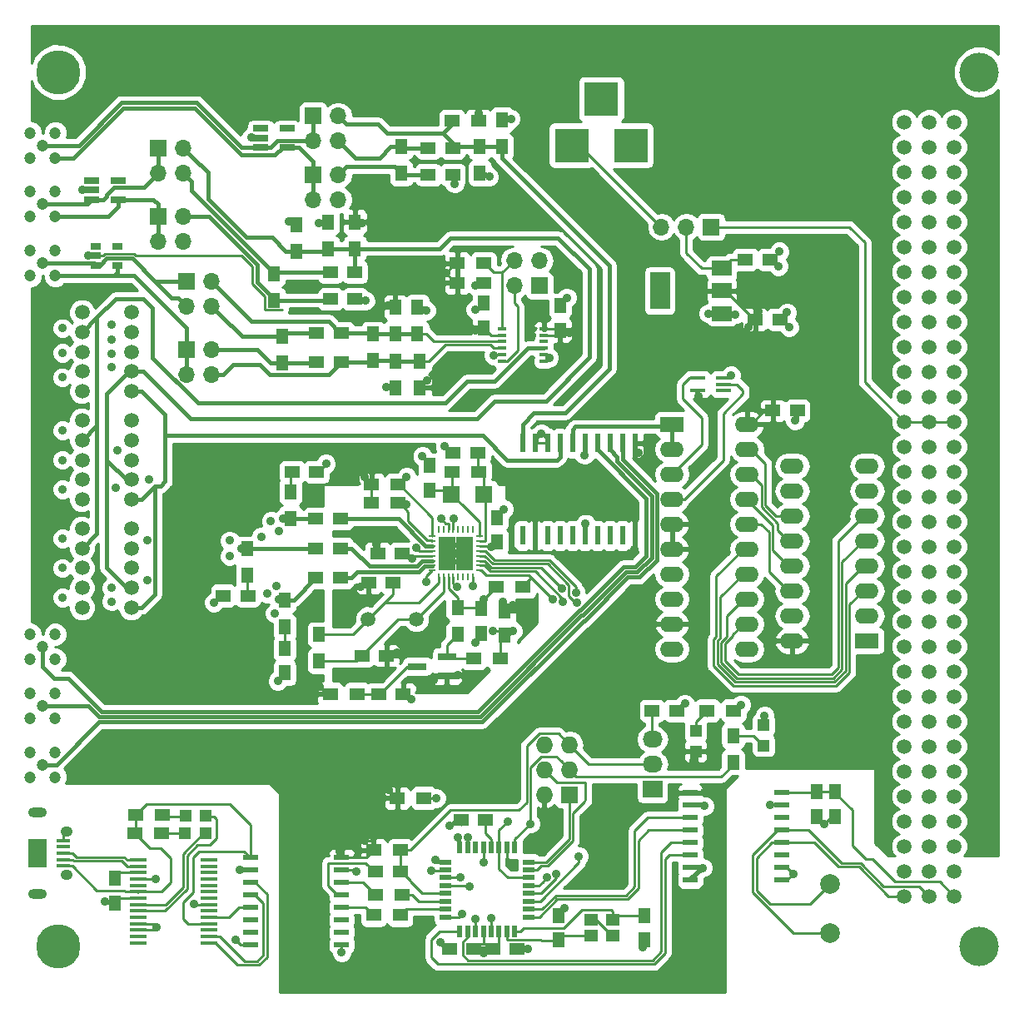
<source format=gtl>
G04 #@! TF.FileFunction,Copper,L1,Top,Signal*
%FSLAX46Y46*%
G04 Gerber Fmt 4.6, Leading zero omitted, Abs format (unit mm)*
G04 Created by KiCad (PCBNEW 4.0.4-stable) date 03/01/17 18:05:11*
%MOMM*%
%LPD*%
G01*
G04 APERTURE LIST*
%ADD10C,0.150000*%
%ADD11R,1.250000X1.500000*%
%ADD12R,1.500000X1.250000*%
%ADD13R,1.700000X1.700000*%
%ADD14O,1.700000X1.700000*%
%ADD15R,1.198880X1.198880*%
%ADD16R,0.600000X1.200000*%
%ADD17R,1.200000X0.600000*%
%ADD18R,1.727200X1.727200*%
%ADD19O,1.727200X1.727200*%
%ADD20R,1.500000X1.300000*%
%ADD21R,1.500000X0.600000*%
%ADD22R,1.750000X0.450000*%
%ADD23O,1.900000X1.000000*%
%ADD24R,1.900000X2.900000*%
%ADD25O,1.250000X1.050000*%
%ADD26R,1.350000X0.400000*%
%ADD27R,1.300000X1.500000*%
%ADD28R,2.032000X1.727200*%
%ADD29O,2.032000X1.727200*%
%ADD30R,1.400000X1.200000*%
%ADD31C,1.998980*%
%ADD32C,1.501140*%
%ADD33C,4.000000*%
%ADD34C,4.500000*%
%ADD35R,3.500000X3.500000*%
%ADD36R,1.060000X0.650000*%
%ADD37C,1.500000*%
%ADD38R,0.250000X0.700000*%
%ADD39R,0.700000X0.250000*%
%ADD40R,1.725000X1.725000*%
%ADD41R,0.890000X0.420000*%
%ADD42R,0.600000X1.950000*%
%ADD43R,2.000000X3.800000*%
%ADD44R,2.000000X1.500000*%
%ADD45R,1.500000X0.400000*%
%ADD46R,2.400000X1.600000*%
%ADD47O,2.400000X1.600000*%
%ADD48R,1.900000X0.800000*%
%ADD49R,1.750000X1.800000*%
%ADD50R,1.560000X0.650000*%
%ADD51C,1.200000*%
%ADD52C,0.889000*%
%ADD53C,0.254000*%
%ADD54C,0.500000*%
%ADD55C,0.400000*%
G04 APERTURE END LIST*
D10*
D11*
X191600000Y-99150000D03*
X191600000Y-101650000D03*
D12*
X187850000Y-93800000D03*
X185350000Y-93800000D03*
D13*
X178750000Y-55250000D03*
D14*
X181290000Y-55250000D03*
X178750000Y-57790000D03*
X181290000Y-57790000D03*
D11*
X247600000Y-113750000D03*
X247600000Y-116250000D03*
D12*
X228950000Y-105500000D03*
X231450000Y-105500000D03*
X212750000Y-129700000D03*
X215250000Y-129700000D03*
X212050000Y-116600000D03*
X209550000Y-116600000D03*
X210850000Y-129700000D03*
X208350000Y-129700000D03*
X203350000Y-121900000D03*
X200850000Y-121900000D03*
D11*
X174300000Y-122550000D03*
X174300000Y-125050000D03*
D15*
X181450980Y-118000000D03*
X183549020Y-118000000D03*
X181500000Y-116200000D03*
X183598040Y-116200000D03*
D16*
X209400000Y-127950000D03*
X210200000Y-127950000D03*
X211000000Y-127950000D03*
X211800000Y-127950000D03*
X212600000Y-127950000D03*
X213400000Y-127950000D03*
X214200000Y-127950000D03*
X215000000Y-127950000D03*
D17*
X216450000Y-126500000D03*
X216450000Y-125700000D03*
X216450000Y-124900000D03*
X216450000Y-124100000D03*
X216450000Y-123300000D03*
X216450000Y-122500000D03*
X216450000Y-121700000D03*
X216450000Y-120900000D03*
D16*
X215000000Y-119450000D03*
X214200000Y-119450000D03*
X213400000Y-119450000D03*
X212600000Y-119450000D03*
X211800000Y-119450000D03*
X211000000Y-119450000D03*
X210200000Y-119450000D03*
X209400000Y-119450000D03*
D17*
X207950000Y-120900000D03*
X207950000Y-121700000D03*
X207950000Y-122500000D03*
X207950000Y-123300000D03*
X207950000Y-124100000D03*
X207950000Y-124900000D03*
X207950000Y-125700000D03*
X207950000Y-126500000D03*
D18*
X220540000Y-114040000D03*
D19*
X218000000Y-114040000D03*
X220540000Y-111500000D03*
X218000000Y-111500000D03*
X220540000Y-108960000D03*
X218000000Y-108960000D03*
D20*
X200650000Y-119700000D03*
X203350000Y-119700000D03*
X179100000Y-118000000D03*
X176400000Y-118000000D03*
X179150000Y-116100000D03*
X176450000Y-116100000D03*
X203550000Y-124200000D03*
X200850000Y-124200000D03*
X200650000Y-126300000D03*
X203350000Y-126300000D03*
D21*
X188100000Y-120410000D03*
X188100000Y-121680000D03*
X188100000Y-122950000D03*
X188100000Y-124220000D03*
X188100000Y-125490000D03*
X188100000Y-126760000D03*
X188100000Y-128030000D03*
X188100000Y-129300000D03*
X197400000Y-129300000D03*
X197400000Y-128030000D03*
X197400000Y-126760000D03*
X197400000Y-125490000D03*
X197400000Y-124220000D03*
X197400000Y-122950000D03*
X197400000Y-121680000D03*
X197400000Y-120410000D03*
D22*
X183900000Y-129125000D03*
X183900000Y-128475000D03*
X183900000Y-127825000D03*
X183900000Y-127175000D03*
X183900000Y-126525000D03*
X183900000Y-125875000D03*
X183900000Y-125225000D03*
X183900000Y-124575000D03*
X183900000Y-123925000D03*
X183900000Y-123275000D03*
X183900000Y-122625000D03*
X183900000Y-121975000D03*
X183900000Y-121325000D03*
X183900000Y-120675000D03*
X176700000Y-120675000D03*
X176700000Y-121325000D03*
X176700000Y-121975000D03*
X176700000Y-122625000D03*
X176700000Y-123275000D03*
X176700000Y-123925000D03*
X176700000Y-124575000D03*
X176700000Y-125225000D03*
X176700000Y-125875000D03*
X176700000Y-126525000D03*
X176700000Y-127175000D03*
X176700000Y-127825000D03*
X176700000Y-128475000D03*
X176700000Y-129125000D03*
D11*
X228200000Y-126350000D03*
X228200000Y-128850000D03*
X219500000Y-126350000D03*
X219500000Y-128850000D03*
D23*
X166450000Y-115825000D03*
X166450000Y-124175000D03*
D24*
X166450000Y-120000000D03*
D25*
X169450000Y-117775000D03*
X169450000Y-122225000D03*
D26*
X169125000Y-121300000D03*
X169125000Y-120650000D03*
X169125000Y-120000000D03*
X169125000Y-119350000D03*
X169125000Y-118700000D03*
D15*
X240300000Y-109049020D03*
X240300000Y-106950980D03*
X233400000Y-109649020D03*
X233400000Y-107550980D03*
D20*
X234550000Y-105500000D03*
X237250000Y-105500000D03*
D27*
X237200000Y-110750000D03*
X237200000Y-108050000D03*
D28*
X229000000Y-113500000D03*
D29*
X229000000Y-110960000D03*
X229000000Y-108420000D03*
D21*
X232850000Y-113855000D03*
X232850000Y-115125000D03*
X232850000Y-116395000D03*
X232850000Y-117665000D03*
X232850000Y-118935000D03*
X232850000Y-120205000D03*
X232850000Y-121475000D03*
X232850000Y-122745000D03*
X242150000Y-122745000D03*
X242150000Y-121475000D03*
X242150000Y-120205000D03*
X242150000Y-118935000D03*
X242150000Y-117665000D03*
X242150000Y-116395000D03*
X242150000Y-115125000D03*
X242150000Y-113855000D03*
D11*
X245700000Y-113750000D03*
X245700000Y-116250000D03*
D30*
X222800000Y-128400000D03*
X225000000Y-128400000D03*
X222800000Y-126800000D03*
X225000000Y-126800000D03*
D31*
X247100000Y-123100640D03*
X247100000Y-128101900D03*
D32*
X259700000Y-45630000D03*
X259700000Y-48170000D03*
X259700000Y-53250000D03*
X259700000Y-50710000D03*
X259700000Y-55790000D03*
X259700000Y-58330000D03*
X259700000Y-60870000D03*
X259700000Y-63410000D03*
X259700000Y-65950000D03*
X259700000Y-68490000D03*
X259700000Y-71030000D03*
X259700000Y-73570000D03*
X259700000Y-76110000D03*
X259700000Y-78650000D03*
X259700000Y-81190000D03*
X259700000Y-83730000D03*
X259700000Y-86270000D03*
X259700000Y-88810000D03*
X259700000Y-91350000D03*
X259700000Y-93890000D03*
X259700000Y-96430000D03*
X259700000Y-98970000D03*
X259700000Y-101510000D03*
X259700000Y-104050000D03*
X259700000Y-106590000D03*
X259700000Y-109130000D03*
X259700000Y-111670000D03*
X259700000Y-114210000D03*
X259700000Y-116750000D03*
X259700000Y-119290000D03*
X259700000Y-121830000D03*
X259700000Y-124370000D03*
X257160000Y-124370000D03*
X257160000Y-121830000D03*
X257160000Y-119290000D03*
X257160000Y-116750000D03*
X257160000Y-114210000D03*
X257160000Y-111670000D03*
X257160000Y-109130000D03*
X257160000Y-106590000D03*
X257160000Y-104050000D03*
X257160000Y-101510000D03*
X257160000Y-98970000D03*
X257160000Y-96430000D03*
X257160000Y-93890000D03*
X257160000Y-91350000D03*
X257160000Y-88810000D03*
X257160000Y-86270000D03*
X257160000Y-83730000D03*
X257160000Y-81190000D03*
X257160000Y-78650000D03*
X257160000Y-76110000D03*
X257160000Y-73570000D03*
X257160000Y-71030000D03*
X257160000Y-68490000D03*
X257160000Y-65950000D03*
X257160000Y-63410000D03*
X257160000Y-60870000D03*
X257160000Y-58330000D03*
X257160000Y-55790000D03*
X257160000Y-50710000D03*
X257160000Y-53250000D03*
X257160000Y-48170000D03*
X257160000Y-45630000D03*
X254620000Y-45630000D03*
X254620000Y-48170000D03*
X254620000Y-53250000D03*
X254620000Y-50710000D03*
X254620000Y-55790000D03*
X254620000Y-58330000D03*
X254620000Y-60870000D03*
X254620000Y-63410000D03*
X254620000Y-65950000D03*
X254620000Y-68490000D03*
X254620000Y-71030000D03*
X254620000Y-73570000D03*
X254620000Y-76110000D03*
X254620000Y-78650000D03*
X254620000Y-81190000D03*
X254620000Y-83730000D03*
X254620000Y-86270000D03*
X254620000Y-88810000D03*
X254620000Y-91350000D03*
X254620000Y-93890000D03*
X254620000Y-96430000D03*
X254620000Y-98970000D03*
X254620000Y-101510000D03*
X254620000Y-104050000D03*
X254620000Y-106590000D03*
X254620000Y-109130000D03*
X254620000Y-111670000D03*
X254620000Y-114210000D03*
X254620000Y-116750000D03*
X254620000Y-119290000D03*
X254620000Y-121830000D03*
X254620000Y-124370000D03*
D33*
X262240000Y-129450000D03*
X262240000Y-40550000D03*
D34*
X168570000Y-129450000D03*
X168570000Y-40550000D03*
D12*
X201950000Y-99900000D03*
X199450000Y-99900000D03*
X200150000Y-92500000D03*
X202650000Y-92500000D03*
X211250000Y-79300000D03*
X208750000Y-79300000D03*
D11*
X206300000Y-83050000D03*
X206300000Y-80550000D03*
D12*
X194850000Y-67050000D03*
X197350000Y-67050000D03*
X197350000Y-70050000D03*
X194850000Y-70050000D03*
X206200000Y-48250000D03*
X208700000Y-48250000D03*
X208700000Y-51000000D03*
X206200000Y-51000000D03*
X196250000Y-60900000D03*
X198750000Y-60900000D03*
X198750000Y-63650000D03*
X196250000Y-63650000D03*
X194750000Y-92000000D03*
X197250000Y-92000000D03*
X194750000Y-89000000D03*
X197250000Y-89000000D03*
X194750000Y-86000000D03*
X197250000Y-86000000D03*
X192350000Y-81200000D03*
X194850000Y-81200000D03*
X238450000Y-59600000D03*
X240950000Y-59600000D03*
X239450000Y-65700000D03*
X241950000Y-65700000D03*
D11*
X211600000Y-95150000D03*
X211600000Y-97650000D03*
D12*
X201150000Y-103800000D03*
X203650000Y-103800000D03*
D11*
X214000000Y-97850000D03*
X214000000Y-95350000D03*
D35*
X220800000Y-48000000D03*
X226800000Y-48000000D03*
X223800000Y-43300000D03*
D36*
X172400000Y-58300000D03*
X172400000Y-59250000D03*
X172400000Y-60200000D03*
X174600000Y-60200000D03*
X174600000Y-58300000D03*
D13*
X181600000Y-61800000D03*
D14*
X184140000Y-61800000D03*
X181600000Y-64340000D03*
X184140000Y-64340000D03*
D13*
X181600000Y-68800000D03*
D14*
X184140000Y-68800000D03*
X181600000Y-71340000D03*
X184140000Y-71340000D03*
D13*
X194500000Y-45000000D03*
D14*
X197040000Y-45000000D03*
X194500000Y-47540000D03*
X197040000Y-47540000D03*
D13*
X194500000Y-51000000D03*
D14*
X197040000Y-51000000D03*
X194500000Y-53540000D03*
X197040000Y-53540000D03*
D13*
X178750000Y-48250000D03*
D14*
X181290000Y-48250000D03*
X178750000Y-50790000D03*
X181290000Y-50790000D03*
D13*
X234980000Y-56300000D03*
D14*
X232440000Y-56300000D03*
X229900000Y-56300000D03*
D20*
X200450000Y-84400000D03*
X203150000Y-84400000D03*
X205750000Y-114400000D03*
X203050000Y-114400000D03*
X200450000Y-82500000D03*
X203150000Y-82500000D03*
D27*
X195100000Y-97750000D03*
X195100000Y-100450000D03*
D20*
X208650000Y-81200000D03*
X211350000Y-81200000D03*
X211850000Y-62000000D03*
X209150000Y-62000000D03*
X209150000Y-60000000D03*
X211850000Y-60000000D03*
D27*
X205100000Y-67150000D03*
X205100000Y-64450000D03*
X202850000Y-64450000D03*
X202850000Y-67150000D03*
X200600000Y-67200000D03*
X200600000Y-69900000D03*
X191350000Y-67450000D03*
X191350000Y-70150000D03*
X202850000Y-72650000D03*
X202850000Y-69950000D03*
X205350000Y-69950000D03*
X205350000Y-72650000D03*
X213700000Y-48100000D03*
X213700000Y-45400000D03*
D20*
X211300000Y-45500000D03*
X208600000Y-45500000D03*
D27*
X211450000Y-48150000D03*
X211450000Y-50850000D03*
X203450000Y-48150000D03*
X203450000Y-50850000D03*
X196000000Y-58500000D03*
X196000000Y-55800000D03*
X198750000Y-55800000D03*
X198750000Y-58500000D03*
X192750000Y-58750000D03*
X192750000Y-56050000D03*
X190500000Y-61050000D03*
X190500000Y-63750000D03*
X191600000Y-94250000D03*
X191600000Y-96950000D03*
X187800000Y-89050000D03*
X187800000Y-91750000D03*
X192200000Y-85950000D03*
X192200000Y-83250000D03*
X209200000Y-95050000D03*
X209200000Y-97750000D03*
D20*
X198950000Y-103800000D03*
X196250000Y-103800000D03*
X213550000Y-100200000D03*
X210850000Y-100200000D03*
D37*
X176000000Y-95000000D03*
X171000000Y-95000000D03*
X176000000Y-93000000D03*
X171000000Y-93000000D03*
X176000000Y-91000000D03*
X171000000Y-91000000D03*
X176000000Y-89000000D03*
X171000000Y-89000000D03*
X176000000Y-87000000D03*
X171000000Y-87000000D03*
X176000000Y-84000000D03*
X171000000Y-84000000D03*
X176000000Y-82000000D03*
X171000000Y-82000000D03*
X176000000Y-80000000D03*
X171000000Y-80000000D03*
X176000000Y-78000000D03*
X171000000Y-78000000D03*
X176000000Y-76000000D03*
X171000000Y-76000000D03*
X176000000Y-73000000D03*
X171000000Y-73000000D03*
X176000000Y-71000000D03*
X171000000Y-71000000D03*
X176000000Y-69000000D03*
X171000000Y-69000000D03*
X176000000Y-67000000D03*
X171000000Y-67000000D03*
X176000000Y-65000000D03*
X171000000Y-65000000D03*
D38*
X207250000Y-91900000D03*
X207750000Y-91900000D03*
X208250000Y-91900000D03*
X208750000Y-91900000D03*
X209250000Y-91900000D03*
X209750000Y-91900000D03*
X210250000Y-91900000D03*
X210750000Y-91900000D03*
D39*
X211400000Y-91250000D03*
X211400000Y-90750000D03*
X211400000Y-90250000D03*
X211400000Y-89750000D03*
X211400000Y-89250000D03*
X211400000Y-88750000D03*
X211400000Y-88250000D03*
X211400000Y-87750000D03*
D38*
X210750000Y-87100000D03*
X210250000Y-87100000D03*
X209750000Y-87100000D03*
X209250000Y-87100000D03*
X208750000Y-87100000D03*
X208250000Y-87100000D03*
X207750000Y-87100000D03*
X207250000Y-87100000D03*
D39*
X206600000Y-87750000D03*
X206600000Y-88250000D03*
X206600000Y-88750000D03*
X206600000Y-89250000D03*
X206600000Y-89750000D03*
X206600000Y-90250000D03*
X206600000Y-90750000D03*
X206600000Y-91250000D03*
D40*
X209862500Y-88637500D03*
X208137500Y-88637500D03*
X209862500Y-90362500D03*
X208137500Y-90362500D03*
D41*
X213745000Y-66675000D03*
X213745000Y-67325000D03*
X213745000Y-67975000D03*
X213745000Y-68625000D03*
X213745000Y-69275000D03*
X213745000Y-69925000D03*
X217955000Y-69925000D03*
X217955000Y-69275000D03*
X217955000Y-68625000D03*
X217955000Y-67975000D03*
X217955000Y-67325000D03*
X217955000Y-66675000D03*
D42*
X227215000Y-78300000D03*
X225945000Y-78300000D03*
X224675000Y-78300000D03*
X223405000Y-78300000D03*
X222135000Y-78300000D03*
X220865000Y-78300000D03*
X219595000Y-78300000D03*
X218325000Y-78300000D03*
X217055000Y-78300000D03*
X215785000Y-78300000D03*
X215785000Y-87700000D03*
X217055000Y-87700000D03*
X218325000Y-87700000D03*
X219595000Y-87700000D03*
X220865000Y-87700000D03*
X222135000Y-87700000D03*
X223405000Y-87700000D03*
X224675000Y-87700000D03*
X225945000Y-87700000D03*
X227215000Y-87700000D03*
D43*
X229750000Y-62800000D03*
D44*
X236050000Y-62800000D03*
X236050000Y-60500000D03*
X236050000Y-65100000D03*
D45*
X236230000Y-72950000D03*
X236230000Y-72300000D03*
X236230000Y-71650000D03*
X233570000Y-71650000D03*
X233570000Y-72950000D03*
D46*
X231000000Y-76375000D03*
D47*
X238620000Y-99235000D03*
X231000000Y-78915000D03*
X238620000Y-96695000D03*
X231000000Y-81455000D03*
X238620000Y-94155000D03*
X231000000Y-83995000D03*
X238620000Y-91615000D03*
X231000000Y-86535000D03*
X238620000Y-89075000D03*
X231000000Y-89075000D03*
X238620000Y-86535000D03*
X231000000Y-91615000D03*
X238620000Y-83995000D03*
X231000000Y-94155000D03*
X238620000Y-81455000D03*
X231000000Y-96695000D03*
X238620000Y-78915000D03*
X231000000Y-99235000D03*
X238620000Y-76375000D03*
D46*
X250825000Y-98400000D03*
D47*
X243205000Y-80620000D03*
X250825000Y-95860000D03*
X243205000Y-83160000D03*
X250825000Y-93320000D03*
X243205000Y-85700000D03*
X250825000Y-90780000D03*
X243205000Y-88240000D03*
X250825000Y-88240000D03*
X243205000Y-90780000D03*
X250825000Y-85700000D03*
X243205000Y-93320000D03*
X250825000Y-83160000D03*
X243205000Y-95860000D03*
X250825000Y-80620000D03*
X243205000Y-98400000D03*
D48*
X208100000Y-101950000D03*
X208100000Y-100050000D03*
X205100000Y-101000000D03*
D37*
X204975000Y-96200000D03*
X200095000Y-96200000D03*
D49*
X211825000Y-83500000D03*
X208575000Y-83500000D03*
D11*
X211850000Y-66550000D03*
X211850000Y-64050000D03*
X219600000Y-66800000D03*
X219600000Y-64300000D03*
D50*
X189150000Y-46300000D03*
X189150000Y-47250000D03*
X189150000Y-48200000D03*
X191850000Y-48200000D03*
X191850000Y-46300000D03*
X172000000Y-51600000D03*
X172000000Y-52550000D03*
X172000000Y-53500000D03*
X174700000Y-53500000D03*
X174700000Y-51600000D03*
D13*
X217500000Y-62250000D03*
D14*
X214960000Y-62250000D03*
X217500000Y-59710000D03*
X214960000Y-59710000D03*
D12*
X201050000Y-89500000D03*
X203550000Y-89500000D03*
D11*
X213200000Y-85850000D03*
X213200000Y-88350000D03*
D51*
X165730000Y-112270000D03*
X167000000Y-111000000D03*
X165730000Y-109730000D03*
X168270000Y-112270000D03*
X168270000Y-109730000D03*
X165730000Y-106270000D03*
X167000000Y-105000000D03*
X165730000Y-103730000D03*
X168270000Y-106270000D03*
X168270000Y-103730000D03*
X165730000Y-55270000D03*
X167000000Y-54000000D03*
X165730000Y-52730000D03*
X168270000Y-55270000D03*
X168270000Y-52730000D03*
X165730000Y-49270000D03*
X167000000Y-48000000D03*
X165730000Y-46730000D03*
X168270000Y-49270000D03*
X168270000Y-46730000D03*
X165730000Y-61270000D03*
X167000000Y-60000000D03*
X165730000Y-58730000D03*
X168270000Y-61270000D03*
X168270000Y-58730000D03*
X165730000Y-100270000D03*
X167000000Y-99000000D03*
X165730000Y-97730000D03*
X168270000Y-100270000D03*
X168270000Y-97730000D03*
D12*
X243750000Y-75000000D03*
X241250000Y-75000000D03*
D52*
X186000000Y-88200000D03*
X186000000Y-89800000D03*
X189200000Y-87800000D03*
X191000000Y-87200000D03*
X190200000Y-86200000D03*
X189800000Y-93600000D03*
X190800000Y-92800000D03*
X190600000Y-95600000D03*
X174000000Y-70600000D03*
X174000000Y-69200000D03*
X174000000Y-67800000D03*
X174000000Y-66200000D03*
X174400000Y-82800000D03*
X174600000Y-79000000D03*
X177800000Y-82000000D03*
X177600000Y-88200000D03*
X177600000Y-92200000D03*
X174000000Y-93000000D03*
X174000000Y-94400000D03*
X169000000Y-88000000D03*
X169000000Y-91000000D03*
X169000000Y-94000000D03*
X169000000Y-83000000D03*
X169000000Y-80000000D03*
X169000000Y-77000000D03*
X169000000Y-71600000D03*
X169000000Y-69100000D03*
X169000000Y-66600000D03*
D20*
X215850000Y-92900000D03*
X213150000Y-92900000D03*
D52*
X186600000Y-128800000D03*
X173300000Y-124900000D03*
X178518239Y-122607338D03*
X187000000Y-121700000D03*
X182400000Y-125200000D03*
X178600000Y-127500000D03*
X221212920Y-93504224D03*
X246500000Y-117000000D03*
X243300000Y-122100000D03*
X241000000Y-115100000D03*
X208400000Y-117200000D03*
X209229513Y-101903659D03*
X214794757Y-94812468D03*
X243500000Y-76000000D03*
X222200000Y-86500000D03*
X222100000Y-79500000D03*
X217700000Y-77300000D03*
X213900000Y-85000000D03*
X200900000Y-88600000D03*
X213800000Y-94400000D03*
X208900000Y-89500000D03*
X218500000Y-69600000D03*
X212851007Y-69361418D03*
X171600000Y-59200000D03*
X184400000Y-94500000D03*
X190900000Y-102500000D03*
X203000000Y-99600000D03*
X199300000Y-92900000D03*
X207900000Y-78600000D03*
X205600000Y-79600000D03*
X195800000Y-80400000D03*
X201900000Y-72600000D03*
X241900000Y-58800000D03*
X241800000Y-60300000D03*
X208900000Y-51900000D03*
X212400000Y-51200000D03*
X214600000Y-45300000D03*
X192000000Y-55700000D03*
X195100000Y-55900000D03*
X199800000Y-63800000D03*
X206000000Y-64800000D03*
X211000000Y-64700000D03*
X220300000Y-63500000D03*
X240400000Y-106000000D03*
X242900000Y-66500000D03*
X242700000Y-65000000D03*
X204500000Y-104300000D03*
X204966298Y-88888937D03*
X237000000Y-71400000D03*
X208763644Y-85954555D03*
X234700000Y-65100000D03*
X237400000Y-65200000D03*
X209100000Y-92900000D03*
X206800000Y-102400000D03*
X211000000Y-98600000D03*
X188195821Y-47169312D03*
X171000000Y-52500000D03*
X234100000Y-121500000D03*
X238000000Y-104900000D03*
X232300000Y-104800000D03*
X207400000Y-129100000D03*
X228000000Y-129612458D03*
X220013846Y-125598520D03*
X216300000Y-129700000D03*
X212600000Y-126600000D03*
X211000000Y-126700000D03*
X211800000Y-120900000D03*
X198900000Y-121900000D03*
X197400000Y-130100000D03*
X234300000Y-115200000D03*
X191000000Y-94200000D03*
X187200000Y-89000000D03*
X191400000Y-86000000D03*
X216894369Y-84588287D03*
X202200000Y-113600000D03*
X208000000Y-61000000D03*
X227600000Y-79300000D03*
X227200863Y-89099785D03*
X211000000Y-66800000D03*
X199700000Y-81700000D03*
X206100000Y-71900000D03*
X211300000Y-44700000D03*
X199500000Y-55900000D03*
X202100000Y-64300000D03*
X233200000Y-110600000D03*
X239800000Y-64900000D03*
X238800000Y-66500000D03*
X195200000Y-103100000D03*
X233700000Y-73500000D03*
X197186663Y-119813337D03*
X199713796Y-118701626D03*
X220600000Y-67100000D03*
X211864465Y-130201480D03*
X214500000Y-121100000D03*
X234300000Y-113800000D03*
X207500000Y-86000000D03*
X211800000Y-94200000D03*
X212627838Y-88872162D03*
X214800000Y-97400000D03*
X212796512Y-97425510D03*
X204600000Y-90000000D03*
X209500000Y-122500000D03*
X218283724Y-122483724D03*
X219222664Y-122095558D03*
X214256969Y-116800000D03*
X218887194Y-94178644D03*
X219790475Y-93060300D03*
X221293564Y-94517031D03*
X219896552Y-94455786D03*
X216589021Y-117006979D03*
X206960905Y-120658709D03*
X210700000Y-92800000D03*
X207000000Y-114400000D03*
X206500000Y-121750000D03*
X206000000Y-92400000D03*
X209183989Y-118401034D03*
X204000000Y-84500000D03*
X210200000Y-118400000D03*
X204000000Y-81750000D03*
X221522555Y-120322555D03*
X209600000Y-126200000D03*
X210400000Y-123400000D03*
X211000000Y-62250000D03*
D53*
X196000000Y-121000000D02*
X199800000Y-121000000D01*
X199900000Y-121100000D02*
X199900000Y-121075000D01*
X199800000Y-121000000D02*
X199900000Y-121100000D01*
X200850000Y-121900000D02*
X200725000Y-121900000D01*
X200725000Y-121900000D02*
X199900000Y-121075000D01*
X196000000Y-123270000D02*
X196950000Y-124220000D01*
X196950000Y-124220000D02*
X197400000Y-124220000D01*
X196000000Y-121000000D02*
X196000000Y-123270000D01*
X176700000Y-121975000D02*
X174875000Y-121975000D01*
X174875000Y-121975000D02*
X174300000Y-122550000D01*
X188100000Y-129300000D02*
X187100000Y-129300000D01*
X187100000Y-129300000D02*
X186600000Y-128800000D01*
X174300000Y-125050000D02*
X173450000Y-125050000D01*
X173450000Y-125050000D02*
X173300000Y-124900000D01*
X178500577Y-122625000D02*
X178518239Y-122607338D01*
X176700000Y-122625000D02*
X178500577Y-122625000D01*
X176700000Y-124575000D02*
X174775000Y-124575000D01*
X174775000Y-124575000D02*
X174300000Y-125050000D01*
X169125000Y-118700000D02*
X169125000Y-118100000D01*
X169125000Y-118100000D02*
X169450000Y-117775000D01*
X188100000Y-121680000D02*
X187020000Y-121680000D01*
X187020000Y-121680000D02*
X187000000Y-121700000D01*
X183900000Y-125225000D02*
X182425000Y-125225000D01*
X182425000Y-125225000D02*
X182400000Y-125200000D01*
X176700000Y-127825000D02*
X178275000Y-127825000D01*
X178275000Y-127175000D02*
X178600000Y-127500000D01*
X178275000Y-127175000D02*
X176700000Y-127175000D01*
X178275000Y-127825000D02*
X178600000Y-127500000D01*
X181450980Y-116250000D02*
X179300000Y-116250000D01*
X179300000Y-116250000D02*
X179150000Y-116100000D01*
X179100000Y-118000000D02*
X181450980Y-118000000D01*
X181281009Y-120061725D02*
X183342734Y-118000000D01*
X181281009Y-123457821D02*
X181281009Y-120061725D01*
X176700000Y-125225000D02*
X179513830Y-125225000D01*
X183342734Y-118000000D02*
X183549020Y-118000000D01*
X179513830Y-125225000D02*
X181281009Y-123457821D01*
X183900000Y-127175000D02*
X181775000Y-127175000D01*
X187490000Y-119800000D02*
X188100000Y-120410000D01*
X182900000Y-119800000D02*
X187490000Y-119800000D01*
X182300000Y-120400000D02*
X182900000Y-119800000D01*
X182300000Y-124000000D02*
X182300000Y-120400000D01*
X181300000Y-125000000D02*
X182300000Y-124000000D01*
X181300000Y-126700000D02*
X181300000Y-125000000D01*
X181775000Y-127175000D02*
X181300000Y-126700000D01*
X188100000Y-120410000D02*
X188100000Y-117100000D01*
X177550000Y-115000000D02*
X176450000Y-116100000D01*
X186000000Y-115000000D02*
X177550000Y-115000000D01*
X188100000Y-117100000D02*
X186000000Y-115000000D01*
X176700000Y-123925000D02*
X175425000Y-123925000D01*
X175300000Y-123800000D02*
X172500000Y-123800000D01*
X175425000Y-123925000D02*
X175300000Y-123800000D01*
X170000000Y-121300000D02*
X169125000Y-121300000D01*
X172500000Y-123800000D02*
X170000000Y-121300000D01*
X176625000Y-124000000D02*
X176700000Y-123925000D01*
X176450000Y-116100000D02*
X176450000Y-117950000D01*
X176450000Y-117950000D02*
X176400000Y-118000000D01*
X176700000Y-123925000D02*
X179075000Y-123925000D01*
X177900000Y-119500000D02*
X176400000Y-118000000D01*
X179000000Y-119500000D02*
X177900000Y-119500000D01*
X180000000Y-120500000D02*
X179000000Y-119500000D01*
X180000000Y-123000000D02*
X180000000Y-120500000D01*
X179075000Y-123925000D02*
X180000000Y-123000000D01*
X176400000Y-118000000D02*
X176300000Y-118000000D01*
X176450000Y-116100000D02*
X176200000Y-116100000D01*
X175035021Y-120789021D02*
X175571000Y-121325000D01*
X170193021Y-120789021D02*
X175035021Y-120789021D01*
X175571000Y-121325000D02*
X176700000Y-121325000D01*
X169125000Y-120650000D02*
X170054000Y-120650000D01*
X170054000Y-120650000D02*
X170193021Y-120789021D01*
X170054000Y-120000000D02*
X169125000Y-120000000D01*
X170462010Y-120408010D02*
X170054000Y-120000000D01*
X175304010Y-120408010D02*
X170462010Y-120408010D01*
X175571000Y-120675000D02*
X175304010Y-120408010D01*
X176700000Y-120675000D02*
X175571000Y-120675000D01*
X197400000Y-122950000D02*
X199600000Y-122950000D01*
X199600000Y-122950000D02*
X200850000Y-124200000D01*
X197450000Y-122900000D02*
X197400000Y-122950000D01*
X197400000Y-125490000D02*
X199840000Y-125490000D01*
X199840000Y-125490000D02*
X200650000Y-126300000D01*
X188100000Y-124220000D02*
X188550000Y-124220000D01*
X187535009Y-130981009D02*
X185029000Y-128475000D01*
X188550000Y-124220000D02*
X189410978Y-125080978D01*
X185029000Y-128475000D02*
X183900000Y-128475000D01*
X189410978Y-125080978D02*
X189410978Y-130367852D01*
X189410978Y-130367852D02*
X188797821Y-130981009D01*
X188797821Y-130981009D02*
X187535009Y-130981009D01*
X246100511Y-124100129D02*
X247100000Y-123100640D01*
X245000640Y-125200000D02*
X246100511Y-124100129D01*
X240981564Y-125200000D02*
X245000640Y-125200000D01*
X239591989Y-120489011D02*
X239591990Y-123810426D01*
X239591990Y-123810426D02*
X240981564Y-125200000D01*
X241146000Y-118935000D02*
X239591989Y-120489011D01*
X242150000Y-118935000D02*
X241146000Y-118935000D01*
X254620000Y-124370000D02*
X252988436Y-124370000D01*
X243154000Y-118935000D02*
X242150000Y-118935000D01*
X245492266Y-118935000D02*
X243154000Y-118935000D01*
X247949256Y-121391990D02*
X245492266Y-118935000D01*
X250010426Y-121391990D02*
X247949256Y-121391990D01*
X252988436Y-124370000D02*
X250010426Y-121391990D01*
X241700000Y-117665000D02*
X242150000Y-117665000D01*
X243301900Y-128101900D02*
X239210978Y-124010978D01*
X247100000Y-128101900D02*
X243301900Y-128101900D01*
X239210978Y-124010978D02*
X239210978Y-120154022D01*
X239210978Y-120154022D02*
X241700000Y-117665000D01*
X244861094Y-117665000D02*
X243154000Y-117665000D01*
X248207073Y-121010979D02*
X244861094Y-117665000D01*
X250168245Y-121010979D02*
X248207073Y-121010979D01*
X256155429Y-123365429D02*
X252522695Y-123365429D01*
X257160000Y-124370000D02*
X256155429Y-123365429D01*
X252522695Y-123365429D02*
X250168245Y-121010979D01*
X243154000Y-117665000D02*
X242150000Y-117665000D01*
X249308010Y-115583010D02*
X247600000Y-113875000D01*
X247600000Y-113875000D02*
X247600000Y-113750000D01*
X249308010Y-119210426D02*
X249308010Y-115583010D01*
X250705594Y-120608010D02*
X249308010Y-119210426D01*
X251389574Y-120608010D02*
X250705594Y-120608010D01*
X253673554Y-122891990D02*
X251389574Y-120608010D01*
X258221990Y-122891990D02*
X253673554Y-122891990D01*
X259700000Y-124370000D02*
X258221990Y-122891990D01*
X247600000Y-113750000D02*
X245700000Y-113750000D01*
X245700000Y-113750000D02*
X245595000Y-113855000D01*
X245595000Y-113855000D02*
X242150000Y-113855000D01*
X245500000Y-113750000D02*
X245395000Y-113855000D01*
X242150000Y-113855000D02*
X241555000Y-113855000D01*
X216208010Y-114810426D02*
X215400000Y-115618436D01*
X203350000Y-119700000D02*
X204354000Y-119700000D01*
X204354000Y-119700000D02*
X208454000Y-115600000D01*
X208454000Y-115600000D02*
X215381564Y-115600000D01*
X215381564Y-115600000D02*
X215400000Y-115618436D01*
X211400000Y-89250000D02*
X212004000Y-89250000D01*
X212954000Y-90200000D02*
X218537313Y-90200000D01*
X221212920Y-92875607D02*
X221212920Y-93504224D01*
X218537313Y-90200000D02*
X221212920Y-92875607D01*
X212004000Y-89250000D02*
X212954000Y-90200000D01*
X219422399Y-107842399D02*
X217476037Y-107842399D01*
X217476037Y-107842399D02*
X216208011Y-109110425D01*
X216208011Y-109110425D02*
X216208010Y-114810426D01*
X220540000Y-108960000D02*
X219422399Y-107842399D01*
X229000000Y-110960000D02*
X222540000Y-110960000D01*
X222540000Y-110960000D02*
X220540000Y-108960000D01*
X203350000Y-119700000D02*
X203300000Y-119700000D01*
X203350000Y-121900000D02*
X203350000Y-119700000D01*
X207950000Y-124100000D02*
X205550000Y-124100000D01*
X205550000Y-124100000D02*
X204354000Y-122904000D01*
X204354000Y-122904000D02*
X204354000Y-122779000D01*
X204354000Y-122779000D02*
X203475000Y-121900000D01*
X203475000Y-121900000D02*
X203350000Y-121900000D01*
X212600000Y-119450000D02*
X212600000Y-118529000D01*
X212600000Y-118529000D02*
X212050000Y-117979000D01*
X212050000Y-117979000D02*
X212050000Y-116600000D01*
X233400000Y-107550980D02*
X233400000Y-106650000D01*
X233400000Y-106650000D02*
X234550000Y-105500000D01*
X234550000Y-105500000D02*
X234550000Y-106000980D01*
X237200000Y-108050000D02*
X239300980Y-108050000D01*
X239300980Y-108050000D02*
X240300000Y-109049020D01*
X237200000Y-108050000D02*
X237099020Y-108050000D01*
X237200000Y-108050000D02*
X237200000Y-108400000D01*
X189791989Y-124191989D02*
X188550000Y-122950000D01*
X188550000Y-122950000D02*
X188100000Y-122950000D01*
X189019544Y-131362020D02*
X189791989Y-130589575D01*
X186787020Y-131362020D02*
X189019544Y-131362020D01*
X184550000Y-129125000D02*
X186787020Y-131362020D01*
X189791989Y-130589575D02*
X189791989Y-124191989D01*
X183900000Y-129125000D02*
X184550000Y-129125000D01*
X185029000Y-126525000D02*
X183900000Y-126525000D01*
X185925000Y-126525000D02*
X185029000Y-126525000D01*
X186960000Y-125490000D02*
X185925000Y-126525000D01*
X188100000Y-125490000D02*
X186960000Y-125490000D01*
X228950000Y-105500000D02*
X228950000Y-108370000D01*
X228950000Y-108370000D02*
X229000000Y-108420000D01*
X219950000Y-128400000D02*
X219500000Y-128850000D01*
X222800000Y-128400000D02*
X219950000Y-128400000D01*
X217742179Y-128931009D02*
X219418991Y-128931009D01*
X214200001Y-128804001D02*
X217615171Y-128804001D01*
X219418991Y-128931009D02*
X219500000Y-128850000D01*
X217615171Y-128804001D02*
X217742179Y-128931009D01*
X214200000Y-127950000D02*
X214200001Y-128804001D01*
X225000000Y-126800000D02*
X225000000Y-125946000D01*
X225000000Y-125946000D02*
X224800000Y-125746000D01*
X224800000Y-125746000D02*
X221854000Y-125746000D01*
X221854000Y-125746000D02*
X220000000Y-127600000D01*
X215904000Y-127600000D02*
X215554000Y-127950000D01*
X220000000Y-127600000D02*
X215904000Y-127600000D01*
X215554000Y-127950000D02*
X215000000Y-127950000D01*
X224886000Y-126350000D02*
X226115000Y-126350000D01*
X228200000Y-126350000D02*
X226115000Y-126350000D01*
X215000000Y-127950000D02*
X215000000Y-128250000D01*
X179402660Y-125875000D02*
X177829000Y-125875000D01*
X177829000Y-125875000D02*
X176700000Y-125875000D01*
X184013112Y-119191990D02*
X182689574Y-119191990D01*
X181662020Y-123615640D02*
X179402660Y-125875000D01*
X181662020Y-120219544D02*
X181662020Y-123615640D01*
X182689574Y-119191990D02*
X181662020Y-120219544D01*
X184700000Y-116547540D02*
X184700000Y-118505102D01*
X184402460Y-116250000D02*
X184700000Y-116547540D01*
X183549020Y-116250000D02*
X184402460Y-116250000D01*
X184700000Y-118505102D02*
X184013112Y-119191990D01*
X209700000Y-129017798D02*
X210200000Y-128517798D01*
X229007458Y-130910978D02*
X229908011Y-130010425D01*
X209700000Y-130342734D02*
X210268244Y-130910978D01*
X210268244Y-130910978D02*
X229007458Y-130910978D01*
X209700000Y-129017798D02*
X209700000Y-130342734D01*
X229908011Y-130010425D02*
X229908011Y-124908011D01*
X229908011Y-119891989D02*
X229908011Y-124908011D01*
X210200000Y-127950000D02*
X210200000Y-128517798D01*
X232850000Y-118935000D02*
X230865000Y-118935000D01*
X230865000Y-118935000D02*
X229908011Y-119891989D01*
X232850000Y-120205000D02*
X230695000Y-120205000D01*
X230289013Y-124649022D02*
X230289022Y-124649022D01*
X230289013Y-120610987D02*
X230289013Y-124649022D01*
X230695000Y-120205000D02*
X230289013Y-120610987D01*
X229165277Y-131291989D02*
X230289022Y-130168244D01*
X207173553Y-131291989D02*
X229165277Y-131291989D01*
X230289022Y-130168244D02*
X230289022Y-124649022D01*
X230289022Y-124649022D02*
X230289022Y-124649022D01*
X209400000Y-127950000D02*
X207331564Y-127950000D01*
X207331564Y-127950000D02*
X206491989Y-128789575D01*
X206491989Y-130610425D02*
X207173553Y-131291989D01*
X206491989Y-128789575D02*
X206491989Y-130610425D01*
X228505000Y-116395000D02*
X227208011Y-117691989D01*
X217778968Y-125700000D02*
X217304000Y-125700000D01*
X217304000Y-125700000D02*
X216450000Y-125700000D01*
X226310426Y-124308010D02*
X219170958Y-124308010D01*
X227208011Y-123410425D02*
X226310426Y-124308010D01*
X227208011Y-117691989D02*
X227208011Y-123410425D01*
X232850000Y-116395000D02*
X228505000Y-116395000D01*
X219170958Y-124308010D02*
X217778968Y-125700000D01*
X231846000Y-117665000D02*
X232850000Y-117665000D01*
X228635000Y-117665000D02*
X231846000Y-117665000D01*
X226468245Y-124689021D02*
X227589022Y-123568244D01*
X227589022Y-123568244D02*
X227589022Y-118710978D01*
X227589022Y-118710978D02*
X228635000Y-117665000D01*
X219328777Y-124689021D02*
X226468245Y-124689021D01*
X216450000Y-126500000D02*
X217517798Y-126500000D01*
X217517798Y-126500000D02*
X219328777Y-124689021D01*
X245700000Y-116250000D02*
X245750000Y-116250000D01*
X245750000Y-116250000D02*
X246500000Y-117000000D01*
X247600000Y-116250000D02*
X247250000Y-116250000D01*
X247250000Y-116250000D02*
X246500000Y-117000000D01*
X242150000Y-122745000D02*
X242655000Y-122745000D01*
X242655000Y-122745000D02*
X243300000Y-122100000D01*
X242150000Y-121475000D02*
X242675000Y-121475000D01*
X242675000Y-121475000D02*
X243300000Y-122100000D01*
X242150000Y-115125000D02*
X241025000Y-115125000D01*
X241025000Y-115125000D02*
X241000000Y-115100000D01*
X242600000Y-121475000D02*
X242150000Y-121475000D01*
X242150000Y-115125000D02*
X242600000Y-115125000D01*
X241700000Y-115125000D02*
X242150000Y-115125000D01*
X242125000Y-115100000D02*
X242150000Y-115125000D01*
X222800000Y-126800000D02*
X223300000Y-126800000D01*
X223300000Y-126800000D02*
X224900000Y-128400000D01*
X224900000Y-128400000D02*
X225000000Y-128400000D01*
X209550000Y-116600000D02*
X209000000Y-116600000D01*
X209000000Y-116600000D02*
X208400000Y-117200000D01*
X209303659Y-101903659D02*
X209229513Y-101903659D01*
X209400000Y-102000000D02*
X209303659Y-101903659D01*
X208146341Y-101903659D02*
X208600896Y-101903659D01*
X208600896Y-101903659D02*
X209229513Y-101903659D01*
X208100000Y-101950000D02*
X208146341Y-101903659D01*
X214350258Y-95256967D02*
X214794757Y-94812468D01*
X214257225Y-95350000D02*
X214350258Y-95256967D01*
X214000000Y-95350000D02*
X214257225Y-95350000D01*
X209550000Y-117072493D02*
X209178170Y-116700663D01*
X209550000Y-117100000D02*
X209550000Y-117072493D01*
X243750000Y-75000000D02*
X243750000Y-75750000D01*
X243750000Y-75750000D02*
X243500000Y-76000000D01*
X222135000Y-87700000D02*
X222135000Y-86565000D01*
X222135000Y-86565000D02*
X222200000Y-86500000D01*
X222135000Y-78300000D02*
X222135000Y-79465000D01*
X222135000Y-79465000D02*
X222100000Y-79500000D01*
X217055000Y-78300000D02*
X217400000Y-78300000D01*
X217400000Y-78300000D02*
X218325000Y-78300000D01*
X217700000Y-77300000D02*
X217255501Y-77744499D01*
X217255501Y-77744499D02*
X217255501Y-78155501D01*
X217255501Y-78155501D02*
X217400000Y-78300000D01*
X218325000Y-78300000D02*
X218325000Y-77925000D01*
X218325000Y-77925000D02*
X217700000Y-77300000D01*
X213200000Y-85850000D02*
X213200000Y-85700000D01*
X213200000Y-85700000D02*
X213900000Y-85000000D01*
X201050000Y-89500000D02*
X201050000Y-88750000D01*
X201050000Y-88750000D02*
X200900000Y-88600000D01*
X214000000Y-94600000D02*
X213800000Y-94400000D01*
X208137500Y-88637500D02*
X208137500Y-90362500D01*
X209862500Y-88637500D02*
X208137500Y-88637500D01*
X208137500Y-90362500D02*
X209862500Y-90362500D01*
X217955000Y-69925000D02*
X218175000Y-69925000D01*
X218175000Y-69925000D02*
X218500000Y-69600000D01*
X217955000Y-69275000D02*
X218175000Y-69275000D01*
X218175000Y-69275000D02*
X218500000Y-69600000D01*
X213745000Y-69275000D02*
X212937425Y-69275000D01*
X212937425Y-69275000D02*
X212851007Y-69361418D01*
X172400000Y-59250000D02*
X173107933Y-59250000D01*
X173107933Y-59250000D02*
X173311943Y-59045990D01*
X173311943Y-59045990D02*
X176288057Y-59045990D01*
X176288057Y-59045990D02*
X176492067Y-59250000D01*
X176492067Y-59250000D02*
X187229606Y-59250000D01*
X187229606Y-59250000D02*
X188326999Y-60347393D01*
X188326999Y-60347393D02*
X188326999Y-62119066D01*
X188326999Y-62119066D02*
X189595999Y-63388066D01*
X189595999Y-63388066D02*
X189595999Y-64703201D01*
X189595999Y-64703201D02*
X189646799Y-64754001D01*
X189646799Y-64754001D02*
X191353201Y-64754001D01*
X172400000Y-59250000D02*
X171650000Y-59250000D01*
X171650000Y-59250000D02*
X171600000Y-59200000D01*
X185350000Y-93800000D02*
X185100000Y-93800000D01*
X185100000Y-93800000D02*
X184400000Y-94500000D01*
X191600000Y-101650000D02*
X191600000Y-101800000D01*
X191600000Y-101800000D02*
X190900000Y-102500000D01*
X201950000Y-99900000D02*
X202700000Y-99900000D01*
X202700000Y-99900000D02*
X203000000Y-99600000D01*
X200150000Y-92500000D02*
X199700000Y-92500000D01*
X199700000Y-92500000D02*
X199300000Y-92900000D01*
X208750000Y-79300000D02*
X208600000Y-79300000D01*
X208600000Y-79300000D02*
X207900000Y-78600000D01*
X206300000Y-80550000D02*
X206300000Y-80300000D01*
X206300000Y-80300000D02*
X205600000Y-79600000D01*
X194850000Y-81200000D02*
X195000000Y-81200000D01*
X195000000Y-81200000D02*
X195800000Y-80400000D01*
X202850000Y-72650000D02*
X201950000Y-72650000D01*
X201950000Y-72650000D02*
X201900000Y-72600000D01*
X241100000Y-59600000D02*
X241900000Y-58800000D01*
X240950000Y-59600000D02*
X241100000Y-59600000D01*
X241100000Y-59600000D02*
X241800000Y-60300000D01*
X208700000Y-51000000D02*
X208700000Y-51700000D01*
X208700000Y-51700000D02*
X208900000Y-51900000D01*
X211450000Y-50850000D02*
X212050000Y-50850000D01*
X212050000Y-50850000D02*
X212400000Y-51200000D01*
X213700000Y-45400000D02*
X214500000Y-45400000D01*
X214500000Y-45400000D02*
X214600000Y-45300000D01*
X192750000Y-56050000D02*
X192350000Y-56050000D01*
X192350000Y-56050000D02*
X192000000Y-55700000D01*
X196000000Y-55800000D02*
X195200000Y-55800000D01*
X195200000Y-55800000D02*
X195100000Y-55900000D01*
X198750000Y-63650000D02*
X199650000Y-63650000D01*
X199650000Y-63650000D02*
X199800000Y-63800000D01*
X205100000Y-64450000D02*
X205650000Y-64450000D01*
X205650000Y-64450000D02*
X206000000Y-64800000D01*
X211850000Y-64050000D02*
X211650000Y-64050000D01*
X211650000Y-64050000D02*
X211000000Y-64700000D01*
X219600000Y-64300000D02*
X219600000Y-64200000D01*
X219600000Y-64200000D02*
X220300000Y-63500000D01*
X240300000Y-106950980D02*
X240300000Y-106100000D01*
X240300000Y-106100000D02*
X240400000Y-106000000D01*
X241950000Y-65700000D02*
X242100000Y-65700000D01*
X242100000Y-65700000D02*
X242900000Y-66500000D01*
X241950000Y-65700000D02*
X242000000Y-65700000D01*
X242000000Y-65700000D02*
X242700000Y-65000000D01*
X203650000Y-103800000D02*
X204000000Y-103800000D01*
X204000000Y-103800000D02*
X204500000Y-104300000D01*
X205327361Y-89250000D02*
X204966298Y-88888937D01*
X206600000Y-89250000D02*
X205327361Y-89250000D01*
X236230000Y-71650000D02*
X236750000Y-71650000D01*
X236750000Y-71650000D02*
X237000000Y-71400000D01*
X208750000Y-85968199D02*
X208763644Y-85954555D01*
X208750000Y-87100000D02*
X208750000Y-85968199D01*
X236050000Y-65100000D02*
X234700000Y-65100000D01*
X236050000Y-65100000D02*
X237300000Y-65100000D01*
X237300000Y-65100000D02*
X237400000Y-65200000D01*
X208750000Y-91900000D02*
X208750000Y-92550000D01*
X208750000Y-92550000D02*
X209100000Y-92900000D01*
X208100000Y-101950000D02*
X207250000Y-101950000D01*
X207250000Y-101950000D02*
X206800000Y-102400000D01*
X211600000Y-97650000D02*
X211600000Y-98000000D01*
X211600000Y-98000000D02*
X211000000Y-98600000D01*
X214000000Y-95350000D02*
X214000000Y-94600000D01*
X189150000Y-47250000D02*
X188276509Y-47250000D01*
X188276509Y-47250000D02*
X188195821Y-47169312D01*
X189227048Y-47172952D02*
X189463749Y-47172952D01*
X189150000Y-47250000D02*
X189227048Y-47172952D01*
X172000000Y-52550000D02*
X171050000Y-52550000D01*
X171050000Y-52550000D02*
X171000000Y-52500000D01*
D54*
X232850000Y-122745000D02*
X232855000Y-122745000D01*
X232855000Y-122745000D02*
X234100000Y-121500000D01*
X232850000Y-121475000D02*
X234075000Y-121475000D01*
X234075000Y-121475000D02*
X234100000Y-121500000D01*
X237250000Y-105500000D02*
X237400000Y-105500000D01*
X237400000Y-105500000D02*
X238000000Y-104900000D01*
X231450000Y-105500000D02*
X231600000Y-105500000D01*
X231600000Y-105500000D02*
X232300000Y-104800000D01*
X208350000Y-129700000D02*
X208000000Y-129700000D01*
X208000000Y-129700000D02*
X207400000Y-129100000D01*
D53*
X208235578Y-129738427D02*
X207925510Y-129428359D01*
X208350000Y-129700000D02*
X208311573Y-129738427D01*
X208311573Y-129738427D02*
X208235578Y-129738427D01*
X228200000Y-128850000D02*
X228133841Y-128850000D01*
X228133841Y-128850000D02*
X228000000Y-128983841D01*
X228000000Y-128983841D02*
X228000000Y-129612458D01*
X219569347Y-126043019D02*
X220013846Y-125598520D01*
X219500000Y-126350000D02*
X219500000Y-126112366D01*
X219500000Y-126112366D02*
X219569347Y-126043019D01*
X211800000Y-120900000D02*
X211800000Y-120400000D01*
X215250000Y-129700000D02*
X216300000Y-129700000D01*
X212600000Y-127950000D02*
X212600000Y-126600000D01*
X211000000Y-127950000D02*
X211000000Y-126700000D01*
X211800000Y-119450000D02*
X211800000Y-120400000D01*
X197400000Y-121680000D02*
X198680000Y-121680000D01*
X198680000Y-121680000D02*
X198900000Y-121900000D01*
X197400000Y-129300000D02*
X197400000Y-130100000D01*
D54*
X232850000Y-115125000D02*
X234225000Y-115125000D01*
X234225000Y-115125000D02*
X234300000Y-115200000D01*
D53*
X198545000Y-97750000D02*
X195100000Y-97750000D01*
X198545000Y-97750000D02*
X200095000Y-96200000D01*
X202650000Y-92500000D02*
X202650000Y-93650000D01*
X202650000Y-93650000D02*
X201800000Y-94500000D01*
X205254000Y-94500000D02*
X201800000Y-94500000D01*
X201800000Y-94500000D02*
X201795000Y-94500000D01*
X201795000Y-94500000D02*
X200095000Y-96200000D01*
X207250000Y-91900000D02*
X207250000Y-92504000D01*
X207250000Y-92504000D02*
X205254000Y-94500000D01*
X195100000Y-100450000D02*
X198900000Y-100450000D01*
X198900000Y-100450000D02*
X199450000Y-99900000D01*
X204975000Y-96200000D02*
X203150000Y-96200000D01*
X203150000Y-96200000D02*
X198900000Y-100450000D01*
X204975000Y-96200000D02*
X207750000Y-93425000D01*
X207750000Y-93425000D02*
X207750000Y-91900000D01*
X211400000Y-88250000D02*
X212004001Y-88249999D01*
X212004001Y-88249999D02*
X212004001Y-83679001D01*
X212004001Y-83679001D02*
X211825000Y-83500000D01*
X211250000Y-79300000D02*
X211250000Y-81100000D01*
X211250000Y-81100000D02*
X211350000Y-81200000D01*
X211825000Y-83500000D02*
X211825000Y-81675000D01*
X211825000Y-81675000D02*
X211350000Y-81200000D01*
X211400000Y-87750000D02*
X211400000Y-86325000D01*
X211400000Y-86325000D02*
X209729000Y-84654000D01*
X209729000Y-84654000D02*
X209704000Y-84654000D01*
X209704000Y-84654000D02*
X208575000Y-83525000D01*
X208575000Y-83525000D02*
X208575000Y-83500000D01*
X206300000Y-83050000D02*
X208125000Y-83050000D01*
X208125000Y-83050000D02*
X208575000Y-83500000D01*
X208650000Y-81200000D02*
X208650000Y-83425000D01*
X208650000Y-83425000D02*
X208575000Y-83500000D01*
D55*
X177060660Y-71000000D02*
X176000000Y-71000000D01*
X212959338Y-74018989D02*
X211178327Y-75800000D01*
X218159338Y-74018989D02*
X212959338Y-74018989D01*
X222600000Y-69578327D02*
X218159338Y-74018989D01*
X222600000Y-60600000D02*
X222600000Y-69578327D01*
X177221672Y-71000000D02*
X177060660Y-71000000D01*
X208459336Y-57418991D02*
X219418991Y-57418991D01*
X182021672Y-75800000D02*
X177221672Y-71000000D01*
X219418991Y-57418991D02*
X222600000Y-60600000D01*
X207378327Y-58500000D02*
X208459336Y-57418991D01*
X211178327Y-75800000D02*
X182021672Y-75800000D01*
X198750000Y-58500000D02*
X207378327Y-58500000D01*
X176000000Y-71000000D02*
X175800000Y-71000000D01*
X175800000Y-71000000D02*
X173500000Y-73300000D01*
X192750000Y-58750000D02*
X191700000Y-58750000D01*
X183818989Y-50778989D02*
X182139999Y-49099999D01*
X190314967Y-57364967D02*
X187743294Y-57364967D01*
X191700000Y-58750000D02*
X190314967Y-57364967D01*
X187743294Y-57364967D02*
X183818989Y-53440662D01*
X183818989Y-53440662D02*
X183818989Y-50778989D01*
X182139999Y-49099999D02*
X181290000Y-48250000D01*
X192750000Y-58750000D02*
X195750000Y-58750000D01*
X195750000Y-58750000D02*
X196000000Y-58500000D01*
X192650000Y-58650000D02*
X192750000Y-58750000D01*
X198750000Y-60900000D02*
X198750000Y-58500000D01*
X198750000Y-58500000D02*
X196000000Y-58500000D01*
X176000000Y-71000000D02*
X175500000Y-71000000D01*
X176000000Y-82000000D02*
X175500000Y-82000000D01*
X175500000Y-82000000D02*
X173500000Y-80000000D01*
X176000000Y-93000000D02*
X175500000Y-93000000D01*
X175500000Y-93000000D02*
X173500000Y-91000000D01*
X173500000Y-73300000D02*
X173500000Y-80000000D01*
X173500000Y-80000000D02*
X173500000Y-91000000D01*
X191600000Y-94250000D02*
X192500000Y-94250000D01*
X192500000Y-94250000D02*
X194750000Y-92000000D01*
X191000000Y-94200000D02*
X191050000Y-94250000D01*
X191050000Y-94250000D02*
X191600000Y-94250000D01*
X187800000Y-89050000D02*
X194700000Y-89050000D01*
X194700000Y-89050000D02*
X194750000Y-89000000D01*
X187200000Y-89000000D02*
X187250000Y-89050000D01*
X187250000Y-89050000D02*
X187800000Y-89050000D01*
X192200000Y-85950000D02*
X194700000Y-85950000D01*
X194700000Y-85950000D02*
X194750000Y-86000000D01*
X191450000Y-85950000D02*
X192200000Y-85950000D01*
X191400000Y-86000000D02*
X191450000Y-85950000D01*
D53*
X191600000Y-96950000D02*
X191600000Y-99150000D01*
X187800000Y-91750000D02*
X187800000Y-93750000D01*
X187800000Y-93750000D02*
X187850000Y-93800000D01*
X192200000Y-83250000D02*
X192200000Y-81350000D01*
X192200000Y-81350000D02*
X192350000Y-81200000D01*
X232440000Y-56300000D02*
X232440000Y-58940000D01*
X234000000Y-60500000D02*
X236050000Y-60500000D01*
X232440000Y-58940000D02*
X234000000Y-60500000D01*
X238450000Y-59600000D02*
X236950000Y-59600000D01*
X236950000Y-59600000D02*
X236050000Y-60500000D01*
X217055000Y-84748918D02*
X216894369Y-84588287D01*
X217055000Y-87700000D02*
X217055000Y-84748918D01*
X203050000Y-114400000D02*
X203000000Y-114400000D01*
X203000000Y-114400000D02*
X202200000Y-113600000D01*
X238620000Y-76375000D02*
X239020000Y-76375000D01*
X239020000Y-76375000D02*
X240395000Y-75000000D01*
X240395000Y-75000000D02*
X241250000Y-75000000D01*
X209150000Y-60000000D02*
X209000000Y-60000000D01*
X209000000Y-60000000D02*
X208000000Y-61000000D01*
X209150000Y-62000000D02*
X209000000Y-62000000D01*
X209000000Y-62000000D02*
X208000000Y-61000000D01*
X227215000Y-78300000D02*
X227215000Y-78915000D01*
X227215000Y-78915000D02*
X227600000Y-79300000D01*
X227215000Y-89085648D02*
X227200863Y-89099785D01*
X227215000Y-87700000D02*
X227215000Y-89085648D01*
X211850000Y-66550000D02*
X211250000Y-66550000D01*
X211250000Y-66550000D02*
X211000000Y-66800000D01*
X213745000Y-67325000D02*
X212625000Y-67325000D01*
X212625000Y-67325000D02*
X211850000Y-66550000D01*
X200450000Y-84400000D02*
X200450000Y-82500000D01*
X200450000Y-82500000D02*
X200450000Y-82450000D01*
X200450000Y-82450000D02*
X199700000Y-81700000D01*
X205350000Y-72650000D02*
X206100000Y-71900000D01*
X211300000Y-45500000D02*
X211300000Y-44700000D01*
X198750000Y-55800000D02*
X199400000Y-55800000D01*
X199400000Y-55800000D02*
X199500000Y-55900000D01*
X202850000Y-64450000D02*
X202250000Y-64450000D01*
X202250000Y-64450000D02*
X202100000Y-64300000D01*
X233400000Y-109649020D02*
X233400000Y-110400000D01*
X233400000Y-110400000D02*
X233200000Y-110600000D01*
X239450000Y-65700000D02*
X239450000Y-65250000D01*
X239450000Y-65250000D02*
X239800000Y-64900000D01*
X239450000Y-65700000D02*
X239450000Y-65850000D01*
X239450000Y-65850000D02*
X238800000Y-66500000D01*
X236050000Y-62800000D02*
X236425000Y-62800000D01*
X236425000Y-62800000D02*
X239325000Y-65700000D01*
X239325000Y-65700000D02*
X239450000Y-65700000D01*
X196250000Y-103800000D02*
X195900000Y-103800000D01*
X195900000Y-103800000D02*
X195200000Y-103100000D01*
X233570000Y-72950000D02*
X233570000Y-73370000D01*
X233570000Y-73370000D02*
X233700000Y-73500000D01*
X197400000Y-120410000D02*
X197400000Y-119856000D01*
X197400000Y-119856000D02*
X197357337Y-119813337D01*
X197357337Y-119813337D02*
X197186663Y-119813337D01*
X200555626Y-118701626D02*
X200342413Y-118701626D01*
X200650000Y-118796000D02*
X200555626Y-118701626D01*
X200650000Y-119700000D02*
X200650000Y-118796000D01*
X200342413Y-118701626D02*
X199713796Y-118701626D01*
X219600000Y-66800000D02*
X220300000Y-66800000D01*
X220300000Y-66800000D02*
X220600000Y-67100000D01*
X217955000Y-66675000D02*
X219475000Y-66675000D01*
X219475000Y-66675000D02*
X219600000Y-66800000D01*
X217955000Y-67325000D02*
X219075000Y-67325000D01*
X219075000Y-67325000D02*
X219600000Y-66800000D01*
X197400000Y-120410000D02*
X199940000Y-120410000D01*
X199940000Y-120410000D02*
X200650000Y-119700000D01*
X212750000Y-129700000D02*
X212365945Y-129700000D01*
X211854000Y-129700000D02*
X211864465Y-129710465D01*
X211864465Y-129710465D02*
X211864465Y-130201480D01*
X212308964Y-129756981D02*
X211864465Y-130201480D01*
X212365945Y-129700000D02*
X212308964Y-129756981D01*
X210850000Y-129700000D02*
X211854000Y-129700000D01*
X213400000Y-127950000D02*
X213400000Y-129050000D01*
X213400000Y-129050000D02*
X212750000Y-129700000D01*
X211800000Y-129200000D02*
X211350000Y-129200000D01*
X211350000Y-129200000D02*
X210850000Y-129700000D01*
X211800000Y-129200000D02*
X212250000Y-129200000D01*
X212250000Y-129200000D02*
X212750000Y-129700000D01*
X211800000Y-127950000D02*
X211800000Y-129200000D01*
X214200000Y-119450000D02*
X214200000Y-120800000D01*
X214200000Y-120800000D02*
X214500000Y-121100000D01*
X232850000Y-113855000D02*
X234245000Y-113855000D01*
X234245000Y-113855000D02*
X234300000Y-113800000D01*
X213150000Y-92900000D02*
X213100000Y-92900000D01*
X213100000Y-92900000D02*
X211800000Y-94200000D01*
X207500000Y-86000000D02*
X207944499Y-86444499D01*
X207944499Y-86444499D02*
X208198499Y-86444499D01*
X208198499Y-86444499D02*
X208250000Y-86496000D01*
X211600000Y-95150000D02*
X211600000Y-94400000D01*
X211600000Y-94400000D02*
X211800000Y-94200000D01*
X209200000Y-95050000D02*
X211500000Y-95050000D01*
X211500000Y-95050000D02*
X211600000Y-95150000D01*
X209200000Y-94950000D02*
X209200000Y-95050000D01*
X208250000Y-87100000D02*
X208250000Y-86496000D01*
X209200000Y-95050000D02*
X209200000Y-94000000D01*
X208250000Y-93050000D02*
X208250000Y-91900000D01*
X209200000Y-94000000D02*
X208250000Y-93050000D01*
X201150000Y-103800000D02*
X198950000Y-103800000D01*
X205100000Y-101000000D02*
X204075000Y-101000000D01*
X204075000Y-101000000D02*
X201275000Y-103800000D01*
X201275000Y-103800000D02*
X201150000Y-103800000D01*
X212505676Y-88750000D02*
X212627838Y-88872162D01*
X211400000Y-88750000D02*
X212505676Y-88750000D01*
X213072337Y-88427663D02*
X212627838Y-88872162D01*
X213150000Y-88350000D02*
X213072337Y-88427663D01*
X213200000Y-88350000D02*
X213150000Y-88350000D01*
X214000000Y-97850000D02*
X214350000Y-97850000D01*
X214350000Y-97850000D02*
X214800000Y-97400000D01*
X213625510Y-97425510D02*
X213425129Y-97425510D01*
X214000000Y-97800000D02*
X213625510Y-97425510D01*
X213425129Y-97425510D02*
X212796512Y-97425510D01*
X203550000Y-89500000D02*
X204100000Y-89500000D01*
X204100000Y-89500000D02*
X204600000Y-90000000D01*
X206600000Y-89750000D02*
X204850000Y-89750000D01*
X204850000Y-89750000D02*
X204600000Y-90000000D01*
X214000000Y-97850000D02*
X214000000Y-97800000D01*
X213550000Y-100200000D02*
X213550000Y-98300000D01*
X213550000Y-98300000D02*
X214000000Y-97850000D01*
X209500000Y-122500000D02*
X207950000Y-122500000D01*
X216450000Y-123300000D02*
X217467448Y-123300000D01*
X217839225Y-122928223D02*
X218283724Y-122483724D01*
X217467448Y-123300000D02*
X217839225Y-122928223D01*
X237600000Y-72300000D02*
X238200000Y-72900000D01*
X231000000Y-83995000D02*
X232205000Y-83995000D01*
X232205000Y-83995000D02*
X236200000Y-80000000D01*
X236200000Y-80000000D02*
X236200000Y-75300000D01*
X236200000Y-75300000D02*
X238200000Y-73300000D01*
X238200000Y-73300000D02*
X238200000Y-72900000D01*
X237600000Y-72300000D02*
X236230000Y-72300000D01*
X219222664Y-122578568D02*
X219222664Y-122095558D01*
X216450000Y-124100000D02*
X217701232Y-124100000D01*
X217701232Y-124100000D02*
X219222664Y-122578568D01*
X215850000Y-92900000D02*
X215850000Y-92850000D01*
X215850000Y-92850000D02*
X216704275Y-91995725D01*
X213400000Y-119450000D02*
X213400000Y-121600000D01*
X213400000Y-121600000D02*
X214300000Y-122500000D01*
X214300000Y-122500000D02*
X216450000Y-122500000D01*
X213400000Y-119450000D02*
X213400000Y-117656969D01*
X213400000Y-117656969D02*
X214256969Y-116800000D01*
X211625000Y-91250000D02*
X212099044Y-91724044D01*
X216432594Y-91724044D02*
X216704275Y-91995725D01*
X216704275Y-91995725D02*
X218442695Y-93734145D01*
X212099044Y-91724044D02*
X216432594Y-91724044D01*
X211400000Y-91250000D02*
X211625000Y-91250000D01*
X218442695Y-93734145D02*
X218887194Y-94178644D01*
X219345976Y-92615801D02*
X219790475Y-93060300D01*
X211926340Y-90250000D02*
X212638362Y-90962022D01*
X212638362Y-90962022D02*
X217692197Y-90962022D01*
X217692197Y-90962022D02*
X219345976Y-92615801D01*
X211400000Y-90250000D02*
X211926340Y-90250000D01*
X219274790Y-112774790D02*
X218000000Y-111500000D01*
X222100000Y-114700000D02*
X222200000Y-114600000D01*
X216450000Y-121700000D02*
X217278374Y-121700000D01*
X217676875Y-121301499D02*
X218355767Y-121301499D01*
X217278374Y-121700000D02*
X217676875Y-121301499D01*
X218355767Y-121301499D02*
X220921011Y-118736255D01*
X220921011Y-118736255D02*
X220921011Y-115897425D01*
X220921011Y-115897425D02*
X222100000Y-114718436D01*
X222100000Y-114718436D02*
X222100000Y-114700000D01*
X222200000Y-114600000D02*
X222200000Y-112774790D01*
X222200000Y-112774790D02*
X219274790Y-112774790D01*
X211965170Y-89750000D02*
X212796181Y-90581011D01*
X212796181Y-90581011D02*
X218344968Y-90581011D01*
X211400000Y-89750000D02*
X211965170Y-89750000D01*
X221277512Y-94533083D02*
X221293564Y-94517031D01*
X221160408Y-94533083D02*
X221277512Y-94533083D01*
X218344968Y-90581011D02*
X220488976Y-92725019D01*
X220488976Y-93861651D02*
X220715909Y-94088584D01*
X220488976Y-92725019D02*
X220488976Y-93861651D01*
X220715909Y-94088584D02*
X221160408Y-94533083D01*
X218218436Y-120900000D02*
X220540000Y-118578436D01*
X220540000Y-118578436D02*
X220540000Y-115157600D01*
X220540000Y-115157600D02*
X220540000Y-114040000D01*
X216450000Y-120900000D02*
X218218436Y-120900000D01*
X212480543Y-91343033D02*
X217085365Y-91343033D01*
X217085365Y-91343033D02*
X219896552Y-94154220D01*
X211400000Y-90750000D02*
X211887510Y-90750000D01*
X211887510Y-90750000D02*
X212480543Y-91343033D01*
X219896552Y-94154220D02*
X219896552Y-94455786D01*
X219676401Y-110636401D02*
X220540000Y-111500000D01*
X219240000Y-110200000D02*
X219676401Y-110636401D01*
X217657266Y-110200000D02*
X219240000Y-110200000D01*
X215000000Y-119450000D02*
X215000000Y-118596000D01*
X216589021Y-111268245D02*
X217657266Y-110200000D01*
X216589021Y-117006979D02*
X216589021Y-111268245D01*
X215000000Y-118596000D02*
X216589021Y-117006979D01*
X236000000Y-112200000D02*
X221240000Y-112200000D01*
X237200000Y-111000000D02*
X236000000Y-112200000D01*
X221240000Y-112200000D02*
X220540000Y-111500000D01*
X237200000Y-110750000D02*
X237200000Y-111000000D01*
X207096000Y-120900000D02*
X206960905Y-120764905D01*
X206960905Y-120764905D02*
X206960905Y-120658709D01*
X207950000Y-120900000D02*
X207096000Y-120900000D01*
X210750000Y-91900000D02*
X210750000Y-92750000D01*
X210750000Y-92750000D02*
X210700000Y-92800000D01*
X207950000Y-120900000D02*
X207700000Y-120900000D01*
X205750000Y-114400000D02*
X207000000Y-114400000D01*
X206500000Y-121750000D02*
X207900000Y-121750000D01*
X207900000Y-121750000D02*
X207950000Y-121700000D01*
X206000000Y-92400000D02*
X206000000Y-91850000D01*
X206000000Y-91850000D02*
X206600000Y-91250000D01*
X209400000Y-119450000D02*
X209400000Y-118596000D01*
X209400000Y-118596000D02*
X209205034Y-118401034D01*
X209205034Y-118401034D02*
X209183989Y-118401034D01*
X203150000Y-84400000D02*
X203900000Y-84400000D01*
X203900000Y-84400000D02*
X204000000Y-84500000D01*
X203150000Y-84400000D02*
X203100000Y-84400000D01*
X206600000Y-88250000D02*
X206479001Y-88129001D01*
X206479001Y-88129001D02*
X206046799Y-88129001D01*
X206046799Y-88129001D02*
X204154000Y-86236202D01*
X204154000Y-86236202D02*
X204154000Y-85304000D01*
X204154000Y-85304000D02*
X203250000Y-84400000D01*
X203250000Y-84400000D02*
X203150000Y-84400000D01*
X210200000Y-118400000D02*
X210200000Y-119450000D01*
X203250000Y-82500000D02*
X204000000Y-81750000D01*
X206600000Y-87750000D02*
X206600000Y-85850000D01*
X206600000Y-85850000D02*
X203250000Y-82500000D01*
X203250000Y-82500000D02*
X203150000Y-82500000D01*
X217573727Y-124900000D02*
X221522555Y-120951172D01*
X216450000Y-124900000D02*
X217573727Y-124900000D01*
X221522555Y-120951172D02*
X221522555Y-120322555D01*
X209600000Y-126200000D02*
X209300000Y-126500000D01*
X209300000Y-126500000D02*
X207950000Y-126500000D01*
X207950000Y-123300000D02*
X210300000Y-123300000D01*
X210300000Y-123300000D02*
X210400000Y-123400000D01*
D55*
X228381009Y-89740663D02*
X227240663Y-90881009D01*
X227240663Y-90881009D02*
X226071408Y-90881009D01*
X221546781Y-95288532D02*
X211254302Y-105581011D01*
X228381009Y-83951009D02*
X228381009Y-89740663D01*
X172959339Y-105581011D02*
X169559339Y-102181011D01*
X169559339Y-102181011D02*
X168159338Y-102181011D01*
X211254302Y-105581011D02*
X172959339Y-105581011D01*
X167000000Y-99848528D02*
X167000000Y-99000000D01*
X226071408Y-90881009D02*
X221663885Y-95288532D01*
X168159338Y-102181011D02*
X167000000Y-101021673D01*
X223405000Y-78975000D02*
X228381009Y-83951009D01*
X167000000Y-101021673D02*
X167000000Y-99848528D01*
X223405000Y-78300000D02*
X223405000Y-78975000D01*
X221663885Y-95288532D02*
X221546781Y-95288532D01*
X172800000Y-60200000D02*
X173500000Y-59500000D01*
X173500000Y-59500000D02*
X176100000Y-59500000D01*
X172400000Y-60200000D02*
X172800000Y-60200000D01*
X180090001Y-63490001D02*
X178400000Y-61800000D01*
X181600000Y-61800000D02*
X178400000Y-61800000D01*
X178400000Y-61800000D02*
X176100000Y-59500000D01*
X181600000Y-64340000D02*
X180750001Y-63490001D01*
X180750001Y-63490001D02*
X180090001Y-63490001D01*
X167000000Y-60000000D02*
X172200000Y-60000000D01*
X172200000Y-60000000D02*
X172400000Y-60200000D01*
X174255000Y-61270000D02*
X176270000Y-61270000D01*
X176270000Y-61270000D02*
X181600000Y-66600000D01*
X181600000Y-66600000D02*
X181600000Y-67550000D01*
X181600000Y-67550000D02*
X181600000Y-68800000D01*
X181600000Y-71340000D02*
X181600000Y-68800000D01*
X168270000Y-61270000D02*
X174255000Y-61270000D01*
X174255000Y-61270000D02*
X174600000Y-60925000D01*
X174600000Y-60925000D02*
X174600000Y-60200000D01*
X167848528Y-48000000D02*
X167000000Y-48000000D01*
X187178328Y-48200000D02*
X182651317Y-43672989D01*
X189150000Y-48200000D02*
X187178328Y-48200000D01*
X174981705Y-43672989D02*
X170654694Y-48000000D01*
X170654694Y-48000000D02*
X167848528Y-48000000D01*
X182651317Y-43672989D02*
X174981705Y-43672989D01*
X194500000Y-47540000D02*
X194500000Y-45000000D01*
X194500000Y-47540000D02*
X190816398Y-47540000D01*
X190816398Y-47540000D02*
X190156398Y-48200000D01*
X190156398Y-48200000D02*
X189150000Y-48200000D01*
X189150000Y-48200000D02*
X188406398Y-48200000D01*
X190620988Y-48974012D02*
X191395000Y-48200000D01*
X182433022Y-44200000D02*
X187207034Y-48974012D01*
X175200000Y-44200000D02*
X182433022Y-44200000D01*
X168270000Y-49270000D02*
X170130000Y-49270000D01*
X170130000Y-49270000D02*
X175200000Y-44200000D01*
X191395000Y-48200000D02*
X191850000Y-48200000D01*
X187207034Y-48974012D02*
X190620988Y-48974012D01*
X194500000Y-51000000D02*
X194500000Y-53540000D01*
X191850000Y-48200000D02*
X193030000Y-48200000D01*
X193030000Y-48200000D02*
X194500000Y-49670000D01*
X194500000Y-49670000D02*
X194500000Y-49750000D01*
X194500000Y-49750000D02*
X194500000Y-51000000D01*
X167000000Y-54000000D02*
X171500000Y-54000000D01*
X171500000Y-54000000D02*
X172000000Y-53500000D01*
X178750000Y-50790000D02*
X178750000Y-48250000D01*
X172000000Y-53500000D02*
X173180000Y-53500000D01*
X173180000Y-53500000D02*
X173500000Y-53180000D01*
X173500000Y-53180000D02*
X173500000Y-53006398D01*
X173500000Y-53006398D02*
X174254397Y-52252001D01*
X174254397Y-52252001D02*
X177287999Y-52252001D01*
X177287999Y-52252001D02*
X178750000Y-50790000D01*
X168270000Y-55270000D02*
X173655000Y-55270000D01*
X173655000Y-55270000D02*
X174700000Y-54225000D01*
X174700000Y-54225000D02*
X174700000Y-53500000D01*
X178750000Y-55250000D02*
X178750000Y-57790000D01*
X178750000Y-54000000D02*
X178750000Y-55250000D01*
X178250000Y-53500000D02*
X178750000Y-54000000D01*
X174700000Y-53500000D02*
X178250000Y-53500000D01*
X225375000Y-79675000D02*
X224675000Y-78975000D01*
X211472597Y-106108022D02*
X221765076Y-95815543D01*
X228908020Y-89958958D02*
X228908020Y-83641042D01*
X171633021Y-105000000D02*
X172741044Y-106108022D01*
X167000000Y-105000000D02*
X171633021Y-105000000D01*
X225375000Y-80108022D02*
X225375000Y-79675000D01*
X226289703Y-91408020D02*
X227458958Y-91408020D01*
X228908020Y-83641042D02*
X225375000Y-80108022D01*
X224675000Y-78975000D02*
X224675000Y-78300000D01*
X221765076Y-95815543D02*
X221882180Y-95815543D01*
X172741044Y-106108022D02*
X211472597Y-106108022D01*
X221882180Y-95815543D02*
X226289703Y-91408020D01*
X227458958Y-91408020D02*
X228908020Y-89958958D01*
X225945000Y-78300000D02*
X225945000Y-79932716D01*
X227677253Y-91935031D02*
X226507998Y-91935031D01*
X211690892Y-106635033D02*
X172736929Y-106635033D01*
X172736929Y-106635033D02*
X168371962Y-111000000D01*
X221983371Y-96342554D02*
X211690892Y-106635033D01*
X225945000Y-79932716D02*
X229435031Y-83422747D01*
X229435031Y-90177253D02*
X227677253Y-91935031D01*
X167848528Y-111000000D02*
X167000000Y-111000000D01*
X226507998Y-91935031D02*
X222100475Y-96342554D01*
X168371962Y-111000000D02*
X167848528Y-111000000D01*
X222100475Y-96342554D02*
X221983371Y-96342554D01*
X229435031Y-83422747D02*
X229435031Y-90177253D01*
D53*
X210850000Y-100200000D02*
X208250000Y-100200000D01*
X208250000Y-100200000D02*
X208100000Y-100050000D01*
X208100000Y-100050000D02*
X208100000Y-98850000D01*
X208100000Y-98850000D02*
X209200000Y-97750000D01*
D55*
X174381009Y-63618991D02*
X172500000Y-65500000D01*
X177240663Y-63618991D02*
X174381009Y-63618991D01*
X207978328Y-74200000D02*
X182793962Y-74200000D01*
X178181011Y-69587049D02*
X178181011Y-64559338D01*
X182793962Y-74200000D02*
X178181011Y-69587049D01*
X210159338Y-72018989D02*
X207978328Y-74200000D01*
X212959339Y-72018989D02*
X210159338Y-72018989D01*
X178181011Y-64559338D02*
X177240663Y-63618991D01*
X216353328Y-68625000D02*
X212959339Y-72018989D01*
X217955000Y-68625000D02*
X216353328Y-68625000D01*
X172500000Y-76500000D02*
X172500000Y-87500000D01*
X172500000Y-87500000D02*
X171000000Y-89000000D01*
X172500000Y-65500000D02*
X172500000Y-76500000D01*
X172500000Y-76500000D02*
X171000000Y-78000000D01*
X172500000Y-65500000D02*
X171000000Y-67000000D01*
X179454010Y-75393350D02*
X179454010Y-77600000D01*
X179454010Y-77600000D02*
X179454010Y-82188058D01*
X211740662Y-77518989D02*
X179535021Y-77518989D01*
X179535021Y-77518989D02*
X179454010Y-77600000D01*
X176000000Y-73000000D02*
X177060660Y-73000000D01*
X179454010Y-75393350D02*
X177060660Y-73000000D01*
X178986738Y-82655330D02*
X178405330Y-82655330D01*
X178986738Y-82655330D02*
X179454010Y-82188058D01*
X219251009Y-80018991D02*
X214240663Y-80018991D01*
X219595000Y-79675000D02*
X219251009Y-80018991D01*
X214240663Y-80018991D02*
X211740662Y-77518989D01*
X219595000Y-78300000D02*
X219595000Y-79675000D01*
X178405330Y-93655330D02*
X177060660Y-95000000D01*
X178405330Y-93655330D02*
X178405330Y-82655330D01*
X176000000Y-95000000D02*
X177060660Y-95000000D01*
X177060660Y-84000000D02*
X178405330Y-82655330D01*
X176000000Y-84000000D02*
X177060660Y-84000000D01*
X230375000Y-76600000D02*
X221600000Y-76600000D01*
X220865000Y-78300000D02*
X220865000Y-76925000D01*
X220865000Y-76925000D02*
X221190000Y-76600000D01*
X221190000Y-76600000D02*
X221600000Y-76600000D01*
X231000000Y-78915000D02*
X231000000Y-76375000D01*
X231000000Y-76375000D02*
X230600000Y-76375000D01*
X230600000Y-76375000D02*
X230375000Y-76600000D01*
D53*
X233570000Y-71650000D02*
X232750000Y-71650000D01*
X234000000Y-78455000D02*
X231000000Y-81455000D01*
X234000000Y-75700000D02*
X234000000Y-78455000D01*
X232100000Y-73800000D02*
X234000000Y-75700000D01*
X232100000Y-72300000D02*
X232100000Y-73800000D01*
X232750000Y-71650000D02*
X232100000Y-72300000D01*
X237166000Y-97749000D02*
X238220000Y-96695000D01*
X237166000Y-97900364D02*
X237166000Y-97749000D01*
X237714574Y-101833010D02*
X236366989Y-100485425D01*
X247210426Y-101833010D02*
X237714574Y-101833010D01*
X247883011Y-101160425D02*
X247210426Y-101833010D01*
X236366989Y-100485425D02*
X236366989Y-98699375D01*
X247883011Y-88241989D02*
X247883011Y-101160425D01*
X250425000Y-85700000D02*
X247883011Y-88241989D01*
X250825000Y-85700000D02*
X250425000Y-85700000D01*
X236366989Y-98699375D02*
X237166000Y-97900364D01*
X238220000Y-96695000D02*
X238620000Y-96695000D01*
X238220000Y-94155000D02*
X238620000Y-94155000D01*
X248264022Y-101318244D02*
X247368245Y-102214021D01*
X235985978Y-100643244D02*
X235985978Y-98541556D01*
X248264022Y-90400978D02*
X248264022Y-101318244D01*
X250825000Y-88240000D02*
X250425000Y-88240000D01*
X247368245Y-102214021D02*
X237556755Y-102214021D01*
X237556755Y-102214021D02*
X235985978Y-100643244D01*
X235985978Y-98541556D02*
X236530979Y-97996555D01*
X250425000Y-88240000D02*
X248264022Y-90400978D01*
X236530979Y-97996555D02*
X236530979Y-95844021D01*
X236530979Y-95844021D02*
X238220000Y-94155000D01*
X235604967Y-100801063D02*
X237398936Y-102595032D01*
X250425000Y-90780000D02*
X250825000Y-90780000D01*
X237398936Y-102595032D02*
X247526064Y-102595032D01*
X248645033Y-92559967D02*
X250425000Y-90780000D01*
X235881011Y-98107693D02*
X235604967Y-98383737D01*
X235604967Y-98383737D02*
X235604967Y-100801063D01*
X235881011Y-93953989D02*
X235881011Y-98107693D01*
X248645033Y-101476063D02*
X248645033Y-92559967D01*
X247526064Y-102595032D02*
X248645033Y-101476063D01*
X238620000Y-91615000D02*
X238220000Y-91615000D01*
X238220000Y-91615000D02*
X235881011Y-93953989D01*
X238220000Y-89075000D02*
X238620000Y-89075000D01*
X235500000Y-91795000D02*
X238220000Y-89075000D01*
X235500000Y-97949874D02*
X235500000Y-91795000D01*
X235223956Y-98225918D02*
X235500000Y-97949874D01*
X247683883Y-102976043D02*
X237241117Y-102976043D01*
X249026044Y-94718956D02*
X249026044Y-101633882D01*
X250425000Y-93320000D02*
X249026044Y-94718956D01*
X250825000Y-93320000D02*
X250425000Y-93320000D01*
X249026044Y-101633882D02*
X247683883Y-102976043D01*
X237241117Y-102976043D02*
X235223956Y-100958882D01*
X235223956Y-100958882D02*
X235223956Y-98225918D01*
X242805000Y-93320000D02*
X243205000Y-93320000D01*
X240858010Y-91373010D02*
X242805000Y-93320000D01*
X240074000Y-86535000D02*
X240858010Y-87319010D01*
X240858010Y-87319010D02*
X240858010Y-91373010D01*
X238620000Y-86535000D02*
X240074000Y-86535000D01*
X241239021Y-86614021D02*
X238620000Y-83995000D01*
X241239021Y-89214021D02*
X241239021Y-86614021D01*
X243205000Y-90780000D02*
X242805000Y-90780000D01*
X242805000Y-90780000D02*
X241239021Y-89214021D01*
X242805000Y-88240000D02*
X243205000Y-88240000D01*
X241751000Y-87186000D02*
X242805000Y-88240000D01*
X240110979Y-84793245D02*
X241751000Y-86433266D01*
X239020000Y-81455000D02*
X240110979Y-82545979D01*
X240110979Y-82545979D02*
X240110979Y-84793245D01*
X238620000Y-81455000D02*
X239020000Y-81455000D01*
X241751000Y-86433266D02*
X241751000Y-87186000D01*
X243205000Y-85700000D02*
X241556564Y-85700000D01*
X239020000Y-78915000D02*
X238620000Y-78915000D01*
X240491990Y-80386990D02*
X239020000Y-78915000D01*
X241556564Y-85700000D02*
X240491990Y-84635426D01*
X240491990Y-84635426D02*
X240491990Y-80386990D01*
D55*
X184989999Y-65189999D02*
X184140000Y-64340000D01*
X187250000Y-67450000D02*
X184989999Y-65189999D01*
X191350000Y-67450000D02*
X187250000Y-67450000D01*
X194850000Y-67050000D02*
X191750000Y-67050000D01*
X191750000Y-67050000D02*
X191350000Y-67450000D01*
X185342081Y-68800000D02*
X184140000Y-68800000D01*
X190128327Y-70150000D02*
X188778327Y-68800000D01*
X191350000Y-70150000D02*
X190128327Y-70150000D01*
X188778327Y-68800000D02*
X185342081Y-68800000D01*
X191350000Y-70150000D02*
X194750000Y-70150000D01*
X194750000Y-70150000D02*
X194850000Y-70050000D01*
X197889999Y-48389999D02*
X197040000Y-47540000D01*
X198800000Y-49300000D02*
X197889999Y-48389999D01*
X201250000Y-49300000D02*
X198800000Y-49300000D01*
X202400000Y-48150000D02*
X201250000Y-49300000D01*
X203450000Y-48150000D02*
X202400000Y-48150000D01*
X206200000Y-48250000D02*
X203550000Y-48250000D01*
X203550000Y-48250000D02*
X203450000Y-48150000D01*
X202750001Y-50150001D02*
X203450000Y-50850000D01*
X197889999Y-50150001D02*
X202750001Y-50150001D01*
X197040000Y-51000000D02*
X197889999Y-50150001D01*
X206200000Y-51000000D02*
X203600000Y-51000000D01*
X203600000Y-51000000D02*
X203450000Y-50850000D01*
X182139999Y-51639999D02*
X181290000Y-50790000D01*
X182139999Y-52589999D02*
X182139999Y-51639999D01*
X190500000Y-60950000D02*
X182139999Y-52589999D01*
X190500000Y-61050000D02*
X190500000Y-60950000D01*
X196250000Y-60900000D02*
X190650000Y-60900000D01*
X190650000Y-60900000D02*
X190500000Y-61050000D01*
D53*
X196100000Y-61050000D02*
X196250000Y-60900000D01*
D55*
X188781009Y-60159337D02*
X188781009Y-61931009D01*
X190500000Y-63650000D02*
X190500000Y-63750000D01*
X181290000Y-55250000D02*
X183871672Y-55250000D01*
X188781009Y-61931009D02*
X190500000Y-63650000D01*
X183871672Y-55250000D02*
X188781009Y-60159337D01*
X190500000Y-63750000D02*
X196150000Y-63750000D01*
X196150000Y-63750000D02*
X196250000Y-63650000D01*
X190350000Y-63750000D02*
X190500000Y-63750000D01*
X196056009Y-65881009D02*
X188221009Y-65881009D01*
X188221009Y-65881009D02*
X184140000Y-61800000D01*
X196056009Y-65881009D02*
X197225000Y-67050000D01*
X197225000Y-67050000D02*
X197350000Y-67050000D01*
D53*
X213046000Y-67975000D02*
X213745000Y-67975000D01*
X206004000Y-67150000D02*
X206764978Y-67910978D01*
X205100000Y-67150000D02*
X206004000Y-67150000D01*
X206764978Y-67910978D02*
X212981978Y-67910978D01*
X212981978Y-67910978D02*
X213046000Y-67975000D01*
D55*
X202850000Y-67150000D02*
X205100000Y-67150000D01*
X200600000Y-67200000D02*
X202800000Y-67200000D01*
X202800000Y-67200000D02*
X202850000Y-67150000D01*
X197350000Y-67050000D02*
X200450000Y-67050000D01*
X200450000Y-67050000D02*
X200600000Y-67200000D01*
X184140000Y-71340000D02*
X185342081Y-71340000D01*
X185342081Y-71340000D02*
X186382081Y-70300000D01*
X186382081Y-70300000D02*
X189100000Y-70300000D01*
X189100000Y-70300000D02*
X190100000Y-71300000D01*
X190100000Y-71300000D02*
X196100000Y-71300000D01*
X196100000Y-71300000D02*
X197350000Y-70050000D01*
X197225000Y-70050000D02*
X197350000Y-70050000D01*
D53*
X207912011Y-68291989D02*
X206254000Y-69950000D01*
X213745000Y-68625000D02*
X212893436Y-68625000D01*
X212560425Y-68291989D02*
X207912011Y-68291989D01*
X212893436Y-68625000D02*
X212560425Y-68291989D01*
X206254000Y-69950000D02*
X205350000Y-69950000D01*
D55*
X202850000Y-69950000D02*
X205350000Y-69950000D01*
X200600000Y-69900000D02*
X202800000Y-69900000D01*
X202800000Y-69900000D02*
X202850000Y-69950000D01*
X197350000Y-70050000D02*
X200450000Y-70050000D01*
X200450000Y-70050000D02*
X200600000Y-69900000D01*
X213700000Y-48100000D02*
X213700000Y-49321672D01*
X213700000Y-49321672D02*
X224618991Y-60240663D01*
X224618991Y-60240663D02*
X224618991Y-70759336D01*
X224618991Y-70759336D02*
X220159338Y-75218989D01*
X220159338Y-75218989D02*
X216941011Y-75218989D01*
X216941011Y-75218989D02*
X215785000Y-76375000D01*
X215785000Y-76375000D02*
X215785000Y-78300000D01*
X197040000Y-45000000D02*
X197889999Y-45849999D01*
X197889999Y-45849999D02*
X201121672Y-45849999D01*
X201121672Y-45849999D02*
X202021673Y-46750000D01*
X202021673Y-46750000D02*
X207700000Y-46750000D01*
X211450000Y-48150000D02*
X213650000Y-48150000D01*
X213650000Y-48150000D02*
X213700000Y-48100000D01*
X208600000Y-45500000D02*
X208600000Y-45850000D01*
X208600000Y-45850000D02*
X207700000Y-46750000D01*
X211450000Y-48150000D02*
X208800000Y-48150000D01*
X208800000Y-48150000D02*
X208700000Y-48250000D01*
X208700000Y-48250000D02*
X208700000Y-47750000D01*
X208700000Y-47750000D02*
X207700000Y-46750000D01*
D53*
X220800000Y-48000000D02*
X221600000Y-48000000D01*
X221600000Y-48000000D02*
X229900000Y-56300000D01*
X250600000Y-68800000D02*
X250600000Y-72090000D01*
X249000000Y-56300000D02*
X250600000Y-57900000D01*
X250600000Y-57900000D02*
X250600000Y-68800000D01*
X234980000Y-56300000D02*
X249000000Y-56300000D01*
X250600000Y-72090000D02*
X254620000Y-76110000D01*
X257160000Y-76110000D02*
X259700000Y-76110000D01*
X254620000Y-76110000D02*
X257160000Y-76110000D01*
X203550000Y-124200000D02*
X204554000Y-124200000D01*
X204554000Y-124200000D02*
X205254000Y-124900000D01*
X205254000Y-124900000D02*
X207096000Y-124900000D01*
X207096000Y-124900000D02*
X207950000Y-124900000D01*
X207950000Y-125700000D02*
X203950000Y-125700000D01*
X203950000Y-125700000D02*
X203350000Y-126300000D01*
X211000000Y-62250000D02*
X211600000Y-62250000D01*
X211600000Y-62250000D02*
X211850000Y-62000000D01*
X215300000Y-64400000D02*
X214960000Y-64060000D01*
X214960000Y-64060000D02*
X214960000Y-62250000D01*
X215300000Y-68832202D02*
X215300000Y-64400000D01*
X214207202Y-69925000D02*
X215300000Y-68832202D01*
X213745000Y-69925000D02*
X214207202Y-69925000D01*
X213745000Y-69925000D02*
X213475000Y-69925000D01*
X213745000Y-60925000D02*
X212875000Y-60925000D01*
X212875000Y-60925000D02*
X211950000Y-60000000D01*
X211950000Y-60000000D02*
X211850000Y-60000000D01*
X214960000Y-59710000D02*
X213745000Y-60925000D01*
X213745000Y-60925000D02*
X213745000Y-66675000D01*
X213980000Y-66675000D02*
X213745000Y-66675000D01*
D55*
X205200000Y-91400000D02*
X205822990Y-90777010D01*
X205822990Y-90777010D02*
X206600000Y-90777010D01*
X199000000Y-91400000D02*
X205200000Y-91400000D01*
X197250000Y-92000000D02*
X198400000Y-92000000D01*
X198400000Y-92000000D02*
X199000000Y-91400000D01*
X200200000Y-90800000D02*
X198400000Y-89000000D01*
X206600000Y-90250000D02*
X205604694Y-90250000D01*
X205054694Y-90800000D02*
X200200000Y-90800000D01*
X205604694Y-90250000D02*
X205054694Y-90800000D01*
X198400000Y-89000000D02*
X197250000Y-89000000D01*
X203176991Y-86000000D02*
X198400000Y-86000000D01*
X206600000Y-88750000D02*
X205926991Y-88750000D01*
X198400000Y-86000000D02*
X197250000Y-86000000D01*
X205926991Y-88750000D02*
X203176991Y-86000000D01*
D53*
G36*
X264174500Y-38758170D02*
X263734557Y-38317458D01*
X262766433Y-37915458D01*
X261718166Y-37914543D01*
X260749342Y-38314853D01*
X260007458Y-39055443D01*
X259605458Y-40023567D01*
X259604543Y-41071834D01*
X260004853Y-42040658D01*
X260745443Y-42782542D01*
X261713567Y-43184542D01*
X262761834Y-43185457D01*
X263730658Y-42785147D01*
X264174500Y-42342079D01*
X264174500Y-120273000D01*
X260676487Y-120273000D01*
X260873944Y-120075887D01*
X261085329Y-119566816D01*
X261085810Y-119015602D01*
X260875314Y-118506163D01*
X260485887Y-118116056D01*
X260254619Y-118020025D01*
X260483837Y-117925314D01*
X260873944Y-117535887D01*
X261085329Y-117026816D01*
X261085810Y-116475602D01*
X260875314Y-115966163D01*
X260485887Y-115576056D01*
X260254619Y-115480025D01*
X260483837Y-115385314D01*
X260873944Y-114995887D01*
X261085329Y-114486816D01*
X261085810Y-113935602D01*
X260875314Y-113426163D01*
X260485887Y-113036056D01*
X260254619Y-112940025D01*
X260483837Y-112845314D01*
X260873944Y-112455887D01*
X261085329Y-111946816D01*
X261085810Y-111395602D01*
X260875314Y-110886163D01*
X260485887Y-110496056D01*
X260254619Y-110400025D01*
X260483837Y-110305314D01*
X260873944Y-109915887D01*
X261085329Y-109406816D01*
X261085810Y-108855602D01*
X260875314Y-108346163D01*
X260485887Y-107956056D01*
X260254619Y-107860025D01*
X260483837Y-107765314D01*
X260873944Y-107375887D01*
X261085329Y-106866816D01*
X261085810Y-106315602D01*
X260875314Y-105806163D01*
X260485887Y-105416056D01*
X260254619Y-105320025D01*
X260483837Y-105225314D01*
X260873944Y-104835887D01*
X261085329Y-104326816D01*
X261085810Y-103775602D01*
X260875314Y-103266163D01*
X260485887Y-102876056D01*
X260254619Y-102780025D01*
X260483837Y-102685314D01*
X260873944Y-102295887D01*
X261085329Y-101786816D01*
X261085810Y-101235602D01*
X260875314Y-100726163D01*
X260485887Y-100336056D01*
X260254619Y-100240025D01*
X260483837Y-100145314D01*
X260873944Y-99755887D01*
X261085329Y-99246816D01*
X261085810Y-98695602D01*
X260875314Y-98186163D01*
X260485887Y-97796056D01*
X260254619Y-97700025D01*
X260483837Y-97605314D01*
X260873944Y-97215887D01*
X261085329Y-96706816D01*
X261085810Y-96155602D01*
X260875314Y-95646163D01*
X260485887Y-95256056D01*
X260254619Y-95160025D01*
X260483837Y-95065314D01*
X260873944Y-94675887D01*
X261085329Y-94166816D01*
X261085810Y-93615602D01*
X260875314Y-93106163D01*
X260485887Y-92716056D01*
X260254619Y-92620025D01*
X260483837Y-92525314D01*
X260873944Y-92135887D01*
X261085329Y-91626816D01*
X261085810Y-91075602D01*
X260875314Y-90566163D01*
X260485887Y-90176056D01*
X260254619Y-90080025D01*
X260483837Y-89985314D01*
X260873944Y-89595887D01*
X261085329Y-89086816D01*
X261085810Y-88535602D01*
X260875314Y-88026163D01*
X260485887Y-87636056D01*
X260254619Y-87540025D01*
X260483837Y-87445314D01*
X260873944Y-87055887D01*
X261085329Y-86546816D01*
X261085810Y-85995602D01*
X260875314Y-85486163D01*
X260485887Y-85096056D01*
X260254619Y-85000025D01*
X260483837Y-84905314D01*
X260873944Y-84515887D01*
X261085329Y-84006816D01*
X261085810Y-83455602D01*
X260875314Y-82946163D01*
X260485887Y-82556056D01*
X260254619Y-82460025D01*
X260483837Y-82365314D01*
X260873944Y-81975887D01*
X261085329Y-81466816D01*
X261085810Y-80915602D01*
X260875314Y-80406163D01*
X260485887Y-80016056D01*
X260254619Y-79920025D01*
X260483837Y-79825314D01*
X260873944Y-79435887D01*
X261085329Y-78926816D01*
X261085810Y-78375602D01*
X260875314Y-77866163D01*
X260485887Y-77476056D01*
X260254619Y-77380025D01*
X260483837Y-77285314D01*
X260873944Y-76895887D01*
X261085329Y-76386816D01*
X261085810Y-75835602D01*
X260875314Y-75326163D01*
X260485887Y-74936056D01*
X260254619Y-74840025D01*
X260483837Y-74745314D01*
X260873944Y-74355887D01*
X261085329Y-73846816D01*
X261085810Y-73295602D01*
X260875314Y-72786163D01*
X260485887Y-72396056D01*
X260254619Y-72300025D01*
X260483837Y-72205314D01*
X260873944Y-71815887D01*
X261085329Y-71306816D01*
X261085810Y-70755602D01*
X260875314Y-70246163D01*
X260485887Y-69856056D01*
X260254619Y-69760025D01*
X260483837Y-69665314D01*
X260873944Y-69275887D01*
X261085329Y-68766816D01*
X261085810Y-68215602D01*
X260875314Y-67706163D01*
X260485887Y-67316056D01*
X260254619Y-67220025D01*
X260483837Y-67125314D01*
X260873944Y-66735887D01*
X261085329Y-66226816D01*
X261085810Y-65675602D01*
X260875314Y-65166163D01*
X260485887Y-64776056D01*
X260254619Y-64680025D01*
X260483837Y-64585314D01*
X260873944Y-64195887D01*
X261085329Y-63686816D01*
X261085810Y-63135602D01*
X260875314Y-62626163D01*
X260485887Y-62236056D01*
X260254619Y-62140025D01*
X260483837Y-62045314D01*
X260873944Y-61655887D01*
X261085329Y-61146816D01*
X261085810Y-60595602D01*
X260875314Y-60086163D01*
X260485887Y-59696056D01*
X260254619Y-59600025D01*
X260483837Y-59505314D01*
X260873944Y-59115887D01*
X261085329Y-58606816D01*
X261085810Y-58055602D01*
X260875314Y-57546163D01*
X260485887Y-57156056D01*
X260254619Y-57060025D01*
X260483837Y-56965314D01*
X260873944Y-56575887D01*
X261085329Y-56066816D01*
X261085810Y-55515602D01*
X260875314Y-55006163D01*
X260485887Y-54616056D01*
X260254619Y-54520025D01*
X260483837Y-54425314D01*
X260873944Y-54035887D01*
X261085329Y-53526816D01*
X261085810Y-52975602D01*
X260875314Y-52466163D01*
X260485887Y-52076056D01*
X260254619Y-51980025D01*
X260483837Y-51885314D01*
X260873944Y-51495887D01*
X261085329Y-50986816D01*
X261085810Y-50435602D01*
X260875314Y-49926163D01*
X260485887Y-49536056D01*
X260254619Y-49440025D01*
X260483837Y-49345314D01*
X260873944Y-48955887D01*
X261085329Y-48446816D01*
X261085810Y-47895602D01*
X260875314Y-47386163D01*
X260485887Y-46996056D01*
X260254619Y-46900025D01*
X260483837Y-46805314D01*
X260873944Y-46415887D01*
X261085329Y-45906816D01*
X261085810Y-45355602D01*
X260875314Y-44846163D01*
X260485887Y-44456056D01*
X259976816Y-44244671D01*
X259425602Y-44244190D01*
X258916163Y-44454686D01*
X258526056Y-44844113D01*
X258430025Y-45075381D01*
X258335314Y-44846163D01*
X257945887Y-44456056D01*
X257436816Y-44244671D01*
X256885602Y-44244190D01*
X256376163Y-44454686D01*
X255986056Y-44844113D01*
X255890025Y-45075381D01*
X255795314Y-44846163D01*
X255405887Y-44456056D01*
X254896816Y-44244671D01*
X254345602Y-44244190D01*
X253836163Y-44454686D01*
X253446056Y-44844113D01*
X253234671Y-45353184D01*
X253234190Y-45904398D01*
X253444686Y-46413837D01*
X253834113Y-46803944D01*
X254065381Y-46899975D01*
X253836163Y-46994686D01*
X253446056Y-47384113D01*
X253234671Y-47893184D01*
X253234190Y-48444398D01*
X253444686Y-48953837D01*
X253834113Y-49343944D01*
X254065381Y-49439975D01*
X253836163Y-49534686D01*
X253446056Y-49924113D01*
X253234671Y-50433184D01*
X253234190Y-50984398D01*
X253444686Y-51493837D01*
X253834113Y-51883944D01*
X254065381Y-51979975D01*
X253836163Y-52074686D01*
X253446056Y-52464113D01*
X253234671Y-52973184D01*
X253234190Y-53524398D01*
X253444686Y-54033837D01*
X253834113Y-54423944D01*
X254065381Y-54519975D01*
X253836163Y-54614686D01*
X253446056Y-55004113D01*
X253234671Y-55513184D01*
X253234190Y-56064398D01*
X253444686Y-56573837D01*
X253834113Y-56963944D01*
X254065381Y-57059975D01*
X253836163Y-57154686D01*
X253446056Y-57544113D01*
X253234671Y-58053184D01*
X253234190Y-58604398D01*
X253444686Y-59113837D01*
X253834113Y-59503944D01*
X254065381Y-59599975D01*
X253836163Y-59694686D01*
X253446056Y-60084113D01*
X253234671Y-60593184D01*
X253234190Y-61144398D01*
X253444686Y-61653837D01*
X253834113Y-62043944D01*
X254065381Y-62139975D01*
X253836163Y-62234686D01*
X253446056Y-62624113D01*
X253234671Y-63133184D01*
X253234190Y-63684398D01*
X253444686Y-64193837D01*
X253834113Y-64583944D01*
X254065381Y-64679975D01*
X253836163Y-64774686D01*
X253446056Y-65164113D01*
X253234671Y-65673184D01*
X253234190Y-66224398D01*
X253444686Y-66733837D01*
X253834113Y-67123944D01*
X254065381Y-67219975D01*
X253836163Y-67314686D01*
X253446056Y-67704113D01*
X253234671Y-68213184D01*
X253234190Y-68764398D01*
X253444686Y-69273837D01*
X253834113Y-69663944D01*
X254065381Y-69759975D01*
X253836163Y-69854686D01*
X253446056Y-70244113D01*
X253234671Y-70753184D01*
X253234190Y-71304398D01*
X253444686Y-71813837D01*
X253834113Y-72203944D01*
X254065381Y-72299975D01*
X253836163Y-72394686D01*
X253446056Y-72784113D01*
X253234671Y-73293184D01*
X253234362Y-73646732D01*
X251362000Y-71774370D01*
X251362000Y-57900000D01*
X251303996Y-57608395D01*
X251177440Y-57418991D01*
X251138816Y-57361185D01*
X249538815Y-55761185D01*
X249534639Y-55758395D01*
X249291605Y-55596004D01*
X249000000Y-55538000D01*
X236477440Y-55538000D01*
X236477440Y-55450000D01*
X236433162Y-55214683D01*
X236294090Y-54998559D01*
X236081890Y-54853569D01*
X235830000Y-54802560D01*
X234130000Y-54802560D01*
X233894683Y-54846838D01*
X233678559Y-54985910D01*
X233533569Y-55198110D01*
X233519914Y-55265541D01*
X233490054Y-55220853D01*
X233008285Y-54898946D01*
X232440000Y-54785907D01*
X231871715Y-54898946D01*
X231389946Y-55220853D01*
X231170000Y-55550026D01*
X230950054Y-55220853D01*
X230468285Y-54898946D01*
X229900000Y-54785907D01*
X229535952Y-54858321D01*
X225075070Y-50397440D01*
X228550000Y-50397440D01*
X228785317Y-50353162D01*
X229001441Y-50214090D01*
X229146431Y-50001890D01*
X229197440Y-49750000D01*
X229197440Y-46250000D01*
X229153162Y-46014683D01*
X229014090Y-45798559D01*
X228801890Y-45653569D01*
X228550000Y-45602560D01*
X225863955Y-45602560D01*
X226001441Y-45514090D01*
X226146431Y-45301890D01*
X226197440Y-45050000D01*
X226197440Y-41550000D01*
X226153162Y-41314683D01*
X226014090Y-41098559D01*
X225801890Y-40953569D01*
X225550000Y-40902560D01*
X222050000Y-40902560D01*
X221814683Y-40946838D01*
X221598559Y-41085910D01*
X221453569Y-41298110D01*
X221402560Y-41550000D01*
X221402560Y-45050000D01*
X221446838Y-45285317D01*
X221585910Y-45501441D01*
X221733903Y-45602560D01*
X219050000Y-45602560D01*
X218814683Y-45646838D01*
X218598559Y-45785910D01*
X218453569Y-45998110D01*
X218402560Y-46250000D01*
X218402560Y-49750000D01*
X218446838Y-49985317D01*
X218585910Y-50201441D01*
X218798110Y-50346431D01*
X219050000Y-50397440D01*
X222550000Y-50397440D01*
X222785317Y-50353162D01*
X222840209Y-50317840D01*
X228477760Y-55955391D01*
X228415000Y-56270907D01*
X228415000Y-56329093D01*
X228528039Y-56897378D01*
X228849946Y-57379147D01*
X229331715Y-57701054D01*
X229900000Y-57814093D01*
X230468285Y-57701054D01*
X230950054Y-57379147D01*
X231170000Y-57049974D01*
X231389946Y-57379147D01*
X231678000Y-57571618D01*
X231678000Y-58940000D01*
X231736004Y-59231605D01*
X231901185Y-59478815D01*
X233461185Y-61038815D01*
X233708395Y-61203996D01*
X234000000Y-61262000D01*
X234404818Y-61262000D01*
X234446838Y-61485317D01*
X234552482Y-61649492D01*
X234511673Y-61690301D01*
X234415000Y-61923690D01*
X234415000Y-62514250D01*
X234573750Y-62673000D01*
X235923000Y-62673000D01*
X235923000Y-62653000D01*
X236177000Y-62653000D01*
X236177000Y-62673000D01*
X237526250Y-62673000D01*
X237685000Y-62514250D01*
X237685000Y-61923690D01*
X237588327Y-61690301D01*
X237546366Y-61648340D01*
X237646431Y-61501890D01*
X237697440Y-61250000D01*
X237697440Y-60871922D01*
X237700000Y-60872440D01*
X239200000Y-60872440D01*
X239435317Y-60828162D01*
X239651441Y-60689090D01*
X239699134Y-60619289D01*
X239735910Y-60676441D01*
X239948110Y-60821431D01*
X240200000Y-60872440D01*
X240868507Y-60872440D01*
X240884311Y-60910689D01*
X241187714Y-61214622D01*
X241584332Y-61379313D01*
X242013784Y-61379687D01*
X242410689Y-61215689D01*
X242714622Y-60912286D01*
X242879313Y-60515668D01*
X242879687Y-60086216D01*
X242715689Y-59689311D01*
X242626557Y-59600023D01*
X242814622Y-59412286D01*
X242979313Y-59015668D01*
X242979687Y-58586216D01*
X242815689Y-58189311D01*
X242512286Y-57885378D01*
X242115668Y-57720687D01*
X241686216Y-57720313D01*
X241289311Y-57884311D01*
X240985378Y-58187714D01*
X240927309Y-58327560D01*
X240200000Y-58327560D01*
X239964683Y-58371838D01*
X239748559Y-58510910D01*
X239700866Y-58580711D01*
X239664090Y-58523559D01*
X239451890Y-58378569D01*
X239200000Y-58327560D01*
X237700000Y-58327560D01*
X237464683Y-58371838D01*
X237248559Y-58510910D01*
X237103569Y-58723110D01*
X237080303Y-58838000D01*
X236950000Y-58838000D01*
X236658395Y-58896004D01*
X236411184Y-59061185D01*
X236369809Y-59102560D01*
X235050000Y-59102560D01*
X234814683Y-59146838D01*
X234598559Y-59285910D01*
X234453569Y-59498110D01*
X234404990Y-59738000D01*
X234315630Y-59738000D01*
X233202000Y-58624370D01*
X233202000Y-57571618D01*
X233490054Y-57379147D01*
X233517850Y-57337548D01*
X233526838Y-57385317D01*
X233665910Y-57601441D01*
X233878110Y-57746431D01*
X234130000Y-57797440D01*
X235830000Y-57797440D01*
X236065317Y-57753162D01*
X236281441Y-57614090D01*
X236426431Y-57401890D01*
X236477440Y-57150000D01*
X236477440Y-57062000D01*
X248684370Y-57062000D01*
X249838000Y-58215631D01*
X249838000Y-72090000D01*
X249896004Y-72381605D01*
X249994197Y-72528561D01*
X250061185Y-72628815D01*
X253243732Y-75811363D01*
X253234671Y-75833184D01*
X253234190Y-76384398D01*
X253444686Y-76893837D01*
X253834113Y-77283944D01*
X254065381Y-77379975D01*
X253836163Y-77474686D01*
X253446056Y-77864113D01*
X253234671Y-78373184D01*
X253234190Y-78924398D01*
X253444686Y-79433837D01*
X253834113Y-79823944D01*
X254065381Y-79919975D01*
X253836163Y-80014686D01*
X253446056Y-80404113D01*
X253234671Y-80913184D01*
X253234190Y-81464398D01*
X253444686Y-81973837D01*
X253834113Y-82363944D01*
X254065381Y-82459975D01*
X253836163Y-82554686D01*
X253446056Y-82944113D01*
X253234671Y-83453184D01*
X253234190Y-84004398D01*
X253444686Y-84513837D01*
X253834113Y-84903944D01*
X254065381Y-84999975D01*
X253836163Y-85094686D01*
X253446056Y-85484113D01*
X253234671Y-85993184D01*
X253234190Y-86544398D01*
X253444686Y-87053837D01*
X253834113Y-87443944D01*
X254065381Y-87539975D01*
X253836163Y-87634686D01*
X253446056Y-88024113D01*
X253234671Y-88533184D01*
X253234190Y-89084398D01*
X253444686Y-89593837D01*
X253834113Y-89983944D01*
X254065381Y-90079975D01*
X253836163Y-90174686D01*
X253446056Y-90564113D01*
X253234671Y-91073184D01*
X253234190Y-91624398D01*
X253444686Y-92133837D01*
X253834113Y-92523944D01*
X254065381Y-92619975D01*
X253836163Y-92714686D01*
X253446056Y-93104113D01*
X253234671Y-93613184D01*
X253234190Y-94164398D01*
X253444686Y-94673837D01*
X253834113Y-95063944D01*
X254065381Y-95159975D01*
X253836163Y-95254686D01*
X253446056Y-95644113D01*
X253234671Y-96153184D01*
X253234190Y-96704398D01*
X253444686Y-97213837D01*
X253834113Y-97603944D01*
X254065381Y-97699975D01*
X253836163Y-97794686D01*
X253446056Y-98184113D01*
X253234671Y-98693184D01*
X253234190Y-99244398D01*
X253444686Y-99753837D01*
X253834113Y-100143944D01*
X254065381Y-100239975D01*
X253836163Y-100334686D01*
X253446056Y-100724113D01*
X253234671Y-101233184D01*
X253234190Y-101784398D01*
X253444686Y-102293837D01*
X253834113Y-102683944D01*
X254065381Y-102779975D01*
X253836163Y-102874686D01*
X253446056Y-103264113D01*
X253234671Y-103773184D01*
X253234190Y-104324398D01*
X253444686Y-104833837D01*
X253834113Y-105223944D01*
X254065381Y-105319975D01*
X253836163Y-105414686D01*
X253446056Y-105804113D01*
X253234671Y-106313184D01*
X253234190Y-106864398D01*
X253444686Y-107373837D01*
X253834113Y-107763944D01*
X254065381Y-107859975D01*
X253836163Y-107954686D01*
X253446056Y-108344113D01*
X253234671Y-108853184D01*
X253234190Y-109404398D01*
X253444686Y-109913837D01*
X253834113Y-110303944D01*
X254065381Y-110399975D01*
X253836163Y-110494686D01*
X253446056Y-110884113D01*
X253234671Y-111393184D01*
X253234190Y-111944398D01*
X253444686Y-112453837D01*
X253834113Y-112843944D01*
X254065381Y-112939975D01*
X253836163Y-113034686D01*
X253446056Y-113424113D01*
X253234671Y-113933184D01*
X253234190Y-114484398D01*
X253444686Y-114993837D01*
X253834113Y-115383944D01*
X254065381Y-115479975D01*
X253836163Y-115574686D01*
X253446056Y-115964113D01*
X253234671Y-116473184D01*
X253234190Y-117024398D01*
X253444686Y-117533837D01*
X253834113Y-117923944D01*
X254065381Y-118019975D01*
X253836163Y-118114686D01*
X253446056Y-118504113D01*
X253234671Y-119013184D01*
X253234190Y-119564398D01*
X253444686Y-120073837D01*
X253643502Y-120273000D01*
X252952606Y-120273000D01*
X251627000Y-118947394D01*
X251627000Y-111500000D01*
X251616994Y-111450590D01*
X251588553Y-111408965D01*
X251546159Y-111381685D01*
X251500000Y-111373000D01*
X238500000Y-111373000D01*
X238497440Y-111373518D01*
X238497440Y-110000000D01*
X238453162Y-109764683D01*
X238314090Y-109548559D01*
X238101890Y-109403569D01*
X238088803Y-109400919D01*
X238301441Y-109264090D01*
X238446431Y-109051890D01*
X238495010Y-108812000D01*
X238985350Y-108812000D01*
X239053120Y-108879770D01*
X239053120Y-109648460D01*
X239097398Y-109883777D01*
X239236470Y-110099901D01*
X239448670Y-110244891D01*
X239700560Y-110295900D01*
X240899440Y-110295900D01*
X241134757Y-110251622D01*
X241350881Y-110112550D01*
X241495871Y-109900350D01*
X241546880Y-109648460D01*
X241546880Y-108449580D01*
X241502602Y-108214263D01*
X241363530Y-107998139D01*
X241362533Y-107997457D01*
X241495871Y-107802310D01*
X241546880Y-107550420D01*
X241546880Y-106351540D01*
X241502602Y-106116223D01*
X241479431Y-106080214D01*
X241479687Y-105786216D01*
X241315689Y-105389311D01*
X241012286Y-105085378D01*
X240615668Y-104920687D01*
X240186216Y-104920313D01*
X239789311Y-105084311D01*
X239485378Y-105387714D01*
X239320687Y-105784332D01*
X239320637Y-105841429D01*
X239249119Y-105887450D01*
X239104129Y-106099650D01*
X239053120Y-106351540D01*
X239053120Y-107288000D01*
X238495182Y-107288000D01*
X238453162Y-107064683D01*
X238314090Y-106848559D01*
X238187610Y-106762139D01*
X238235317Y-106753162D01*
X238451441Y-106614090D01*
X238596431Y-106401890D01*
X238647440Y-106150000D01*
X238647440Y-105779002D01*
X238914622Y-105512286D01*
X239079313Y-105115668D01*
X239079687Y-104686216D01*
X238915689Y-104289311D01*
X238612286Y-103985378D01*
X238215668Y-103820687D01*
X237786216Y-103820313D01*
X237389311Y-103984311D01*
X237170681Y-104202560D01*
X236500000Y-104202560D01*
X236264683Y-104246838D01*
X236048559Y-104385910D01*
X235903569Y-104598110D01*
X235900919Y-104611197D01*
X235764090Y-104398559D01*
X235551890Y-104253569D01*
X235300000Y-104202560D01*
X233800000Y-104202560D01*
X233564683Y-104246838D01*
X233348559Y-104385910D01*
X233316381Y-104433004D01*
X233215689Y-104189311D01*
X232912286Y-103885378D01*
X232515668Y-103720687D01*
X232086216Y-103720313D01*
X231689311Y-103884311D01*
X231385378Y-104187714D01*
X231368832Y-104227560D01*
X230700000Y-104227560D01*
X230464683Y-104271838D01*
X230248559Y-104410910D01*
X230200866Y-104480711D01*
X230164090Y-104423559D01*
X229951890Y-104278569D01*
X229700000Y-104227560D01*
X228200000Y-104227560D01*
X227964683Y-104271838D01*
X227748559Y-104410910D01*
X227603569Y-104623110D01*
X227552560Y-104875000D01*
X227552560Y-106125000D01*
X227596838Y-106360317D01*
X227735910Y-106576441D01*
X227948110Y-106721431D01*
X228188000Y-106770010D01*
X228188000Y-107071399D01*
X227755585Y-107360330D01*
X227430729Y-107846511D01*
X227316655Y-108420000D01*
X227430729Y-108993489D01*
X227755585Y-109479670D01*
X228070366Y-109690000D01*
X227755585Y-109900330D01*
X227556688Y-110198000D01*
X222855630Y-110198000D01*
X221993245Y-109335615D01*
X222067959Y-108960000D01*
X221953885Y-108386511D01*
X221629029Y-107900330D01*
X221142848Y-107575474D01*
X220569359Y-107461400D01*
X220510641Y-107461400D01*
X220184003Y-107526372D01*
X219961214Y-107303584D01*
X219937891Y-107288000D01*
X219714004Y-107138403D01*
X219422399Y-107080399D01*
X217476037Y-107080399D01*
X217184433Y-107138402D01*
X216937222Y-107303583D01*
X215669196Y-108571610D01*
X215504015Y-108818820D01*
X215446011Y-109110425D01*
X215446010Y-114494795D01*
X215102806Y-114838000D01*
X208454000Y-114838000D01*
X208162395Y-114896004D01*
X208098324Y-114938815D01*
X207915185Y-115061184D01*
X204453425Y-118522945D01*
X204351890Y-118453569D01*
X204100000Y-118402560D01*
X202600000Y-118402560D01*
X202364683Y-118446838D01*
X202148559Y-118585910D01*
X202003569Y-118798110D01*
X201996809Y-118831490D01*
X201938327Y-118690301D01*
X201759698Y-118511673D01*
X201526309Y-118415000D01*
X200935750Y-118415000D01*
X200777000Y-118573750D01*
X200777000Y-119573000D01*
X200797000Y-119573000D01*
X200797000Y-119827000D01*
X200777000Y-119827000D01*
X200777000Y-119847000D01*
X200523000Y-119847000D01*
X200523000Y-119827000D01*
X199423750Y-119827000D01*
X199265000Y-119985750D01*
X199265000Y-120238000D01*
X198671250Y-120238000D01*
X198785000Y-120124250D01*
X198785000Y-119983690D01*
X198688327Y-119750301D01*
X198509698Y-119571673D01*
X198276309Y-119475000D01*
X197685750Y-119475000D01*
X197527000Y-119633750D01*
X197527000Y-120238000D01*
X197273000Y-120238000D01*
X197273000Y-119633750D01*
X197114250Y-119475000D01*
X196523691Y-119475000D01*
X196290302Y-119571673D01*
X196111673Y-119750301D01*
X196015000Y-119983690D01*
X196015000Y-120124250D01*
X196128750Y-120238000D01*
X196000000Y-120238000D01*
X195708395Y-120296004D01*
X195461185Y-120461185D01*
X195296004Y-120708395D01*
X195238000Y-121000000D01*
X195238000Y-123270000D01*
X195296004Y-123561605D01*
X195422849Y-123751441D01*
X195461185Y-123808815D01*
X196002560Y-124350190D01*
X196002560Y-124520000D01*
X196046838Y-124755317D01*
X196110678Y-124854528D01*
X196053569Y-124938110D01*
X196002560Y-125190000D01*
X196002560Y-125790000D01*
X196046838Y-126025317D01*
X196110678Y-126124528D01*
X196053569Y-126208110D01*
X196002560Y-126460000D01*
X196002560Y-127060000D01*
X196046838Y-127295317D01*
X196110678Y-127394528D01*
X196053569Y-127478110D01*
X196002560Y-127730000D01*
X196002560Y-128330000D01*
X196046838Y-128565317D01*
X196110678Y-128664528D01*
X196053569Y-128748110D01*
X196002560Y-129000000D01*
X196002560Y-129600000D01*
X196046838Y-129835317D01*
X196185910Y-130051441D01*
X196320461Y-130143376D01*
X196320313Y-130313784D01*
X196484311Y-130710689D01*
X196787714Y-131014622D01*
X197184332Y-131179313D01*
X197613784Y-131179687D01*
X198010689Y-131015689D01*
X198314622Y-130712286D01*
X198479313Y-130315668D01*
X198479464Y-130142580D01*
X198601441Y-130064090D01*
X198746431Y-129851890D01*
X198797440Y-129600000D01*
X198797440Y-129000000D01*
X198753162Y-128764683D01*
X198689322Y-128665472D01*
X198746431Y-128581890D01*
X198797440Y-128330000D01*
X198797440Y-127730000D01*
X198753162Y-127494683D01*
X198689322Y-127395472D01*
X198746431Y-127311890D01*
X198797440Y-127060000D01*
X198797440Y-126460000D01*
X198758302Y-126252000D01*
X199252560Y-126252000D01*
X199252560Y-126950000D01*
X199296838Y-127185317D01*
X199435910Y-127401441D01*
X199648110Y-127546431D01*
X199900000Y-127597440D01*
X201400000Y-127597440D01*
X201635317Y-127553162D01*
X201851441Y-127414090D01*
X201996431Y-127201890D01*
X201999081Y-127188803D01*
X202135910Y-127401441D01*
X202348110Y-127546431D01*
X202600000Y-127597440D01*
X204100000Y-127597440D01*
X204335317Y-127553162D01*
X204551441Y-127414090D01*
X204696431Y-127201890D01*
X204747440Y-126950000D01*
X204747440Y-126462000D01*
X206702560Y-126462000D01*
X206702560Y-126800000D01*
X206746838Y-127035317D01*
X206885910Y-127251441D01*
X206958051Y-127300733D01*
X206792748Y-127411185D01*
X205953174Y-128250760D01*
X205787993Y-128497970D01*
X205729989Y-128789575D01*
X205729989Y-130610425D01*
X205787993Y-130902030D01*
X205923436Y-131104734D01*
X205953174Y-131149240D01*
X206634738Y-131830804D01*
X206881948Y-131995985D01*
X207173553Y-132053989D01*
X229165277Y-132053989D01*
X229456882Y-131995985D01*
X229704092Y-131830804D01*
X230827837Y-130707060D01*
X230993018Y-130459849D01*
X231051022Y-130168244D01*
X231051022Y-124649022D01*
X231051013Y-124648977D01*
X231051013Y-120967000D01*
X231494681Y-120967000D01*
X231452560Y-121175000D01*
X231452560Y-121775000D01*
X231496838Y-122010317D01*
X231560678Y-122109528D01*
X231503569Y-122193110D01*
X231452560Y-122445000D01*
X231452560Y-123045000D01*
X231496838Y-123280317D01*
X231635910Y-123496441D01*
X231848110Y-123641431D01*
X232100000Y-123692440D01*
X233600000Y-123692440D01*
X233835317Y-123648162D01*
X234051441Y-123509090D01*
X234196431Y-123296890D01*
X234247440Y-123045000D01*
X234247440Y-122604139D01*
X234271929Y-122579651D01*
X234313784Y-122579687D01*
X234710689Y-122415689D01*
X235014622Y-122112286D01*
X235179313Y-121715668D01*
X235179687Y-121286216D01*
X235015689Y-120889311D01*
X234712286Y-120585378D01*
X234315668Y-120420687D01*
X234247440Y-120420628D01*
X234247440Y-119905000D01*
X234203162Y-119669683D01*
X234139322Y-119570472D01*
X234196431Y-119486890D01*
X234247440Y-119235000D01*
X234247440Y-118635000D01*
X234203162Y-118399683D01*
X234139322Y-118300472D01*
X234196431Y-118216890D01*
X234247440Y-117965000D01*
X234247440Y-117365000D01*
X234203162Y-117129683D01*
X234139322Y-117030472D01*
X234196431Y-116946890D01*
X234247440Y-116695000D01*
X234247440Y-116279455D01*
X234513784Y-116279687D01*
X234910689Y-116115689D01*
X235214622Y-115812286D01*
X235379313Y-115415668D01*
X235379687Y-114986216D01*
X235215689Y-114589311D01*
X234912286Y-114285378D01*
X234515668Y-114120687D01*
X234214675Y-114120425D01*
X234076250Y-113982000D01*
X232977000Y-113982000D01*
X232977000Y-114002000D01*
X232723000Y-114002000D01*
X232723000Y-113982000D01*
X231623750Y-113982000D01*
X231465000Y-114140750D01*
X231465000Y-114281310D01*
X231554806Y-114498122D01*
X231503569Y-114573110D01*
X231452560Y-114825000D01*
X231452560Y-115425000D01*
X231491698Y-115633000D01*
X228505000Y-115633000D01*
X228213395Y-115691004D01*
X227966184Y-115856185D01*
X226669196Y-117153174D01*
X226504015Y-117400384D01*
X226446011Y-117691989D01*
X226446011Y-123094795D01*
X225994796Y-123546010D01*
X220005347Y-123546010D01*
X222061370Y-121489987D01*
X222226551Y-121242777D01*
X222237968Y-121185378D01*
X222250794Y-121120899D01*
X222437177Y-120934841D01*
X222601868Y-120538223D01*
X222602242Y-120108771D01*
X222438244Y-119711866D01*
X222134841Y-119407933D01*
X221738223Y-119243242D01*
X221481242Y-119243018D01*
X221625007Y-119027860D01*
X221683011Y-118736255D01*
X221683011Y-116213055D01*
X222638815Y-115257252D01*
X222675940Y-115201690D01*
X222738815Y-115138816D01*
X222903996Y-114891605D01*
X222905443Y-114884332D01*
X222962000Y-114600000D01*
X222962000Y-112962000D01*
X227336560Y-112962000D01*
X227336560Y-114363600D01*
X227380838Y-114598917D01*
X227519910Y-114815041D01*
X227732110Y-114960031D01*
X227984000Y-115011040D01*
X230016000Y-115011040D01*
X230251317Y-114966762D01*
X230467441Y-114827690D01*
X230612431Y-114615490D01*
X230663440Y-114363600D01*
X230663440Y-112962000D01*
X231872294Y-112962000D01*
X231740302Y-113016673D01*
X231561673Y-113195301D01*
X231465000Y-113428690D01*
X231465000Y-113569250D01*
X231623750Y-113728000D01*
X232723000Y-113728000D01*
X232723000Y-113708000D01*
X232977000Y-113708000D01*
X232977000Y-113728000D01*
X234076250Y-113728000D01*
X234235000Y-113569250D01*
X234235000Y-113428690D01*
X234138327Y-113195301D01*
X233959698Y-113016673D01*
X233827706Y-112962000D01*
X236000000Y-112962000D01*
X236291605Y-112903996D01*
X236538815Y-112738815D01*
X237130190Y-112147440D01*
X237672954Y-112147440D01*
X236410197Y-113410197D01*
X236382334Y-113452211D01*
X236373000Y-113500000D01*
X236373000Y-134174500D01*
X191127000Y-134174500D01*
X191127000Y-118923690D01*
X199265000Y-118923690D01*
X199265000Y-119414250D01*
X199423750Y-119573000D01*
X200523000Y-119573000D01*
X200523000Y-118573750D01*
X200364250Y-118415000D01*
X199773691Y-118415000D01*
X199540302Y-118511673D01*
X199361673Y-118690301D01*
X199265000Y-118923690D01*
X191127000Y-118923690D01*
X191127000Y-114685750D01*
X201665000Y-114685750D01*
X201665000Y-115176310D01*
X201761673Y-115409699D01*
X201940302Y-115588327D01*
X202173691Y-115685000D01*
X202764250Y-115685000D01*
X202923000Y-115526250D01*
X202923000Y-114527000D01*
X201823750Y-114527000D01*
X201665000Y-114685750D01*
X191127000Y-114685750D01*
X191127000Y-114000000D01*
X191117666Y-113952211D01*
X191117171Y-113951465D01*
X191116994Y-113950590D01*
X191089803Y-113910197D01*
X190803296Y-113623690D01*
X201665000Y-113623690D01*
X201665000Y-114114250D01*
X201823750Y-114273000D01*
X202923000Y-114273000D01*
X202923000Y-113273750D01*
X203177000Y-113273750D01*
X203177000Y-114273000D01*
X203197000Y-114273000D01*
X203197000Y-114527000D01*
X203177000Y-114527000D01*
X203177000Y-115526250D01*
X203335750Y-115685000D01*
X203926309Y-115685000D01*
X204159698Y-115588327D01*
X204338327Y-115409699D01*
X204394654Y-115273713D01*
X204396838Y-115285317D01*
X204535910Y-115501441D01*
X204748110Y-115646431D01*
X205000000Y-115697440D01*
X206500000Y-115697440D01*
X206735317Y-115653162D01*
X206951441Y-115514090D01*
X206975090Y-115479479D01*
X207213784Y-115479687D01*
X207610689Y-115315689D01*
X207914622Y-115012286D01*
X208079313Y-114615668D01*
X208079687Y-114186216D01*
X207915689Y-113789311D01*
X207612286Y-113485378D01*
X207215668Y-113320687D01*
X206978196Y-113320480D01*
X206964090Y-113298559D01*
X206751890Y-113153569D01*
X206500000Y-113102560D01*
X205000000Y-113102560D01*
X204764683Y-113146838D01*
X204548559Y-113285910D01*
X204403569Y-113498110D01*
X204396809Y-113531490D01*
X204338327Y-113390301D01*
X204159698Y-113211673D01*
X203926309Y-113115000D01*
X203335750Y-113115000D01*
X203177000Y-113273750D01*
X202923000Y-113273750D01*
X202764250Y-113115000D01*
X202173691Y-113115000D01*
X201940302Y-113211673D01*
X201761673Y-113390301D01*
X201665000Y-113623690D01*
X190803296Y-113623690D01*
X190089803Y-112910197D01*
X190049410Y-112883006D01*
X190048535Y-112882829D01*
X190047789Y-112882334D01*
X190000000Y-112873000D01*
X169356850Y-112873000D01*
X169504785Y-112516734D01*
X169505214Y-112025421D01*
X169317592Y-111571343D01*
X169149686Y-111403144D01*
X173082797Y-107470033D01*
X211690892Y-107470033D01*
X212010433Y-107406472D01*
X212281326Y-107225467D01*
X220271793Y-99235000D01*
X229129050Y-99235000D01*
X229238283Y-99784151D01*
X229549352Y-100249698D01*
X230014899Y-100560767D01*
X230564050Y-100670000D01*
X231435950Y-100670000D01*
X231985101Y-100560767D01*
X232450648Y-100249698D01*
X232761717Y-99784151D01*
X232870950Y-99235000D01*
X232761717Y-98685849D01*
X232450648Y-98220302D01*
X232072293Y-97967493D01*
X232504500Y-97619896D01*
X232774367Y-97126819D01*
X232791904Y-97044039D01*
X232669915Y-96822000D01*
X231127000Y-96822000D01*
X231127000Y-96842000D01*
X230873000Y-96842000D01*
X230873000Y-96822000D01*
X229330085Y-96822000D01*
X229208096Y-97044039D01*
X229225633Y-97126819D01*
X229495500Y-97619896D01*
X229927707Y-97967493D01*
X229549352Y-98220302D01*
X229238283Y-98685849D01*
X229129050Y-99235000D01*
X220271793Y-99235000D01*
X222386042Y-97120751D01*
X222420016Y-97113993D01*
X222690909Y-96932988D01*
X226853866Y-92770031D01*
X227677253Y-92770031D01*
X227996794Y-92706470D01*
X228267687Y-92525465D01*
X229137197Y-91655956D01*
X229238283Y-92164151D01*
X229549352Y-92629698D01*
X229931438Y-92885000D01*
X229549352Y-93140302D01*
X229238283Y-93605849D01*
X229129050Y-94155000D01*
X229238283Y-94704151D01*
X229549352Y-95169698D01*
X229927707Y-95422507D01*
X229495500Y-95770104D01*
X229225633Y-96263181D01*
X229208096Y-96345961D01*
X229330085Y-96568000D01*
X230873000Y-96568000D01*
X230873000Y-96548000D01*
X231127000Y-96548000D01*
X231127000Y-96568000D01*
X232669915Y-96568000D01*
X232791904Y-96345961D01*
X232774367Y-96263181D01*
X232504500Y-95770104D01*
X232072293Y-95422507D01*
X232450648Y-95169698D01*
X232761717Y-94704151D01*
X232870950Y-94155000D01*
X232761717Y-93605849D01*
X232450648Y-93140302D01*
X232068562Y-92885000D01*
X232450648Y-92629698D01*
X232761717Y-92164151D01*
X232870950Y-91615000D01*
X232761717Y-91065849D01*
X232450648Y-90600302D01*
X232072293Y-90347493D01*
X232504500Y-89999896D01*
X232774367Y-89506819D01*
X232791904Y-89424039D01*
X232669915Y-89202000D01*
X231127000Y-89202000D01*
X231127000Y-89222000D01*
X230873000Y-89222000D01*
X230873000Y-89202000D01*
X230853000Y-89202000D01*
X230853000Y-88948000D01*
X230873000Y-88948000D01*
X230873000Y-86662000D01*
X231127000Y-86662000D01*
X231127000Y-88948000D01*
X232669915Y-88948000D01*
X232791904Y-88725961D01*
X232774367Y-88643181D01*
X232504500Y-88150104D01*
X232075393Y-87805000D01*
X232504500Y-87459896D01*
X232774367Y-86966819D01*
X232791904Y-86884039D01*
X232669915Y-86662000D01*
X231127000Y-86662000D01*
X230873000Y-86662000D01*
X230853000Y-86662000D01*
X230853000Y-86408000D01*
X230873000Y-86408000D01*
X230873000Y-86388000D01*
X231127000Y-86388000D01*
X231127000Y-86408000D01*
X232669915Y-86408000D01*
X232791904Y-86185961D01*
X232774367Y-86103181D01*
X232504500Y-85610104D01*
X232072293Y-85262507D01*
X232450648Y-85009698D01*
X232761717Y-84544151D01*
X232768729Y-84508901D01*
X236738815Y-80538815D01*
X236903996Y-80291605D01*
X236919101Y-80215668D01*
X236962000Y-80000000D01*
X236962000Y-79619374D01*
X237169352Y-79929698D01*
X237551438Y-80185000D01*
X237169352Y-80440302D01*
X236858283Y-80905849D01*
X236749050Y-81455000D01*
X236858283Y-82004151D01*
X237169352Y-82469698D01*
X237551438Y-82725000D01*
X237169352Y-82980302D01*
X236858283Y-83445849D01*
X236749050Y-83995000D01*
X236858283Y-84544151D01*
X237169352Y-85009698D01*
X237551438Y-85265000D01*
X237169352Y-85520302D01*
X236858283Y-85985849D01*
X236749050Y-86535000D01*
X236858283Y-87084151D01*
X237169352Y-87549698D01*
X237551438Y-87805000D01*
X237169352Y-88060302D01*
X236858283Y-88525849D01*
X236749050Y-89075000D01*
X236814306Y-89403064D01*
X234961185Y-91256185D01*
X234796004Y-91503395D01*
X234738000Y-91795000D01*
X234738000Y-97634244D01*
X234685141Y-97687103D01*
X234519960Y-97934313D01*
X234461956Y-98225918D01*
X234461956Y-100958882D01*
X234519960Y-101250487D01*
X234643460Y-101435317D01*
X234685141Y-101497697D01*
X236702301Y-103514858D01*
X236798765Y-103579313D01*
X236949512Y-103680039D01*
X237241117Y-103738043D01*
X247683883Y-103738043D01*
X247975488Y-103680039D01*
X248222698Y-103514858D01*
X249564859Y-102172698D01*
X249730040Y-101925487D01*
X249737236Y-101889311D01*
X249788044Y-101633882D01*
X249788044Y-99847440D01*
X252025000Y-99847440D01*
X252260317Y-99803162D01*
X252476441Y-99664090D01*
X252621431Y-99451890D01*
X252672440Y-99200000D01*
X252672440Y-97600000D01*
X252628162Y-97364683D01*
X252489090Y-97148559D01*
X252276890Y-97003569D01*
X252127926Y-96973403D01*
X252275648Y-96874698D01*
X252586717Y-96409151D01*
X252695950Y-95860000D01*
X252586717Y-95310849D01*
X252275648Y-94845302D01*
X251893562Y-94590000D01*
X252275648Y-94334698D01*
X252586717Y-93869151D01*
X252695950Y-93320000D01*
X252586717Y-92770849D01*
X252275648Y-92305302D01*
X251893562Y-92050000D01*
X252275648Y-91794698D01*
X252586717Y-91329151D01*
X252695950Y-90780000D01*
X252586717Y-90230849D01*
X252275648Y-89765302D01*
X251893562Y-89510000D01*
X252275648Y-89254698D01*
X252586717Y-88789151D01*
X252695950Y-88240000D01*
X252586717Y-87690849D01*
X252275648Y-87225302D01*
X251893562Y-86970000D01*
X252275648Y-86714698D01*
X252586717Y-86249151D01*
X252695950Y-85700000D01*
X252586717Y-85150849D01*
X252275648Y-84685302D01*
X251893562Y-84430000D01*
X252275648Y-84174698D01*
X252586717Y-83709151D01*
X252695950Y-83160000D01*
X252586717Y-82610849D01*
X252275648Y-82145302D01*
X251893562Y-81890000D01*
X252275648Y-81634698D01*
X252586717Y-81169151D01*
X252695950Y-80620000D01*
X252586717Y-80070849D01*
X252275648Y-79605302D01*
X251810101Y-79294233D01*
X251260950Y-79185000D01*
X250389050Y-79185000D01*
X249839899Y-79294233D01*
X249374352Y-79605302D01*
X249063283Y-80070849D01*
X248954050Y-80620000D01*
X249063283Y-81169151D01*
X249374352Y-81634698D01*
X249756438Y-81890000D01*
X249374352Y-82145302D01*
X249063283Y-82610849D01*
X248954050Y-83160000D01*
X249063283Y-83709151D01*
X249374352Y-84174698D01*
X249756438Y-84430000D01*
X249374352Y-84685302D01*
X249063283Y-85150849D01*
X248954050Y-85700000D01*
X249019306Y-86028063D01*
X247344196Y-87703174D01*
X247179015Y-87950384D01*
X247121011Y-88241989D01*
X247121011Y-100844795D01*
X246894796Y-101071010D01*
X238030204Y-101071010D01*
X237288513Y-100329319D01*
X237634899Y-100560767D01*
X238184050Y-100670000D01*
X239055950Y-100670000D01*
X239605101Y-100560767D01*
X240070648Y-100249698D01*
X240381717Y-99784151D01*
X240490950Y-99235000D01*
X240394287Y-98749039D01*
X241413096Y-98749039D01*
X241430633Y-98831819D01*
X241700500Y-99324896D01*
X242138517Y-99677166D01*
X242678000Y-99835000D01*
X243078000Y-99835000D01*
X243078000Y-98527000D01*
X243332000Y-98527000D01*
X243332000Y-99835000D01*
X243732000Y-99835000D01*
X244271483Y-99677166D01*
X244709500Y-99324896D01*
X244979367Y-98831819D01*
X244996904Y-98749039D01*
X244874915Y-98527000D01*
X243332000Y-98527000D01*
X243078000Y-98527000D01*
X241535085Y-98527000D01*
X241413096Y-98749039D01*
X240394287Y-98749039D01*
X240381717Y-98685849D01*
X240070648Y-98220302D01*
X239688562Y-97965000D01*
X240070648Y-97709698D01*
X240381717Y-97244151D01*
X240490950Y-96695000D01*
X240381717Y-96145849D01*
X240070648Y-95680302D01*
X239688562Y-95425000D01*
X240070648Y-95169698D01*
X240381717Y-94704151D01*
X240490950Y-94155000D01*
X240381717Y-93605849D01*
X240070648Y-93140302D01*
X239688562Y-92885000D01*
X240070648Y-92629698D01*
X240381717Y-92164151D01*
X240413208Y-92005838D01*
X241399306Y-92991936D01*
X241334050Y-93320000D01*
X241443283Y-93869151D01*
X241754352Y-94334698D01*
X242136438Y-94590000D01*
X241754352Y-94845302D01*
X241443283Y-95310849D01*
X241334050Y-95860000D01*
X241443283Y-96409151D01*
X241754352Y-96874698D01*
X242132707Y-97127507D01*
X241700500Y-97475104D01*
X241430633Y-97968181D01*
X241413096Y-98050961D01*
X241535085Y-98273000D01*
X243078000Y-98273000D01*
X243078000Y-98253000D01*
X243332000Y-98253000D01*
X243332000Y-98273000D01*
X244874915Y-98273000D01*
X244996904Y-98050961D01*
X244979367Y-97968181D01*
X244709500Y-97475104D01*
X244277293Y-97127507D01*
X244655648Y-96874698D01*
X244966717Y-96409151D01*
X245075950Y-95860000D01*
X244966717Y-95310849D01*
X244655648Y-94845302D01*
X244273562Y-94590000D01*
X244655648Y-94334698D01*
X244966717Y-93869151D01*
X245075950Y-93320000D01*
X244966717Y-92770849D01*
X244655648Y-92305302D01*
X244273562Y-92050000D01*
X244655648Y-91794698D01*
X244966717Y-91329151D01*
X245075950Y-90780000D01*
X244966717Y-90230849D01*
X244655648Y-89765302D01*
X244273562Y-89510000D01*
X244655648Y-89254698D01*
X244966717Y-88789151D01*
X245075950Y-88240000D01*
X244966717Y-87690849D01*
X244655648Y-87225302D01*
X244273562Y-86970000D01*
X244655648Y-86714698D01*
X244966717Y-86249151D01*
X245075950Y-85700000D01*
X244966717Y-85150849D01*
X244655648Y-84685302D01*
X244273562Y-84430000D01*
X244655648Y-84174698D01*
X244966717Y-83709151D01*
X245075950Y-83160000D01*
X244966717Y-82610849D01*
X244655648Y-82145302D01*
X244273562Y-81890000D01*
X244655648Y-81634698D01*
X244966717Y-81169151D01*
X245075950Y-80620000D01*
X244966717Y-80070849D01*
X244655648Y-79605302D01*
X244190101Y-79294233D01*
X243640950Y-79185000D01*
X242769050Y-79185000D01*
X242219899Y-79294233D01*
X241754352Y-79605302D01*
X241443283Y-80070849D01*
X241334050Y-80620000D01*
X241443283Y-81169151D01*
X241754352Y-81634698D01*
X242136438Y-81890000D01*
X241754352Y-82145302D01*
X241443283Y-82610849D01*
X241334050Y-83160000D01*
X241443283Y-83709151D01*
X241754352Y-84174698D01*
X242136438Y-84430000D01*
X241754352Y-84685302D01*
X241700336Y-84766142D01*
X241253990Y-84319796D01*
X241253990Y-80386990D01*
X241195986Y-80095385D01*
X241142980Y-80016056D01*
X241030805Y-79848174D01*
X240425694Y-79243063D01*
X240490950Y-78915000D01*
X240381717Y-78365849D01*
X240070648Y-77900302D01*
X239692293Y-77647493D01*
X240124500Y-77299896D01*
X240394367Y-76806819D01*
X240411904Y-76724039D01*
X240289915Y-76502000D01*
X238747000Y-76502000D01*
X238747000Y-76522000D01*
X238493000Y-76522000D01*
X238493000Y-76502000D01*
X238473000Y-76502000D01*
X238473000Y-76248000D01*
X238493000Y-76248000D01*
X238493000Y-74940000D01*
X238747000Y-74940000D01*
X238747000Y-76248000D01*
X240289915Y-76248000D01*
X240300075Y-76229507D01*
X240373691Y-76260000D01*
X240964250Y-76260000D01*
X241123000Y-76101250D01*
X241123000Y-75127000D01*
X240023750Y-75127000D01*
X239889579Y-75261171D01*
X239686483Y-75097834D01*
X239147000Y-74940000D01*
X238747000Y-74940000D01*
X238493000Y-74940000D01*
X238093000Y-74940000D01*
X237553517Y-75097834D01*
X237176932Y-75400698D01*
X238328940Y-74248690D01*
X239865000Y-74248690D01*
X239865000Y-74714250D01*
X240023750Y-74873000D01*
X241123000Y-74873000D01*
X241123000Y-73898750D01*
X241377000Y-73898750D01*
X241377000Y-74873000D01*
X241397000Y-74873000D01*
X241397000Y-75127000D01*
X241377000Y-75127000D01*
X241377000Y-76101250D01*
X241535750Y-76260000D01*
X242126309Y-76260000D01*
X242359698Y-76163327D01*
X242420410Y-76102616D01*
X242420313Y-76213784D01*
X242584311Y-76610689D01*
X242887714Y-76914622D01*
X243284332Y-77079313D01*
X243713784Y-77079687D01*
X244110689Y-76915689D01*
X244414622Y-76612286D01*
X244560463Y-76261063D01*
X244735317Y-76228162D01*
X244951441Y-76089090D01*
X245096431Y-75876890D01*
X245147440Y-75625000D01*
X245147440Y-74375000D01*
X245103162Y-74139683D01*
X244964090Y-73923559D01*
X244751890Y-73778569D01*
X244500000Y-73727560D01*
X243000000Y-73727560D01*
X242764683Y-73771838D01*
X242548559Y-73910910D01*
X242502031Y-73979006D01*
X242359698Y-73836673D01*
X242126309Y-73740000D01*
X241535750Y-73740000D01*
X241377000Y-73898750D01*
X241123000Y-73898750D01*
X240964250Y-73740000D01*
X240373691Y-73740000D01*
X240140302Y-73836673D01*
X239961673Y-74015301D01*
X239865000Y-74248690D01*
X238328940Y-74248690D01*
X238738815Y-73838815D01*
X238903996Y-73591605D01*
X238916984Y-73526309D01*
X238962000Y-73300000D01*
X238962000Y-72900000D01*
X238903996Y-72608395D01*
X238738815Y-72361185D01*
X238138815Y-71761185D01*
X238044936Y-71698457D01*
X238079313Y-71615668D01*
X238079687Y-71186216D01*
X237915689Y-70789311D01*
X237612286Y-70485378D01*
X237215668Y-70320687D01*
X236786216Y-70320313D01*
X236389311Y-70484311D01*
X236085378Y-70787714D01*
X236079213Y-70802560D01*
X235480000Y-70802560D01*
X235244683Y-70846838D01*
X235028559Y-70985910D01*
X234898467Y-71176306D01*
X234784090Y-70998559D01*
X234571890Y-70853569D01*
X234320000Y-70802560D01*
X232820000Y-70802560D01*
X232584683Y-70846838D01*
X232368559Y-70985910D01*
X232343262Y-71022934D01*
X232270669Y-71071439D01*
X232211185Y-71111185D01*
X231561185Y-71761185D01*
X231396004Y-72008395D01*
X231338000Y-72300000D01*
X231338000Y-73800000D01*
X231396004Y-74091605D01*
X231500965Y-74248690D01*
X231561185Y-74338815D01*
X232149930Y-74927560D01*
X229800000Y-74927560D01*
X229564683Y-74971838D01*
X229348559Y-75110910D01*
X229203569Y-75323110D01*
X229152560Y-75575000D01*
X229152560Y-75765000D01*
X221190000Y-75765000D01*
X220870459Y-75828561D01*
X220636782Y-75984699D01*
X220599566Y-76009566D01*
X220274566Y-76334566D01*
X220093561Y-76605459D01*
X220072086Y-76713421D01*
X219895000Y-76677560D01*
X219295000Y-76677560D01*
X219059683Y-76721838D01*
X218960472Y-76785678D01*
X218876890Y-76728569D01*
X218625000Y-76677560D01*
X218603958Y-76677560D01*
X218312286Y-76385378D01*
X217915668Y-76220687D01*
X217486216Y-76220313D01*
X217089311Y-76384311D01*
X216795550Y-76677560D01*
X216755000Y-76677560D01*
X216642056Y-76698812D01*
X217286879Y-76053989D01*
X220159338Y-76053989D01*
X220478879Y-75990428D01*
X220749772Y-75809423D01*
X225209425Y-71349770D01*
X225390431Y-71078876D01*
X225453991Y-70759336D01*
X225453991Y-60900000D01*
X228102560Y-60900000D01*
X228102560Y-64700000D01*
X228146838Y-64935317D01*
X228285910Y-65151441D01*
X228498110Y-65296431D01*
X228750000Y-65347440D01*
X230750000Y-65347440D01*
X230928866Y-65313784D01*
X233620313Y-65313784D01*
X233784311Y-65710689D01*
X234087714Y-66014622D01*
X234484332Y-66179313D01*
X234507336Y-66179333D01*
X234585910Y-66301441D01*
X234798110Y-66446431D01*
X235050000Y-66497440D01*
X237050000Y-66497440D01*
X237285317Y-66453162D01*
X237501441Y-66314090D01*
X237525000Y-66279610D01*
X237613784Y-66279687D01*
X238010689Y-66115689D01*
X238065000Y-66061473D01*
X238065000Y-66451310D01*
X238161673Y-66684699D01*
X238340302Y-66863327D01*
X238573691Y-66960000D01*
X239164250Y-66960000D01*
X239323000Y-66801250D01*
X239323000Y-65827000D01*
X239303000Y-65827000D01*
X239303000Y-65573000D01*
X239323000Y-65573000D01*
X239323000Y-64598750D01*
X239577000Y-64598750D01*
X239577000Y-65573000D01*
X239597000Y-65573000D01*
X239597000Y-65827000D01*
X239577000Y-65827000D01*
X239577000Y-66801250D01*
X239735750Y-66960000D01*
X240326309Y-66960000D01*
X240559698Y-66863327D01*
X240700936Y-66722090D01*
X240735910Y-66776441D01*
X240948110Y-66921431D01*
X241200000Y-66972440D01*
X241927188Y-66972440D01*
X241984311Y-67110689D01*
X242287714Y-67414622D01*
X242684332Y-67579313D01*
X243113784Y-67579687D01*
X243510689Y-67415689D01*
X243814622Y-67112286D01*
X243979313Y-66715668D01*
X243979687Y-66286216D01*
X243815689Y-65889311D01*
X243576819Y-65650023D01*
X243614622Y-65612286D01*
X243779313Y-65215668D01*
X243779687Y-64786216D01*
X243615689Y-64389311D01*
X243312286Y-64085378D01*
X242915668Y-63920687D01*
X242486216Y-63920313D01*
X242089311Y-64084311D01*
X241785378Y-64387714D01*
X241768832Y-64427560D01*
X241200000Y-64427560D01*
X240964683Y-64471838D01*
X240748559Y-64610910D01*
X240702031Y-64679006D01*
X240559698Y-64536673D01*
X240326309Y-64440000D01*
X239735750Y-64440000D01*
X239577000Y-64598750D01*
X239323000Y-64598750D01*
X239164250Y-64440000D01*
X238573691Y-64440000D01*
X238340302Y-64536673D01*
X238301689Y-64575286D01*
X238012286Y-64285378D01*
X237657565Y-64138084D01*
X237653162Y-64114683D01*
X237547518Y-63950508D01*
X237588327Y-63909699D01*
X237685000Y-63676310D01*
X237685000Y-63085750D01*
X237526250Y-62927000D01*
X236177000Y-62927000D01*
X236177000Y-62947000D01*
X235923000Y-62947000D01*
X235923000Y-62927000D01*
X234573750Y-62927000D01*
X234415000Y-63085750D01*
X234415000Y-63676310D01*
X234511673Y-63909699D01*
X234553634Y-63951660D01*
X234506713Y-64020331D01*
X234486216Y-64020313D01*
X234089311Y-64184311D01*
X233785378Y-64487714D01*
X233620687Y-64884332D01*
X233620313Y-65313784D01*
X230928866Y-65313784D01*
X230985317Y-65303162D01*
X231201441Y-65164090D01*
X231346431Y-64951890D01*
X231397440Y-64700000D01*
X231397440Y-60900000D01*
X231353162Y-60664683D01*
X231214090Y-60448559D01*
X231001890Y-60303569D01*
X230750000Y-60252560D01*
X228750000Y-60252560D01*
X228514683Y-60296838D01*
X228298559Y-60435910D01*
X228153569Y-60648110D01*
X228102560Y-60900000D01*
X225453991Y-60900000D01*
X225453991Y-60240663D01*
X225390430Y-59921122D01*
X225209425Y-59650229D01*
X214830604Y-49271408D01*
X214946431Y-49101890D01*
X214997440Y-48850000D01*
X214997440Y-47350000D01*
X214953162Y-47114683D01*
X214814090Y-46898559D01*
X214601890Y-46753569D01*
X214588803Y-46750919D01*
X214801441Y-46614090D01*
X214946431Y-46401890D01*
X214963450Y-46317846D01*
X215210689Y-46215689D01*
X215514622Y-45912286D01*
X215679313Y-45515668D01*
X215679687Y-45086216D01*
X215515689Y-44689311D01*
X215212286Y-44385378D01*
X214832946Y-44227861D01*
X214814090Y-44198559D01*
X214601890Y-44053569D01*
X214350000Y-44002560D01*
X213050000Y-44002560D01*
X212814683Y-44046838D01*
X212598559Y-44185910D01*
X212470847Y-44372822D01*
X212409698Y-44311673D01*
X212176309Y-44215000D01*
X211585750Y-44215000D01*
X211427000Y-44373750D01*
X211427000Y-45373000D01*
X211447000Y-45373000D01*
X211447000Y-45627000D01*
X211427000Y-45627000D01*
X211427000Y-45647000D01*
X211173000Y-45647000D01*
X211173000Y-45627000D01*
X211153000Y-45627000D01*
X211153000Y-45373000D01*
X211173000Y-45373000D01*
X211173000Y-44373750D01*
X211014250Y-44215000D01*
X210423691Y-44215000D01*
X210190302Y-44311673D01*
X210011673Y-44490301D01*
X209955346Y-44626287D01*
X209953162Y-44614683D01*
X209814090Y-44398559D01*
X209601890Y-44253569D01*
X209350000Y-44202560D01*
X207850000Y-44202560D01*
X207614683Y-44246838D01*
X207398559Y-44385910D01*
X207253569Y-44598110D01*
X207202560Y-44850000D01*
X207202560Y-45915000D01*
X202367541Y-45915000D01*
X201712106Y-45259565D01*
X201644287Y-45214250D01*
X201441213Y-45078560D01*
X201121672Y-45014999D01*
X198551110Y-45014999D01*
X198554093Y-45000000D01*
X198441054Y-44431715D01*
X198119147Y-43949946D01*
X197637378Y-43628039D01*
X197069093Y-43515000D01*
X197010907Y-43515000D01*
X196442622Y-43628039D01*
X195960853Y-43949946D01*
X195960029Y-43951179D01*
X195953162Y-43914683D01*
X195814090Y-43698559D01*
X195601890Y-43553569D01*
X195350000Y-43502560D01*
X193650000Y-43502560D01*
X193414683Y-43546838D01*
X193198559Y-43685910D01*
X193053569Y-43898110D01*
X193002560Y-44150000D01*
X193002560Y-45461019D01*
X192881890Y-45378569D01*
X192630000Y-45327560D01*
X191070000Y-45327560D01*
X190834683Y-45371838D01*
X190618559Y-45510910D01*
X190498767Y-45686232D01*
X190394090Y-45523559D01*
X190181890Y-45378569D01*
X189930000Y-45327560D01*
X188370000Y-45327560D01*
X188134683Y-45371838D01*
X187918559Y-45510910D01*
X187773569Y-45723110D01*
X187722560Y-45975000D01*
X187722560Y-46196839D01*
X187585132Y-46253623D01*
X187281199Y-46557026D01*
X187116508Y-46953644D01*
X187116505Y-46957309D01*
X183241751Y-43082555D01*
X183109753Y-42994357D01*
X182970858Y-42901550D01*
X182651317Y-42837989D01*
X174981705Y-42837989D01*
X174662165Y-42901549D01*
X174391271Y-43082555D01*
X170308826Y-47165000D01*
X169426610Y-47165000D01*
X169504785Y-46976734D01*
X169505214Y-46485421D01*
X169317592Y-46031343D01*
X168970485Y-45683629D01*
X168516734Y-45495215D01*
X168025421Y-45494786D01*
X167571343Y-45682408D01*
X167223629Y-46029515D01*
X167035215Y-46483266D01*
X167034969Y-46765030D01*
X166964970Y-46764969D01*
X166965214Y-46485421D01*
X166777592Y-46031343D01*
X166430485Y-45683629D01*
X165976734Y-45495215D01*
X165825500Y-45495083D01*
X165825500Y-41462588D01*
X166122790Y-42182086D01*
X166933645Y-42994357D01*
X167993620Y-43434498D01*
X169141344Y-43435499D01*
X170202086Y-42997210D01*
X171014357Y-42186355D01*
X171454498Y-41126380D01*
X171455499Y-39978656D01*
X171017210Y-38917914D01*
X170206355Y-38105643D01*
X169146380Y-37665502D01*
X167998656Y-37664501D01*
X166937914Y-38102790D01*
X166125643Y-38913645D01*
X165825500Y-39636468D01*
X165825500Y-35825500D01*
X264174500Y-35825500D01*
X264174500Y-38758170D01*
X264174500Y-38758170D01*
G37*
X264174500Y-38758170D02*
X263734557Y-38317458D01*
X262766433Y-37915458D01*
X261718166Y-37914543D01*
X260749342Y-38314853D01*
X260007458Y-39055443D01*
X259605458Y-40023567D01*
X259604543Y-41071834D01*
X260004853Y-42040658D01*
X260745443Y-42782542D01*
X261713567Y-43184542D01*
X262761834Y-43185457D01*
X263730658Y-42785147D01*
X264174500Y-42342079D01*
X264174500Y-120273000D01*
X260676487Y-120273000D01*
X260873944Y-120075887D01*
X261085329Y-119566816D01*
X261085810Y-119015602D01*
X260875314Y-118506163D01*
X260485887Y-118116056D01*
X260254619Y-118020025D01*
X260483837Y-117925314D01*
X260873944Y-117535887D01*
X261085329Y-117026816D01*
X261085810Y-116475602D01*
X260875314Y-115966163D01*
X260485887Y-115576056D01*
X260254619Y-115480025D01*
X260483837Y-115385314D01*
X260873944Y-114995887D01*
X261085329Y-114486816D01*
X261085810Y-113935602D01*
X260875314Y-113426163D01*
X260485887Y-113036056D01*
X260254619Y-112940025D01*
X260483837Y-112845314D01*
X260873944Y-112455887D01*
X261085329Y-111946816D01*
X261085810Y-111395602D01*
X260875314Y-110886163D01*
X260485887Y-110496056D01*
X260254619Y-110400025D01*
X260483837Y-110305314D01*
X260873944Y-109915887D01*
X261085329Y-109406816D01*
X261085810Y-108855602D01*
X260875314Y-108346163D01*
X260485887Y-107956056D01*
X260254619Y-107860025D01*
X260483837Y-107765314D01*
X260873944Y-107375887D01*
X261085329Y-106866816D01*
X261085810Y-106315602D01*
X260875314Y-105806163D01*
X260485887Y-105416056D01*
X260254619Y-105320025D01*
X260483837Y-105225314D01*
X260873944Y-104835887D01*
X261085329Y-104326816D01*
X261085810Y-103775602D01*
X260875314Y-103266163D01*
X260485887Y-102876056D01*
X260254619Y-102780025D01*
X260483837Y-102685314D01*
X260873944Y-102295887D01*
X261085329Y-101786816D01*
X261085810Y-101235602D01*
X260875314Y-100726163D01*
X260485887Y-100336056D01*
X260254619Y-100240025D01*
X260483837Y-100145314D01*
X260873944Y-99755887D01*
X261085329Y-99246816D01*
X261085810Y-98695602D01*
X260875314Y-98186163D01*
X260485887Y-97796056D01*
X260254619Y-97700025D01*
X260483837Y-97605314D01*
X260873944Y-97215887D01*
X261085329Y-96706816D01*
X261085810Y-96155602D01*
X260875314Y-95646163D01*
X260485887Y-95256056D01*
X260254619Y-95160025D01*
X260483837Y-95065314D01*
X260873944Y-94675887D01*
X261085329Y-94166816D01*
X261085810Y-93615602D01*
X260875314Y-93106163D01*
X260485887Y-92716056D01*
X260254619Y-92620025D01*
X260483837Y-92525314D01*
X260873944Y-92135887D01*
X261085329Y-91626816D01*
X261085810Y-91075602D01*
X260875314Y-90566163D01*
X260485887Y-90176056D01*
X260254619Y-90080025D01*
X260483837Y-89985314D01*
X260873944Y-89595887D01*
X261085329Y-89086816D01*
X261085810Y-88535602D01*
X260875314Y-88026163D01*
X260485887Y-87636056D01*
X260254619Y-87540025D01*
X260483837Y-87445314D01*
X260873944Y-87055887D01*
X261085329Y-86546816D01*
X261085810Y-85995602D01*
X260875314Y-85486163D01*
X260485887Y-85096056D01*
X260254619Y-85000025D01*
X260483837Y-84905314D01*
X260873944Y-84515887D01*
X261085329Y-84006816D01*
X261085810Y-83455602D01*
X260875314Y-82946163D01*
X260485887Y-82556056D01*
X260254619Y-82460025D01*
X260483837Y-82365314D01*
X260873944Y-81975887D01*
X261085329Y-81466816D01*
X261085810Y-80915602D01*
X260875314Y-80406163D01*
X260485887Y-80016056D01*
X260254619Y-79920025D01*
X260483837Y-79825314D01*
X260873944Y-79435887D01*
X261085329Y-78926816D01*
X261085810Y-78375602D01*
X260875314Y-77866163D01*
X260485887Y-77476056D01*
X260254619Y-77380025D01*
X260483837Y-77285314D01*
X260873944Y-76895887D01*
X261085329Y-76386816D01*
X261085810Y-75835602D01*
X260875314Y-75326163D01*
X260485887Y-74936056D01*
X260254619Y-74840025D01*
X260483837Y-74745314D01*
X260873944Y-74355887D01*
X261085329Y-73846816D01*
X261085810Y-73295602D01*
X260875314Y-72786163D01*
X260485887Y-72396056D01*
X260254619Y-72300025D01*
X260483837Y-72205314D01*
X260873944Y-71815887D01*
X261085329Y-71306816D01*
X261085810Y-70755602D01*
X260875314Y-70246163D01*
X260485887Y-69856056D01*
X260254619Y-69760025D01*
X260483837Y-69665314D01*
X260873944Y-69275887D01*
X261085329Y-68766816D01*
X261085810Y-68215602D01*
X260875314Y-67706163D01*
X260485887Y-67316056D01*
X260254619Y-67220025D01*
X260483837Y-67125314D01*
X260873944Y-66735887D01*
X261085329Y-66226816D01*
X261085810Y-65675602D01*
X260875314Y-65166163D01*
X260485887Y-64776056D01*
X260254619Y-64680025D01*
X260483837Y-64585314D01*
X260873944Y-64195887D01*
X261085329Y-63686816D01*
X261085810Y-63135602D01*
X260875314Y-62626163D01*
X260485887Y-62236056D01*
X260254619Y-62140025D01*
X260483837Y-62045314D01*
X260873944Y-61655887D01*
X261085329Y-61146816D01*
X261085810Y-60595602D01*
X260875314Y-60086163D01*
X260485887Y-59696056D01*
X260254619Y-59600025D01*
X260483837Y-59505314D01*
X260873944Y-59115887D01*
X261085329Y-58606816D01*
X261085810Y-58055602D01*
X260875314Y-57546163D01*
X260485887Y-57156056D01*
X260254619Y-57060025D01*
X260483837Y-56965314D01*
X260873944Y-56575887D01*
X261085329Y-56066816D01*
X261085810Y-55515602D01*
X260875314Y-55006163D01*
X260485887Y-54616056D01*
X260254619Y-54520025D01*
X260483837Y-54425314D01*
X260873944Y-54035887D01*
X261085329Y-53526816D01*
X261085810Y-52975602D01*
X260875314Y-52466163D01*
X260485887Y-52076056D01*
X260254619Y-51980025D01*
X260483837Y-51885314D01*
X260873944Y-51495887D01*
X261085329Y-50986816D01*
X261085810Y-50435602D01*
X260875314Y-49926163D01*
X260485887Y-49536056D01*
X260254619Y-49440025D01*
X260483837Y-49345314D01*
X260873944Y-48955887D01*
X261085329Y-48446816D01*
X261085810Y-47895602D01*
X260875314Y-47386163D01*
X260485887Y-46996056D01*
X260254619Y-46900025D01*
X260483837Y-46805314D01*
X260873944Y-46415887D01*
X261085329Y-45906816D01*
X261085810Y-45355602D01*
X260875314Y-44846163D01*
X260485887Y-44456056D01*
X259976816Y-44244671D01*
X259425602Y-44244190D01*
X258916163Y-44454686D01*
X258526056Y-44844113D01*
X258430025Y-45075381D01*
X258335314Y-44846163D01*
X257945887Y-44456056D01*
X257436816Y-44244671D01*
X256885602Y-44244190D01*
X256376163Y-44454686D01*
X255986056Y-44844113D01*
X255890025Y-45075381D01*
X255795314Y-44846163D01*
X255405887Y-44456056D01*
X254896816Y-44244671D01*
X254345602Y-44244190D01*
X253836163Y-44454686D01*
X253446056Y-44844113D01*
X253234671Y-45353184D01*
X253234190Y-45904398D01*
X253444686Y-46413837D01*
X253834113Y-46803944D01*
X254065381Y-46899975D01*
X253836163Y-46994686D01*
X253446056Y-47384113D01*
X253234671Y-47893184D01*
X253234190Y-48444398D01*
X253444686Y-48953837D01*
X253834113Y-49343944D01*
X254065381Y-49439975D01*
X253836163Y-49534686D01*
X253446056Y-49924113D01*
X253234671Y-50433184D01*
X253234190Y-50984398D01*
X253444686Y-51493837D01*
X253834113Y-51883944D01*
X254065381Y-51979975D01*
X253836163Y-52074686D01*
X253446056Y-52464113D01*
X253234671Y-52973184D01*
X253234190Y-53524398D01*
X253444686Y-54033837D01*
X253834113Y-54423944D01*
X254065381Y-54519975D01*
X253836163Y-54614686D01*
X253446056Y-55004113D01*
X253234671Y-55513184D01*
X253234190Y-56064398D01*
X253444686Y-56573837D01*
X253834113Y-56963944D01*
X254065381Y-57059975D01*
X253836163Y-57154686D01*
X253446056Y-57544113D01*
X253234671Y-58053184D01*
X253234190Y-58604398D01*
X253444686Y-59113837D01*
X253834113Y-59503944D01*
X254065381Y-59599975D01*
X253836163Y-59694686D01*
X253446056Y-60084113D01*
X253234671Y-60593184D01*
X253234190Y-61144398D01*
X253444686Y-61653837D01*
X253834113Y-62043944D01*
X254065381Y-62139975D01*
X253836163Y-62234686D01*
X253446056Y-62624113D01*
X253234671Y-63133184D01*
X253234190Y-63684398D01*
X253444686Y-64193837D01*
X253834113Y-64583944D01*
X254065381Y-64679975D01*
X253836163Y-64774686D01*
X253446056Y-65164113D01*
X253234671Y-65673184D01*
X253234190Y-66224398D01*
X253444686Y-66733837D01*
X253834113Y-67123944D01*
X254065381Y-67219975D01*
X253836163Y-67314686D01*
X253446056Y-67704113D01*
X253234671Y-68213184D01*
X253234190Y-68764398D01*
X253444686Y-69273837D01*
X253834113Y-69663944D01*
X254065381Y-69759975D01*
X253836163Y-69854686D01*
X253446056Y-70244113D01*
X253234671Y-70753184D01*
X253234190Y-71304398D01*
X253444686Y-71813837D01*
X253834113Y-72203944D01*
X254065381Y-72299975D01*
X253836163Y-72394686D01*
X253446056Y-72784113D01*
X253234671Y-73293184D01*
X253234362Y-73646732D01*
X251362000Y-71774370D01*
X251362000Y-57900000D01*
X251303996Y-57608395D01*
X251177440Y-57418991D01*
X251138816Y-57361185D01*
X249538815Y-55761185D01*
X249534639Y-55758395D01*
X249291605Y-55596004D01*
X249000000Y-55538000D01*
X236477440Y-55538000D01*
X236477440Y-55450000D01*
X236433162Y-55214683D01*
X236294090Y-54998559D01*
X236081890Y-54853569D01*
X235830000Y-54802560D01*
X234130000Y-54802560D01*
X233894683Y-54846838D01*
X233678559Y-54985910D01*
X233533569Y-55198110D01*
X233519914Y-55265541D01*
X233490054Y-55220853D01*
X233008285Y-54898946D01*
X232440000Y-54785907D01*
X231871715Y-54898946D01*
X231389946Y-55220853D01*
X231170000Y-55550026D01*
X230950054Y-55220853D01*
X230468285Y-54898946D01*
X229900000Y-54785907D01*
X229535952Y-54858321D01*
X225075070Y-50397440D01*
X228550000Y-50397440D01*
X228785317Y-50353162D01*
X229001441Y-50214090D01*
X229146431Y-50001890D01*
X229197440Y-49750000D01*
X229197440Y-46250000D01*
X229153162Y-46014683D01*
X229014090Y-45798559D01*
X228801890Y-45653569D01*
X228550000Y-45602560D01*
X225863955Y-45602560D01*
X226001441Y-45514090D01*
X226146431Y-45301890D01*
X226197440Y-45050000D01*
X226197440Y-41550000D01*
X226153162Y-41314683D01*
X226014090Y-41098559D01*
X225801890Y-40953569D01*
X225550000Y-40902560D01*
X222050000Y-40902560D01*
X221814683Y-40946838D01*
X221598559Y-41085910D01*
X221453569Y-41298110D01*
X221402560Y-41550000D01*
X221402560Y-45050000D01*
X221446838Y-45285317D01*
X221585910Y-45501441D01*
X221733903Y-45602560D01*
X219050000Y-45602560D01*
X218814683Y-45646838D01*
X218598559Y-45785910D01*
X218453569Y-45998110D01*
X218402560Y-46250000D01*
X218402560Y-49750000D01*
X218446838Y-49985317D01*
X218585910Y-50201441D01*
X218798110Y-50346431D01*
X219050000Y-50397440D01*
X222550000Y-50397440D01*
X222785317Y-50353162D01*
X222840209Y-50317840D01*
X228477760Y-55955391D01*
X228415000Y-56270907D01*
X228415000Y-56329093D01*
X228528039Y-56897378D01*
X228849946Y-57379147D01*
X229331715Y-57701054D01*
X229900000Y-57814093D01*
X230468285Y-57701054D01*
X230950054Y-57379147D01*
X231170000Y-57049974D01*
X231389946Y-57379147D01*
X231678000Y-57571618D01*
X231678000Y-58940000D01*
X231736004Y-59231605D01*
X231901185Y-59478815D01*
X233461185Y-61038815D01*
X233708395Y-61203996D01*
X234000000Y-61262000D01*
X234404818Y-61262000D01*
X234446838Y-61485317D01*
X234552482Y-61649492D01*
X234511673Y-61690301D01*
X234415000Y-61923690D01*
X234415000Y-62514250D01*
X234573750Y-62673000D01*
X235923000Y-62673000D01*
X235923000Y-62653000D01*
X236177000Y-62653000D01*
X236177000Y-62673000D01*
X237526250Y-62673000D01*
X237685000Y-62514250D01*
X237685000Y-61923690D01*
X237588327Y-61690301D01*
X237546366Y-61648340D01*
X237646431Y-61501890D01*
X237697440Y-61250000D01*
X237697440Y-60871922D01*
X237700000Y-60872440D01*
X239200000Y-60872440D01*
X239435317Y-60828162D01*
X239651441Y-60689090D01*
X239699134Y-60619289D01*
X239735910Y-60676441D01*
X239948110Y-60821431D01*
X240200000Y-60872440D01*
X240868507Y-60872440D01*
X240884311Y-60910689D01*
X241187714Y-61214622D01*
X241584332Y-61379313D01*
X242013784Y-61379687D01*
X242410689Y-61215689D01*
X242714622Y-60912286D01*
X242879313Y-60515668D01*
X242879687Y-60086216D01*
X242715689Y-59689311D01*
X242626557Y-59600023D01*
X242814622Y-59412286D01*
X242979313Y-59015668D01*
X242979687Y-58586216D01*
X242815689Y-58189311D01*
X242512286Y-57885378D01*
X242115668Y-57720687D01*
X241686216Y-57720313D01*
X241289311Y-57884311D01*
X240985378Y-58187714D01*
X240927309Y-58327560D01*
X240200000Y-58327560D01*
X239964683Y-58371838D01*
X239748559Y-58510910D01*
X239700866Y-58580711D01*
X239664090Y-58523559D01*
X239451890Y-58378569D01*
X239200000Y-58327560D01*
X237700000Y-58327560D01*
X237464683Y-58371838D01*
X237248559Y-58510910D01*
X237103569Y-58723110D01*
X237080303Y-58838000D01*
X236950000Y-58838000D01*
X236658395Y-58896004D01*
X236411184Y-59061185D01*
X236369809Y-59102560D01*
X235050000Y-59102560D01*
X234814683Y-59146838D01*
X234598559Y-59285910D01*
X234453569Y-59498110D01*
X234404990Y-59738000D01*
X234315630Y-59738000D01*
X233202000Y-58624370D01*
X233202000Y-57571618D01*
X233490054Y-57379147D01*
X233517850Y-57337548D01*
X233526838Y-57385317D01*
X233665910Y-57601441D01*
X233878110Y-57746431D01*
X234130000Y-57797440D01*
X235830000Y-57797440D01*
X236065317Y-57753162D01*
X236281441Y-57614090D01*
X236426431Y-57401890D01*
X236477440Y-57150000D01*
X236477440Y-57062000D01*
X248684370Y-57062000D01*
X249838000Y-58215631D01*
X249838000Y-72090000D01*
X249896004Y-72381605D01*
X249994197Y-72528561D01*
X250061185Y-72628815D01*
X253243732Y-75811363D01*
X253234671Y-75833184D01*
X253234190Y-76384398D01*
X253444686Y-76893837D01*
X253834113Y-77283944D01*
X254065381Y-77379975D01*
X253836163Y-77474686D01*
X253446056Y-77864113D01*
X253234671Y-78373184D01*
X253234190Y-78924398D01*
X253444686Y-79433837D01*
X253834113Y-79823944D01*
X254065381Y-79919975D01*
X253836163Y-80014686D01*
X253446056Y-80404113D01*
X253234671Y-80913184D01*
X253234190Y-81464398D01*
X253444686Y-81973837D01*
X253834113Y-82363944D01*
X254065381Y-82459975D01*
X253836163Y-82554686D01*
X253446056Y-82944113D01*
X253234671Y-83453184D01*
X253234190Y-84004398D01*
X253444686Y-84513837D01*
X253834113Y-84903944D01*
X254065381Y-84999975D01*
X253836163Y-85094686D01*
X253446056Y-85484113D01*
X253234671Y-85993184D01*
X253234190Y-86544398D01*
X253444686Y-87053837D01*
X253834113Y-87443944D01*
X254065381Y-87539975D01*
X253836163Y-87634686D01*
X253446056Y-88024113D01*
X253234671Y-88533184D01*
X253234190Y-89084398D01*
X253444686Y-89593837D01*
X253834113Y-89983944D01*
X254065381Y-90079975D01*
X253836163Y-90174686D01*
X253446056Y-90564113D01*
X253234671Y-91073184D01*
X253234190Y-91624398D01*
X253444686Y-92133837D01*
X253834113Y-92523944D01*
X254065381Y-92619975D01*
X253836163Y-92714686D01*
X253446056Y-93104113D01*
X253234671Y-93613184D01*
X253234190Y-94164398D01*
X253444686Y-94673837D01*
X253834113Y-95063944D01*
X254065381Y-95159975D01*
X253836163Y-95254686D01*
X253446056Y-95644113D01*
X253234671Y-96153184D01*
X253234190Y-96704398D01*
X253444686Y-97213837D01*
X253834113Y-97603944D01*
X254065381Y-97699975D01*
X253836163Y-97794686D01*
X253446056Y-98184113D01*
X253234671Y-98693184D01*
X253234190Y-99244398D01*
X253444686Y-99753837D01*
X253834113Y-100143944D01*
X254065381Y-100239975D01*
X253836163Y-100334686D01*
X253446056Y-100724113D01*
X253234671Y-101233184D01*
X253234190Y-101784398D01*
X253444686Y-102293837D01*
X253834113Y-102683944D01*
X254065381Y-102779975D01*
X253836163Y-102874686D01*
X253446056Y-103264113D01*
X253234671Y-103773184D01*
X253234190Y-104324398D01*
X253444686Y-104833837D01*
X253834113Y-105223944D01*
X254065381Y-105319975D01*
X253836163Y-105414686D01*
X253446056Y-105804113D01*
X253234671Y-106313184D01*
X253234190Y-106864398D01*
X253444686Y-107373837D01*
X253834113Y-107763944D01*
X254065381Y-107859975D01*
X253836163Y-107954686D01*
X253446056Y-108344113D01*
X253234671Y-108853184D01*
X253234190Y-109404398D01*
X253444686Y-109913837D01*
X253834113Y-110303944D01*
X254065381Y-110399975D01*
X253836163Y-110494686D01*
X253446056Y-110884113D01*
X253234671Y-111393184D01*
X253234190Y-111944398D01*
X253444686Y-112453837D01*
X253834113Y-112843944D01*
X254065381Y-112939975D01*
X253836163Y-113034686D01*
X253446056Y-113424113D01*
X253234671Y-113933184D01*
X253234190Y-114484398D01*
X253444686Y-114993837D01*
X253834113Y-115383944D01*
X254065381Y-115479975D01*
X253836163Y-115574686D01*
X253446056Y-115964113D01*
X253234671Y-116473184D01*
X253234190Y-117024398D01*
X253444686Y-117533837D01*
X253834113Y-117923944D01*
X254065381Y-118019975D01*
X253836163Y-118114686D01*
X253446056Y-118504113D01*
X253234671Y-119013184D01*
X253234190Y-119564398D01*
X253444686Y-120073837D01*
X253643502Y-120273000D01*
X252952606Y-120273000D01*
X251627000Y-118947394D01*
X251627000Y-111500000D01*
X251616994Y-111450590D01*
X251588553Y-111408965D01*
X251546159Y-111381685D01*
X251500000Y-111373000D01*
X238500000Y-111373000D01*
X238497440Y-111373518D01*
X238497440Y-110000000D01*
X238453162Y-109764683D01*
X238314090Y-109548559D01*
X238101890Y-109403569D01*
X238088803Y-109400919D01*
X238301441Y-109264090D01*
X238446431Y-109051890D01*
X238495010Y-108812000D01*
X238985350Y-108812000D01*
X239053120Y-108879770D01*
X239053120Y-109648460D01*
X239097398Y-109883777D01*
X239236470Y-110099901D01*
X239448670Y-110244891D01*
X239700560Y-110295900D01*
X240899440Y-110295900D01*
X241134757Y-110251622D01*
X241350881Y-110112550D01*
X241495871Y-109900350D01*
X241546880Y-109648460D01*
X241546880Y-108449580D01*
X241502602Y-108214263D01*
X241363530Y-107998139D01*
X241362533Y-107997457D01*
X241495871Y-107802310D01*
X241546880Y-107550420D01*
X241546880Y-106351540D01*
X241502602Y-106116223D01*
X241479431Y-106080214D01*
X241479687Y-105786216D01*
X241315689Y-105389311D01*
X241012286Y-105085378D01*
X240615668Y-104920687D01*
X240186216Y-104920313D01*
X239789311Y-105084311D01*
X239485378Y-105387714D01*
X239320687Y-105784332D01*
X239320637Y-105841429D01*
X239249119Y-105887450D01*
X239104129Y-106099650D01*
X239053120Y-106351540D01*
X239053120Y-107288000D01*
X238495182Y-107288000D01*
X238453162Y-107064683D01*
X238314090Y-106848559D01*
X238187610Y-106762139D01*
X238235317Y-106753162D01*
X238451441Y-106614090D01*
X238596431Y-106401890D01*
X238647440Y-106150000D01*
X238647440Y-105779002D01*
X238914622Y-105512286D01*
X239079313Y-105115668D01*
X239079687Y-104686216D01*
X238915689Y-104289311D01*
X238612286Y-103985378D01*
X238215668Y-103820687D01*
X237786216Y-103820313D01*
X237389311Y-103984311D01*
X237170681Y-104202560D01*
X236500000Y-104202560D01*
X236264683Y-104246838D01*
X236048559Y-104385910D01*
X235903569Y-104598110D01*
X235900919Y-104611197D01*
X235764090Y-104398559D01*
X235551890Y-104253569D01*
X235300000Y-104202560D01*
X233800000Y-104202560D01*
X233564683Y-104246838D01*
X233348559Y-104385910D01*
X233316381Y-104433004D01*
X233215689Y-104189311D01*
X232912286Y-103885378D01*
X232515668Y-103720687D01*
X232086216Y-103720313D01*
X231689311Y-103884311D01*
X231385378Y-104187714D01*
X231368832Y-104227560D01*
X230700000Y-104227560D01*
X230464683Y-104271838D01*
X230248559Y-104410910D01*
X230200866Y-104480711D01*
X230164090Y-104423559D01*
X229951890Y-104278569D01*
X229700000Y-104227560D01*
X228200000Y-104227560D01*
X227964683Y-104271838D01*
X227748559Y-104410910D01*
X227603569Y-104623110D01*
X227552560Y-104875000D01*
X227552560Y-106125000D01*
X227596838Y-106360317D01*
X227735910Y-106576441D01*
X227948110Y-106721431D01*
X228188000Y-106770010D01*
X228188000Y-107071399D01*
X227755585Y-107360330D01*
X227430729Y-107846511D01*
X227316655Y-108420000D01*
X227430729Y-108993489D01*
X227755585Y-109479670D01*
X228070366Y-109690000D01*
X227755585Y-109900330D01*
X227556688Y-110198000D01*
X222855630Y-110198000D01*
X221993245Y-109335615D01*
X222067959Y-108960000D01*
X221953885Y-108386511D01*
X221629029Y-107900330D01*
X221142848Y-107575474D01*
X220569359Y-107461400D01*
X220510641Y-107461400D01*
X220184003Y-107526372D01*
X219961214Y-107303584D01*
X219937891Y-107288000D01*
X219714004Y-107138403D01*
X219422399Y-107080399D01*
X217476037Y-107080399D01*
X217184433Y-107138402D01*
X216937222Y-107303583D01*
X215669196Y-108571610D01*
X215504015Y-108818820D01*
X215446011Y-109110425D01*
X215446010Y-114494795D01*
X215102806Y-114838000D01*
X208454000Y-114838000D01*
X208162395Y-114896004D01*
X208098324Y-114938815D01*
X207915185Y-115061184D01*
X204453425Y-118522945D01*
X204351890Y-118453569D01*
X204100000Y-118402560D01*
X202600000Y-118402560D01*
X202364683Y-118446838D01*
X202148559Y-118585910D01*
X202003569Y-118798110D01*
X201996809Y-118831490D01*
X201938327Y-118690301D01*
X201759698Y-118511673D01*
X201526309Y-118415000D01*
X200935750Y-118415000D01*
X200777000Y-118573750D01*
X200777000Y-119573000D01*
X200797000Y-119573000D01*
X200797000Y-119827000D01*
X200777000Y-119827000D01*
X200777000Y-119847000D01*
X200523000Y-119847000D01*
X200523000Y-119827000D01*
X199423750Y-119827000D01*
X199265000Y-119985750D01*
X199265000Y-120238000D01*
X198671250Y-120238000D01*
X198785000Y-120124250D01*
X198785000Y-119983690D01*
X198688327Y-119750301D01*
X198509698Y-119571673D01*
X198276309Y-119475000D01*
X197685750Y-119475000D01*
X197527000Y-119633750D01*
X197527000Y-120238000D01*
X197273000Y-120238000D01*
X197273000Y-119633750D01*
X197114250Y-119475000D01*
X196523691Y-119475000D01*
X196290302Y-119571673D01*
X196111673Y-119750301D01*
X196015000Y-119983690D01*
X196015000Y-120124250D01*
X196128750Y-120238000D01*
X196000000Y-120238000D01*
X195708395Y-120296004D01*
X195461185Y-120461185D01*
X195296004Y-120708395D01*
X195238000Y-121000000D01*
X195238000Y-123270000D01*
X195296004Y-123561605D01*
X195422849Y-123751441D01*
X195461185Y-123808815D01*
X196002560Y-124350190D01*
X196002560Y-124520000D01*
X196046838Y-124755317D01*
X196110678Y-124854528D01*
X196053569Y-124938110D01*
X196002560Y-125190000D01*
X196002560Y-125790000D01*
X196046838Y-126025317D01*
X196110678Y-126124528D01*
X196053569Y-126208110D01*
X196002560Y-126460000D01*
X196002560Y-127060000D01*
X196046838Y-127295317D01*
X196110678Y-127394528D01*
X196053569Y-127478110D01*
X196002560Y-127730000D01*
X196002560Y-128330000D01*
X196046838Y-128565317D01*
X196110678Y-128664528D01*
X196053569Y-128748110D01*
X196002560Y-129000000D01*
X196002560Y-129600000D01*
X196046838Y-129835317D01*
X196185910Y-130051441D01*
X196320461Y-130143376D01*
X196320313Y-130313784D01*
X196484311Y-130710689D01*
X196787714Y-131014622D01*
X197184332Y-131179313D01*
X197613784Y-131179687D01*
X198010689Y-131015689D01*
X198314622Y-130712286D01*
X198479313Y-130315668D01*
X198479464Y-130142580D01*
X198601441Y-130064090D01*
X198746431Y-129851890D01*
X198797440Y-129600000D01*
X198797440Y-129000000D01*
X198753162Y-128764683D01*
X198689322Y-128665472D01*
X198746431Y-128581890D01*
X198797440Y-128330000D01*
X198797440Y-127730000D01*
X198753162Y-127494683D01*
X198689322Y-127395472D01*
X198746431Y-127311890D01*
X198797440Y-127060000D01*
X198797440Y-126460000D01*
X198758302Y-126252000D01*
X199252560Y-126252000D01*
X199252560Y-126950000D01*
X199296838Y-127185317D01*
X199435910Y-127401441D01*
X199648110Y-127546431D01*
X199900000Y-127597440D01*
X201400000Y-127597440D01*
X201635317Y-127553162D01*
X201851441Y-127414090D01*
X201996431Y-127201890D01*
X201999081Y-127188803D01*
X202135910Y-127401441D01*
X202348110Y-127546431D01*
X202600000Y-127597440D01*
X204100000Y-127597440D01*
X204335317Y-127553162D01*
X204551441Y-127414090D01*
X204696431Y-127201890D01*
X204747440Y-126950000D01*
X204747440Y-126462000D01*
X206702560Y-126462000D01*
X206702560Y-126800000D01*
X206746838Y-127035317D01*
X206885910Y-127251441D01*
X206958051Y-127300733D01*
X206792748Y-127411185D01*
X205953174Y-128250760D01*
X205787993Y-128497970D01*
X205729989Y-128789575D01*
X205729989Y-130610425D01*
X205787993Y-130902030D01*
X205923436Y-131104734D01*
X205953174Y-131149240D01*
X206634738Y-131830804D01*
X206881948Y-131995985D01*
X207173553Y-132053989D01*
X229165277Y-132053989D01*
X229456882Y-131995985D01*
X229704092Y-131830804D01*
X230827837Y-130707060D01*
X230993018Y-130459849D01*
X231051022Y-130168244D01*
X231051022Y-124649022D01*
X231051013Y-124648977D01*
X231051013Y-120967000D01*
X231494681Y-120967000D01*
X231452560Y-121175000D01*
X231452560Y-121775000D01*
X231496838Y-122010317D01*
X231560678Y-122109528D01*
X231503569Y-122193110D01*
X231452560Y-122445000D01*
X231452560Y-123045000D01*
X231496838Y-123280317D01*
X231635910Y-123496441D01*
X231848110Y-123641431D01*
X232100000Y-123692440D01*
X233600000Y-123692440D01*
X233835317Y-123648162D01*
X234051441Y-123509090D01*
X234196431Y-123296890D01*
X234247440Y-123045000D01*
X234247440Y-122604139D01*
X234271929Y-122579651D01*
X234313784Y-122579687D01*
X234710689Y-122415689D01*
X235014622Y-122112286D01*
X235179313Y-121715668D01*
X235179687Y-121286216D01*
X235015689Y-120889311D01*
X234712286Y-120585378D01*
X234315668Y-120420687D01*
X234247440Y-120420628D01*
X234247440Y-119905000D01*
X234203162Y-119669683D01*
X234139322Y-119570472D01*
X234196431Y-119486890D01*
X234247440Y-119235000D01*
X234247440Y-118635000D01*
X234203162Y-118399683D01*
X234139322Y-118300472D01*
X234196431Y-118216890D01*
X234247440Y-117965000D01*
X234247440Y-117365000D01*
X234203162Y-117129683D01*
X234139322Y-117030472D01*
X234196431Y-116946890D01*
X234247440Y-116695000D01*
X234247440Y-116279455D01*
X234513784Y-116279687D01*
X234910689Y-116115689D01*
X235214622Y-115812286D01*
X235379313Y-115415668D01*
X235379687Y-114986216D01*
X235215689Y-114589311D01*
X234912286Y-114285378D01*
X234515668Y-114120687D01*
X234214675Y-114120425D01*
X234076250Y-113982000D01*
X232977000Y-113982000D01*
X232977000Y-114002000D01*
X232723000Y-114002000D01*
X232723000Y-113982000D01*
X231623750Y-113982000D01*
X231465000Y-114140750D01*
X231465000Y-114281310D01*
X231554806Y-114498122D01*
X231503569Y-114573110D01*
X231452560Y-114825000D01*
X231452560Y-115425000D01*
X231491698Y-115633000D01*
X228505000Y-115633000D01*
X228213395Y-115691004D01*
X227966184Y-115856185D01*
X226669196Y-117153174D01*
X226504015Y-117400384D01*
X226446011Y-117691989D01*
X226446011Y-123094795D01*
X225994796Y-123546010D01*
X220005347Y-123546010D01*
X222061370Y-121489987D01*
X222226551Y-121242777D01*
X222237968Y-121185378D01*
X222250794Y-121120899D01*
X222437177Y-120934841D01*
X222601868Y-120538223D01*
X222602242Y-120108771D01*
X222438244Y-119711866D01*
X222134841Y-119407933D01*
X221738223Y-119243242D01*
X221481242Y-119243018D01*
X221625007Y-119027860D01*
X221683011Y-118736255D01*
X221683011Y-116213055D01*
X222638815Y-115257252D01*
X222675940Y-115201690D01*
X222738815Y-115138816D01*
X222903996Y-114891605D01*
X222905443Y-114884332D01*
X222962000Y-114600000D01*
X222962000Y-112962000D01*
X227336560Y-112962000D01*
X227336560Y-114363600D01*
X227380838Y-114598917D01*
X227519910Y-114815041D01*
X227732110Y-114960031D01*
X227984000Y-115011040D01*
X230016000Y-115011040D01*
X230251317Y-114966762D01*
X230467441Y-114827690D01*
X230612431Y-114615490D01*
X230663440Y-114363600D01*
X230663440Y-112962000D01*
X231872294Y-112962000D01*
X231740302Y-113016673D01*
X231561673Y-113195301D01*
X231465000Y-113428690D01*
X231465000Y-113569250D01*
X231623750Y-113728000D01*
X232723000Y-113728000D01*
X232723000Y-113708000D01*
X232977000Y-113708000D01*
X232977000Y-113728000D01*
X234076250Y-113728000D01*
X234235000Y-113569250D01*
X234235000Y-113428690D01*
X234138327Y-113195301D01*
X233959698Y-113016673D01*
X233827706Y-112962000D01*
X236000000Y-112962000D01*
X236291605Y-112903996D01*
X236538815Y-112738815D01*
X237130190Y-112147440D01*
X237672954Y-112147440D01*
X236410197Y-113410197D01*
X236382334Y-113452211D01*
X236373000Y-113500000D01*
X236373000Y-134174500D01*
X191127000Y-134174500D01*
X191127000Y-118923690D01*
X199265000Y-118923690D01*
X199265000Y-119414250D01*
X199423750Y-119573000D01*
X200523000Y-119573000D01*
X200523000Y-118573750D01*
X200364250Y-118415000D01*
X199773691Y-118415000D01*
X199540302Y-118511673D01*
X199361673Y-118690301D01*
X199265000Y-118923690D01*
X191127000Y-118923690D01*
X191127000Y-114685750D01*
X201665000Y-114685750D01*
X201665000Y-115176310D01*
X201761673Y-115409699D01*
X201940302Y-115588327D01*
X202173691Y-115685000D01*
X202764250Y-115685000D01*
X202923000Y-115526250D01*
X202923000Y-114527000D01*
X201823750Y-114527000D01*
X201665000Y-114685750D01*
X191127000Y-114685750D01*
X191127000Y-114000000D01*
X191117666Y-113952211D01*
X191117171Y-113951465D01*
X191116994Y-113950590D01*
X191089803Y-113910197D01*
X190803296Y-113623690D01*
X201665000Y-113623690D01*
X201665000Y-114114250D01*
X201823750Y-114273000D01*
X202923000Y-114273000D01*
X202923000Y-113273750D01*
X203177000Y-113273750D01*
X203177000Y-114273000D01*
X203197000Y-114273000D01*
X203197000Y-114527000D01*
X203177000Y-114527000D01*
X203177000Y-115526250D01*
X203335750Y-115685000D01*
X203926309Y-115685000D01*
X204159698Y-115588327D01*
X204338327Y-115409699D01*
X204394654Y-115273713D01*
X204396838Y-115285317D01*
X204535910Y-115501441D01*
X204748110Y-115646431D01*
X205000000Y-115697440D01*
X206500000Y-115697440D01*
X206735317Y-115653162D01*
X206951441Y-115514090D01*
X206975090Y-115479479D01*
X207213784Y-115479687D01*
X207610689Y-115315689D01*
X207914622Y-115012286D01*
X208079313Y-114615668D01*
X208079687Y-114186216D01*
X207915689Y-113789311D01*
X207612286Y-113485378D01*
X207215668Y-113320687D01*
X206978196Y-113320480D01*
X206964090Y-113298559D01*
X206751890Y-113153569D01*
X206500000Y-113102560D01*
X205000000Y-113102560D01*
X204764683Y-113146838D01*
X204548559Y-113285910D01*
X204403569Y-113498110D01*
X204396809Y-113531490D01*
X204338327Y-113390301D01*
X204159698Y-113211673D01*
X203926309Y-113115000D01*
X203335750Y-113115000D01*
X203177000Y-113273750D01*
X202923000Y-113273750D01*
X202764250Y-113115000D01*
X202173691Y-113115000D01*
X201940302Y-113211673D01*
X201761673Y-113390301D01*
X201665000Y-113623690D01*
X190803296Y-113623690D01*
X190089803Y-112910197D01*
X190049410Y-112883006D01*
X190048535Y-112882829D01*
X190047789Y-112882334D01*
X190000000Y-112873000D01*
X169356850Y-112873000D01*
X169504785Y-112516734D01*
X169505214Y-112025421D01*
X169317592Y-111571343D01*
X169149686Y-111403144D01*
X173082797Y-107470033D01*
X211690892Y-107470033D01*
X212010433Y-107406472D01*
X212281326Y-107225467D01*
X220271793Y-99235000D01*
X229129050Y-99235000D01*
X229238283Y-99784151D01*
X229549352Y-100249698D01*
X230014899Y-100560767D01*
X230564050Y-100670000D01*
X231435950Y-100670000D01*
X231985101Y-100560767D01*
X232450648Y-100249698D01*
X232761717Y-99784151D01*
X232870950Y-99235000D01*
X232761717Y-98685849D01*
X232450648Y-98220302D01*
X232072293Y-97967493D01*
X232504500Y-97619896D01*
X232774367Y-97126819D01*
X232791904Y-97044039D01*
X232669915Y-96822000D01*
X231127000Y-96822000D01*
X231127000Y-96842000D01*
X230873000Y-96842000D01*
X230873000Y-96822000D01*
X229330085Y-96822000D01*
X229208096Y-97044039D01*
X229225633Y-97126819D01*
X229495500Y-97619896D01*
X229927707Y-97967493D01*
X229549352Y-98220302D01*
X229238283Y-98685849D01*
X229129050Y-99235000D01*
X220271793Y-99235000D01*
X222386042Y-97120751D01*
X222420016Y-97113993D01*
X222690909Y-96932988D01*
X226853866Y-92770031D01*
X227677253Y-92770031D01*
X227996794Y-92706470D01*
X228267687Y-92525465D01*
X229137197Y-91655956D01*
X229238283Y-92164151D01*
X229549352Y-92629698D01*
X229931438Y-92885000D01*
X229549352Y-93140302D01*
X229238283Y-93605849D01*
X229129050Y-94155000D01*
X229238283Y-94704151D01*
X229549352Y-95169698D01*
X229927707Y-95422507D01*
X229495500Y-95770104D01*
X229225633Y-96263181D01*
X229208096Y-96345961D01*
X229330085Y-96568000D01*
X230873000Y-96568000D01*
X230873000Y-96548000D01*
X231127000Y-96548000D01*
X231127000Y-96568000D01*
X232669915Y-96568000D01*
X232791904Y-96345961D01*
X232774367Y-96263181D01*
X232504500Y-95770104D01*
X232072293Y-95422507D01*
X232450648Y-95169698D01*
X232761717Y-94704151D01*
X232870950Y-94155000D01*
X232761717Y-93605849D01*
X232450648Y-93140302D01*
X232068562Y-92885000D01*
X232450648Y-92629698D01*
X232761717Y-92164151D01*
X232870950Y-91615000D01*
X232761717Y-91065849D01*
X232450648Y-90600302D01*
X232072293Y-90347493D01*
X232504500Y-89999896D01*
X232774367Y-89506819D01*
X232791904Y-89424039D01*
X232669915Y-89202000D01*
X231127000Y-89202000D01*
X231127000Y-89222000D01*
X230873000Y-89222000D01*
X230873000Y-89202000D01*
X230853000Y-89202000D01*
X230853000Y-88948000D01*
X230873000Y-88948000D01*
X230873000Y-86662000D01*
X231127000Y-86662000D01*
X231127000Y-88948000D01*
X232669915Y-88948000D01*
X232791904Y-88725961D01*
X232774367Y-88643181D01*
X232504500Y-88150104D01*
X232075393Y-87805000D01*
X232504500Y-87459896D01*
X232774367Y-86966819D01*
X232791904Y-86884039D01*
X232669915Y-86662000D01*
X231127000Y-86662000D01*
X230873000Y-86662000D01*
X230853000Y-86662000D01*
X230853000Y-86408000D01*
X230873000Y-86408000D01*
X230873000Y-86388000D01*
X231127000Y-86388000D01*
X231127000Y-86408000D01*
X232669915Y-86408000D01*
X232791904Y-86185961D01*
X232774367Y-86103181D01*
X232504500Y-85610104D01*
X232072293Y-85262507D01*
X232450648Y-85009698D01*
X232761717Y-84544151D01*
X232768729Y-84508901D01*
X236738815Y-80538815D01*
X236903996Y-80291605D01*
X236919101Y-80215668D01*
X236962000Y-80000000D01*
X236962000Y-79619374D01*
X237169352Y-79929698D01*
X237551438Y-80185000D01*
X237169352Y-80440302D01*
X236858283Y-80905849D01*
X236749050Y-81455000D01*
X236858283Y-82004151D01*
X237169352Y-82469698D01*
X237551438Y-82725000D01*
X237169352Y-82980302D01*
X236858283Y-83445849D01*
X236749050Y-83995000D01*
X236858283Y-84544151D01*
X237169352Y-85009698D01*
X237551438Y-85265000D01*
X237169352Y-85520302D01*
X236858283Y-85985849D01*
X236749050Y-86535000D01*
X236858283Y-87084151D01*
X237169352Y-87549698D01*
X237551438Y-87805000D01*
X237169352Y-88060302D01*
X236858283Y-88525849D01*
X236749050Y-89075000D01*
X236814306Y-89403064D01*
X234961185Y-91256185D01*
X234796004Y-91503395D01*
X234738000Y-91795000D01*
X234738000Y-97634244D01*
X234685141Y-97687103D01*
X234519960Y-97934313D01*
X234461956Y-98225918D01*
X234461956Y-100958882D01*
X234519960Y-101250487D01*
X234643460Y-101435317D01*
X234685141Y-101497697D01*
X236702301Y-103514858D01*
X236798765Y-103579313D01*
X236949512Y-103680039D01*
X237241117Y-103738043D01*
X247683883Y-103738043D01*
X247975488Y-103680039D01*
X248222698Y-103514858D01*
X249564859Y-102172698D01*
X249730040Y-101925487D01*
X249737236Y-101889311D01*
X249788044Y-101633882D01*
X249788044Y-99847440D01*
X252025000Y-99847440D01*
X252260317Y-99803162D01*
X252476441Y-99664090D01*
X252621431Y-99451890D01*
X252672440Y-99200000D01*
X252672440Y-97600000D01*
X252628162Y-97364683D01*
X252489090Y-97148559D01*
X252276890Y-97003569D01*
X252127926Y-96973403D01*
X252275648Y-96874698D01*
X252586717Y-96409151D01*
X252695950Y-95860000D01*
X252586717Y-95310849D01*
X252275648Y-94845302D01*
X251893562Y-94590000D01*
X252275648Y-94334698D01*
X252586717Y-93869151D01*
X252695950Y-93320000D01*
X252586717Y-92770849D01*
X252275648Y-92305302D01*
X251893562Y-92050000D01*
X252275648Y-91794698D01*
X252586717Y-91329151D01*
X252695950Y-90780000D01*
X252586717Y-90230849D01*
X252275648Y-89765302D01*
X251893562Y-89510000D01*
X252275648Y-89254698D01*
X252586717Y-88789151D01*
X252695950Y-88240000D01*
X252586717Y-87690849D01*
X252275648Y-87225302D01*
X251893562Y-86970000D01*
X252275648Y-86714698D01*
X252586717Y-86249151D01*
X252695950Y-85700000D01*
X252586717Y-85150849D01*
X252275648Y-84685302D01*
X251893562Y-84430000D01*
X252275648Y-84174698D01*
X252586717Y-83709151D01*
X252695950Y-83160000D01*
X252586717Y-82610849D01*
X252275648Y-82145302D01*
X251893562Y-81890000D01*
X252275648Y-81634698D01*
X252586717Y-81169151D01*
X252695950Y-80620000D01*
X252586717Y-80070849D01*
X252275648Y-79605302D01*
X251810101Y-79294233D01*
X251260950Y-79185000D01*
X250389050Y-79185000D01*
X249839899Y-79294233D01*
X249374352Y-79605302D01*
X249063283Y-80070849D01*
X248954050Y-80620000D01*
X249063283Y-81169151D01*
X249374352Y-81634698D01*
X249756438Y-81890000D01*
X249374352Y-82145302D01*
X249063283Y-82610849D01*
X248954050Y-83160000D01*
X249063283Y-83709151D01*
X249374352Y-84174698D01*
X249756438Y-84430000D01*
X249374352Y-84685302D01*
X249063283Y-85150849D01*
X248954050Y-85700000D01*
X249019306Y-86028063D01*
X247344196Y-87703174D01*
X247179015Y-87950384D01*
X247121011Y-88241989D01*
X247121011Y-100844795D01*
X246894796Y-101071010D01*
X238030204Y-101071010D01*
X237288513Y-100329319D01*
X237634899Y-100560767D01*
X238184050Y-100670000D01*
X239055950Y-100670000D01*
X239605101Y-100560767D01*
X240070648Y-100249698D01*
X240381717Y-99784151D01*
X240490950Y-99235000D01*
X240394287Y-98749039D01*
X241413096Y-98749039D01*
X241430633Y-98831819D01*
X241700500Y-99324896D01*
X242138517Y-99677166D01*
X242678000Y-99835000D01*
X243078000Y-99835000D01*
X243078000Y-98527000D01*
X243332000Y-98527000D01*
X243332000Y-99835000D01*
X243732000Y-99835000D01*
X244271483Y-99677166D01*
X244709500Y-99324896D01*
X244979367Y-98831819D01*
X244996904Y-98749039D01*
X244874915Y-98527000D01*
X243332000Y-98527000D01*
X243078000Y-98527000D01*
X241535085Y-98527000D01*
X241413096Y-98749039D01*
X240394287Y-98749039D01*
X240381717Y-98685849D01*
X240070648Y-98220302D01*
X239688562Y-97965000D01*
X240070648Y-97709698D01*
X240381717Y-97244151D01*
X240490950Y-96695000D01*
X240381717Y-96145849D01*
X240070648Y-95680302D01*
X239688562Y-95425000D01*
X240070648Y-95169698D01*
X240381717Y-94704151D01*
X240490950Y-94155000D01*
X240381717Y-93605849D01*
X240070648Y-93140302D01*
X239688562Y-92885000D01*
X240070648Y-92629698D01*
X240381717Y-92164151D01*
X240413208Y-92005838D01*
X241399306Y-92991936D01*
X241334050Y-93320000D01*
X241443283Y-93869151D01*
X241754352Y-94334698D01*
X242136438Y-94590000D01*
X241754352Y-94845302D01*
X241443283Y-95310849D01*
X241334050Y-95860000D01*
X241443283Y-96409151D01*
X241754352Y-96874698D01*
X242132707Y-97127507D01*
X241700500Y-97475104D01*
X241430633Y-97968181D01*
X241413096Y-98050961D01*
X241535085Y-98273000D01*
X243078000Y-98273000D01*
X243078000Y-98253000D01*
X243332000Y-98253000D01*
X243332000Y-98273000D01*
X244874915Y-98273000D01*
X244996904Y-98050961D01*
X244979367Y-97968181D01*
X244709500Y-97475104D01*
X244277293Y-97127507D01*
X244655648Y-96874698D01*
X244966717Y-96409151D01*
X245075950Y-95860000D01*
X244966717Y-95310849D01*
X244655648Y-94845302D01*
X244273562Y-94590000D01*
X244655648Y-94334698D01*
X244966717Y-93869151D01*
X245075950Y-93320000D01*
X244966717Y-92770849D01*
X244655648Y-92305302D01*
X244273562Y-92050000D01*
X244655648Y-91794698D01*
X244966717Y-91329151D01*
X245075950Y-90780000D01*
X244966717Y-90230849D01*
X244655648Y-89765302D01*
X244273562Y-89510000D01*
X244655648Y-89254698D01*
X244966717Y-88789151D01*
X245075950Y-88240000D01*
X244966717Y-87690849D01*
X244655648Y-87225302D01*
X244273562Y-86970000D01*
X244655648Y-86714698D01*
X244966717Y-86249151D01*
X245075950Y-85700000D01*
X244966717Y-85150849D01*
X244655648Y-84685302D01*
X244273562Y-84430000D01*
X244655648Y-84174698D01*
X244966717Y-83709151D01*
X245075950Y-83160000D01*
X244966717Y-82610849D01*
X244655648Y-82145302D01*
X244273562Y-81890000D01*
X244655648Y-81634698D01*
X244966717Y-81169151D01*
X245075950Y-80620000D01*
X244966717Y-80070849D01*
X244655648Y-79605302D01*
X244190101Y-79294233D01*
X243640950Y-79185000D01*
X242769050Y-79185000D01*
X242219899Y-79294233D01*
X241754352Y-79605302D01*
X241443283Y-80070849D01*
X241334050Y-80620000D01*
X241443283Y-81169151D01*
X241754352Y-81634698D01*
X242136438Y-81890000D01*
X241754352Y-82145302D01*
X241443283Y-82610849D01*
X241334050Y-83160000D01*
X241443283Y-83709151D01*
X241754352Y-84174698D01*
X242136438Y-84430000D01*
X241754352Y-84685302D01*
X241700336Y-84766142D01*
X241253990Y-84319796D01*
X241253990Y-80386990D01*
X241195986Y-80095385D01*
X241142980Y-80016056D01*
X241030805Y-79848174D01*
X240425694Y-79243063D01*
X240490950Y-78915000D01*
X240381717Y-78365849D01*
X240070648Y-77900302D01*
X239692293Y-77647493D01*
X240124500Y-77299896D01*
X240394367Y-76806819D01*
X240411904Y-76724039D01*
X240289915Y-76502000D01*
X238747000Y-76502000D01*
X238747000Y-76522000D01*
X238493000Y-76522000D01*
X238493000Y-76502000D01*
X238473000Y-76502000D01*
X238473000Y-76248000D01*
X238493000Y-76248000D01*
X238493000Y-74940000D01*
X238747000Y-74940000D01*
X238747000Y-76248000D01*
X240289915Y-76248000D01*
X240300075Y-76229507D01*
X240373691Y-76260000D01*
X240964250Y-76260000D01*
X241123000Y-76101250D01*
X241123000Y-75127000D01*
X240023750Y-75127000D01*
X239889579Y-75261171D01*
X239686483Y-75097834D01*
X239147000Y-74940000D01*
X238747000Y-74940000D01*
X238493000Y-74940000D01*
X238093000Y-74940000D01*
X237553517Y-75097834D01*
X237176932Y-75400698D01*
X238328940Y-74248690D01*
X239865000Y-74248690D01*
X239865000Y-74714250D01*
X240023750Y-74873000D01*
X241123000Y-74873000D01*
X241123000Y-73898750D01*
X241377000Y-73898750D01*
X241377000Y-74873000D01*
X241397000Y-74873000D01*
X241397000Y-75127000D01*
X241377000Y-75127000D01*
X241377000Y-76101250D01*
X241535750Y-76260000D01*
X242126309Y-76260000D01*
X242359698Y-76163327D01*
X242420410Y-76102616D01*
X242420313Y-76213784D01*
X242584311Y-76610689D01*
X242887714Y-76914622D01*
X243284332Y-77079313D01*
X243713784Y-77079687D01*
X244110689Y-76915689D01*
X244414622Y-76612286D01*
X244560463Y-76261063D01*
X244735317Y-76228162D01*
X244951441Y-76089090D01*
X245096431Y-75876890D01*
X245147440Y-75625000D01*
X245147440Y-74375000D01*
X245103162Y-74139683D01*
X244964090Y-73923559D01*
X244751890Y-73778569D01*
X244500000Y-73727560D01*
X243000000Y-73727560D01*
X242764683Y-73771838D01*
X242548559Y-73910910D01*
X242502031Y-73979006D01*
X242359698Y-73836673D01*
X242126309Y-73740000D01*
X241535750Y-73740000D01*
X241377000Y-73898750D01*
X241123000Y-73898750D01*
X240964250Y-73740000D01*
X240373691Y-73740000D01*
X240140302Y-73836673D01*
X239961673Y-74015301D01*
X239865000Y-74248690D01*
X238328940Y-74248690D01*
X238738815Y-73838815D01*
X238903996Y-73591605D01*
X238916984Y-73526309D01*
X238962000Y-73300000D01*
X238962000Y-72900000D01*
X238903996Y-72608395D01*
X238738815Y-72361185D01*
X238138815Y-71761185D01*
X238044936Y-71698457D01*
X238079313Y-71615668D01*
X238079687Y-71186216D01*
X237915689Y-70789311D01*
X237612286Y-70485378D01*
X237215668Y-70320687D01*
X236786216Y-70320313D01*
X236389311Y-70484311D01*
X236085378Y-70787714D01*
X236079213Y-70802560D01*
X235480000Y-70802560D01*
X235244683Y-70846838D01*
X235028559Y-70985910D01*
X234898467Y-71176306D01*
X234784090Y-70998559D01*
X234571890Y-70853569D01*
X234320000Y-70802560D01*
X232820000Y-70802560D01*
X232584683Y-70846838D01*
X232368559Y-70985910D01*
X232343262Y-71022934D01*
X232270669Y-71071439D01*
X232211185Y-71111185D01*
X231561185Y-71761185D01*
X231396004Y-72008395D01*
X231338000Y-72300000D01*
X231338000Y-73800000D01*
X231396004Y-74091605D01*
X231500965Y-74248690D01*
X231561185Y-74338815D01*
X232149930Y-74927560D01*
X229800000Y-74927560D01*
X229564683Y-74971838D01*
X229348559Y-75110910D01*
X229203569Y-75323110D01*
X229152560Y-75575000D01*
X229152560Y-75765000D01*
X221190000Y-75765000D01*
X220870459Y-75828561D01*
X220636782Y-75984699D01*
X220599566Y-76009566D01*
X220274566Y-76334566D01*
X220093561Y-76605459D01*
X220072086Y-76713421D01*
X219895000Y-76677560D01*
X219295000Y-76677560D01*
X219059683Y-76721838D01*
X218960472Y-76785678D01*
X218876890Y-76728569D01*
X218625000Y-76677560D01*
X218603958Y-76677560D01*
X218312286Y-76385378D01*
X217915668Y-76220687D01*
X217486216Y-76220313D01*
X217089311Y-76384311D01*
X216795550Y-76677560D01*
X216755000Y-76677560D01*
X216642056Y-76698812D01*
X217286879Y-76053989D01*
X220159338Y-76053989D01*
X220478879Y-75990428D01*
X220749772Y-75809423D01*
X225209425Y-71349770D01*
X225390431Y-71078876D01*
X225453991Y-70759336D01*
X225453991Y-60900000D01*
X228102560Y-60900000D01*
X228102560Y-64700000D01*
X228146838Y-64935317D01*
X228285910Y-65151441D01*
X228498110Y-65296431D01*
X228750000Y-65347440D01*
X230750000Y-65347440D01*
X230928866Y-65313784D01*
X233620313Y-65313784D01*
X233784311Y-65710689D01*
X234087714Y-66014622D01*
X234484332Y-66179313D01*
X234507336Y-66179333D01*
X234585910Y-66301441D01*
X234798110Y-66446431D01*
X235050000Y-66497440D01*
X237050000Y-66497440D01*
X237285317Y-66453162D01*
X237501441Y-66314090D01*
X237525000Y-66279610D01*
X237613784Y-66279687D01*
X238010689Y-66115689D01*
X238065000Y-66061473D01*
X238065000Y-66451310D01*
X238161673Y-66684699D01*
X238340302Y-66863327D01*
X238573691Y-66960000D01*
X239164250Y-66960000D01*
X239323000Y-66801250D01*
X239323000Y-65827000D01*
X239303000Y-65827000D01*
X239303000Y-65573000D01*
X239323000Y-65573000D01*
X239323000Y-64598750D01*
X239577000Y-64598750D01*
X239577000Y-65573000D01*
X239597000Y-65573000D01*
X239597000Y-65827000D01*
X239577000Y-65827000D01*
X239577000Y-66801250D01*
X239735750Y-66960000D01*
X240326309Y-66960000D01*
X240559698Y-66863327D01*
X240700936Y-66722090D01*
X240735910Y-66776441D01*
X240948110Y-66921431D01*
X241200000Y-66972440D01*
X241927188Y-66972440D01*
X241984311Y-67110689D01*
X242287714Y-67414622D01*
X242684332Y-67579313D01*
X243113784Y-67579687D01*
X243510689Y-67415689D01*
X243814622Y-67112286D01*
X243979313Y-66715668D01*
X243979687Y-66286216D01*
X243815689Y-65889311D01*
X243576819Y-65650023D01*
X243614622Y-65612286D01*
X243779313Y-65215668D01*
X243779687Y-64786216D01*
X243615689Y-64389311D01*
X243312286Y-64085378D01*
X242915668Y-63920687D01*
X242486216Y-63920313D01*
X242089311Y-64084311D01*
X241785378Y-64387714D01*
X241768832Y-64427560D01*
X241200000Y-64427560D01*
X240964683Y-64471838D01*
X240748559Y-64610910D01*
X240702031Y-64679006D01*
X240559698Y-64536673D01*
X240326309Y-64440000D01*
X239735750Y-64440000D01*
X239577000Y-64598750D01*
X239323000Y-64598750D01*
X239164250Y-64440000D01*
X238573691Y-64440000D01*
X238340302Y-64536673D01*
X238301689Y-64575286D01*
X238012286Y-64285378D01*
X237657565Y-64138084D01*
X237653162Y-64114683D01*
X237547518Y-63950508D01*
X237588327Y-63909699D01*
X237685000Y-63676310D01*
X237685000Y-63085750D01*
X237526250Y-62927000D01*
X236177000Y-62927000D01*
X236177000Y-62947000D01*
X235923000Y-62947000D01*
X235923000Y-62927000D01*
X234573750Y-62927000D01*
X234415000Y-63085750D01*
X234415000Y-63676310D01*
X234511673Y-63909699D01*
X234553634Y-63951660D01*
X234506713Y-64020331D01*
X234486216Y-64020313D01*
X234089311Y-64184311D01*
X233785378Y-64487714D01*
X233620687Y-64884332D01*
X233620313Y-65313784D01*
X230928866Y-65313784D01*
X230985317Y-65303162D01*
X231201441Y-65164090D01*
X231346431Y-64951890D01*
X231397440Y-64700000D01*
X231397440Y-60900000D01*
X231353162Y-60664683D01*
X231214090Y-60448559D01*
X231001890Y-60303569D01*
X230750000Y-60252560D01*
X228750000Y-60252560D01*
X228514683Y-60296838D01*
X228298559Y-60435910D01*
X228153569Y-60648110D01*
X228102560Y-60900000D01*
X225453991Y-60900000D01*
X225453991Y-60240663D01*
X225390430Y-59921122D01*
X225209425Y-59650229D01*
X214830604Y-49271408D01*
X214946431Y-49101890D01*
X214997440Y-48850000D01*
X214997440Y-47350000D01*
X214953162Y-47114683D01*
X214814090Y-46898559D01*
X214601890Y-46753569D01*
X214588803Y-46750919D01*
X214801441Y-46614090D01*
X214946431Y-46401890D01*
X214963450Y-46317846D01*
X215210689Y-46215689D01*
X215514622Y-45912286D01*
X215679313Y-45515668D01*
X215679687Y-45086216D01*
X215515689Y-44689311D01*
X215212286Y-44385378D01*
X214832946Y-44227861D01*
X214814090Y-44198559D01*
X214601890Y-44053569D01*
X214350000Y-44002560D01*
X213050000Y-44002560D01*
X212814683Y-44046838D01*
X212598559Y-44185910D01*
X212470847Y-44372822D01*
X212409698Y-44311673D01*
X212176309Y-44215000D01*
X211585750Y-44215000D01*
X211427000Y-44373750D01*
X211427000Y-45373000D01*
X211447000Y-45373000D01*
X211447000Y-45627000D01*
X211427000Y-45627000D01*
X211427000Y-45647000D01*
X211173000Y-45647000D01*
X211173000Y-45627000D01*
X211153000Y-45627000D01*
X211153000Y-45373000D01*
X211173000Y-45373000D01*
X211173000Y-44373750D01*
X211014250Y-44215000D01*
X210423691Y-44215000D01*
X210190302Y-44311673D01*
X210011673Y-44490301D01*
X209955346Y-44626287D01*
X209953162Y-44614683D01*
X209814090Y-44398559D01*
X209601890Y-44253569D01*
X209350000Y-44202560D01*
X207850000Y-44202560D01*
X207614683Y-44246838D01*
X207398559Y-44385910D01*
X207253569Y-44598110D01*
X207202560Y-44850000D01*
X207202560Y-45915000D01*
X202367541Y-45915000D01*
X201712106Y-45259565D01*
X201644287Y-45214250D01*
X201441213Y-45078560D01*
X201121672Y-45014999D01*
X198551110Y-45014999D01*
X198554093Y-45000000D01*
X198441054Y-44431715D01*
X198119147Y-43949946D01*
X197637378Y-43628039D01*
X197069093Y-43515000D01*
X197010907Y-43515000D01*
X196442622Y-43628039D01*
X195960853Y-43949946D01*
X195960029Y-43951179D01*
X195953162Y-43914683D01*
X195814090Y-43698559D01*
X195601890Y-43553569D01*
X195350000Y-43502560D01*
X193650000Y-43502560D01*
X193414683Y-43546838D01*
X193198559Y-43685910D01*
X193053569Y-43898110D01*
X193002560Y-44150000D01*
X193002560Y-45461019D01*
X192881890Y-45378569D01*
X192630000Y-45327560D01*
X191070000Y-45327560D01*
X190834683Y-45371838D01*
X190618559Y-45510910D01*
X190498767Y-45686232D01*
X190394090Y-45523559D01*
X190181890Y-45378569D01*
X189930000Y-45327560D01*
X188370000Y-45327560D01*
X188134683Y-45371838D01*
X187918559Y-45510910D01*
X187773569Y-45723110D01*
X187722560Y-45975000D01*
X187722560Y-46196839D01*
X187585132Y-46253623D01*
X187281199Y-46557026D01*
X187116508Y-46953644D01*
X187116505Y-46957309D01*
X183241751Y-43082555D01*
X183109753Y-42994357D01*
X182970858Y-42901550D01*
X182651317Y-42837989D01*
X174981705Y-42837989D01*
X174662165Y-42901549D01*
X174391271Y-43082555D01*
X170308826Y-47165000D01*
X169426610Y-47165000D01*
X169504785Y-46976734D01*
X169505214Y-46485421D01*
X169317592Y-46031343D01*
X168970485Y-45683629D01*
X168516734Y-45495215D01*
X168025421Y-45494786D01*
X167571343Y-45682408D01*
X167223629Y-46029515D01*
X167035215Y-46483266D01*
X167034969Y-46765030D01*
X166964970Y-46764969D01*
X166965214Y-46485421D01*
X166777592Y-46031343D01*
X166430485Y-45683629D01*
X165976734Y-45495215D01*
X165825500Y-45495083D01*
X165825500Y-41462588D01*
X166122790Y-42182086D01*
X166933645Y-42994357D01*
X167993620Y-43434498D01*
X169141344Y-43435499D01*
X170202086Y-42997210D01*
X171014357Y-42186355D01*
X171454498Y-41126380D01*
X171455499Y-39978656D01*
X171017210Y-38917914D01*
X170206355Y-38105643D01*
X169146380Y-37665502D01*
X167998656Y-37664501D01*
X166937914Y-38102790D01*
X166125643Y-38913645D01*
X165825500Y-39636468D01*
X165825500Y-35825500D01*
X264174500Y-35825500D01*
X264174500Y-38758170D01*
G36*
X210977000Y-129573000D02*
X212623000Y-129573000D01*
X212623000Y-129553000D01*
X212877000Y-129553000D01*
X212877000Y-129573000D01*
X212897000Y-129573000D01*
X212897000Y-129827000D01*
X212877000Y-129827000D01*
X212877000Y-129847000D01*
X212623000Y-129847000D01*
X212623000Y-129827000D01*
X210977000Y-129827000D01*
X210977000Y-129847000D01*
X210723000Y-129847000D01*
X210723000Y-129827000D01*
X210703000Y-129827000D01*
X210703000Y-129573000D01*
X210723000Y-129573000D01*
X210723000Y-129553000D01*
X210977000Y-129553000D01*
X210977000Y-129573000D01*
X210977000Y-129573000D01*
G37*
X210977000Y-129573000D02*
X212623000Y-129573000D01*
X212623000Y-129553000D01*
X212877000Y-129553000D01*
X212877000Y-129573000D01*
X212897000Y-129573000D01*
X212897000Y-129827000D01*
X212877000Y-129827000D01*
X212877000Y-129847000D01*
X212623000Y-129847000D01*
X212623000Y-129827000D01*
X210977000Y-129827000D01*
X210977000Y-129847000D01*
X210723000Y-129847000D01*
X210723000Y-129827000D01*
X210703000Y-129827000D01*
X210703000Y-129573000D01*
X210723000Y-129573000D01*
X210723000Y-129553000D01*
X210977000Y-129553000D01*
X210977000Y-129573000D01*
G36*
X214235910Y-120501441D02*
X214445177Y-120644427D01*
X214485750Y-120685000D01*
X214626310Y-120685000D01*
X214630335Y-120683333D01*
X214700000Y-120697440D01*
X215202560Y-120697440D01*
X215202560Y-121200000D01*
X215222067Y-121303671D01*
X215202560Y-121400000D01*
X215202560Y-121738000D01*
X214615631Y-121738000D01*
X214162000Y-121284370D01*
X214162000Y-120498636D01*
X214199134Y-120444289D01*
X214235910Y-120501441D01*
X214235910Y-120501441D01*
G37*
X214235910Y-120501441D02*
X214445177Y-120644427D01*
X214485750Y-120685000D01*
X214626310Y-120685000D01*
X214630335Y-120683333D01*
X214700000Y-120697440D01*
X215202560Y-120697440D01*
X215202560Y-121200000D01*
X215222067Y-121303671D01*
X215202560Y-121400000D01*
X215202560Y-121738000D01*
X214615631Y-121738000D01*
X214162000Y-121284370D01*
X214162000Y-120498636D01*
X214199134Y-120444289D01*
X214235910Y-120501441D01*
G36*
X218127000Y-113913000D02*
X218147000Y-113913000D01*
X218147000Y-114167000D01*
X218127000Y-114167000D01*
X218127000Y-115374469D01*
X218359027Y-115494968D01*
X218888490Y-115246821D01*
X219058495Y-115060567D01*
X219073238Y-115138917D01*
X219212310Y-115355041D01*
X219424510Y-115500031D01*
X219676400Y-115551040D01*
X219778000Y-115551040D01*
X219778000Y-118262805D01*
X217902806Y-120138000D01*
X217498636Y-120138000D01*
X217301890Y-120003569D01*
X217050000Y-119952560D01*
X215947440Y-119952560D01*
X215947440Y-118850000D01*
X215927833Y-118745797D01*
X216587152Y-118086478D01*
X216802805Y-118086666D01*
X217199710Y-117922668D01*
X217503643Y-117619265D01*
X217668334Y-117222647D01*
X217668708Y-116793195D01*
X217504710Y-116396290D01*
X217351021Y-116242333D01*
X217351021Y-115359074D01*
X217640973Y-115494968D01*
X217873000Y-115374469D01*
X217873000Y-114167000D01*
X217853000Y-114167000D01*
X217853000Y-113913000D01*
X217873000Y-113913000D01*
X217873000Y-113893000D01*
X218127000Y-113893000D01*
X218127000Y-113913000D01*
X218127000Y-113913000D01*
G37*
X218127000Y-113913000D02*
X218147000Y-113913000D01*
X218147000Y-114167000D01*
X218127000Y-114167000D01*
X218127000Y-115374469D01*
X218359027Y-115494968D01*
X218888490Y-115246821D01*
X219058495Y-115060567D01*
X219073238Y-115138917D01*
X219212310Y-115355041D01*
X219424510Y-115500031D01*
X219676400Y-115551040D01*
X219778000Y-115551040D01*
X219778000Y-118262805D01*
X217902806Y-120138000D01*
X217498636Y-120138000D01*
X217301890Y-120003569D01*
X217050000Y-119952560D01*
X215947440Y-119952560D01*
X215947440Y-118850000D01*
X215927833Y-118745797D01*
X216587152Y-118086478D01*
X216802805Y-118086666D01*
X217199710Y-117922668D01*
X217503643Y-117619265D01*
X217668334Y-117222647D01*
X217668708Y-116793195D01*
X217504710Y-116396290D01*
X217351021Y-116242333D01*
X217351021Y-115359074D01*
X217640973Y-115494968D01*
X217873000Y-115374469D01*
X217873000Y-114167000D01*
X217853000Y-114167000D01*
X217853000Y-113913000D01*
X217873000Y-113913000D01*
X217873000Y-113893000D01*
X218127000Y-113893000D01*
X218127000Y-113913000D01*
G36*
X236035910Y-106601441D02*
X236243019Y-106742952D01*
X236098559Y-106835910D01*
X235953569Y-107048110D01*
X235902560Y-107300000D01*
X235902560Y-108800000D01*
X235946838Y-109035317D01*
X236085910Y-109251441D01*
X236298110Y-109396431D01*
X236311197Y-109399081D01*
X236098559Y-109535910D01*
X235953569Y-109748110D01*
X235902560Y-110000000D01*
X235902560Y-111219810D01*
X235684370Y-111438000D01*
X230588265Y-111438000D01*
X230683345Y-110960000D01*
X230569271Y-110386511D01*
X230267428Y-109934770D01*
X232165560Y-109934770D01*
X232165560Y-110374769D01*
X232262233Y-110608158D01*
X232440861Y-110786787D01*
X232674250Y-110883460D01*
X233114250Y-110883460D01*
X233273000Y-110724710D01*
X233273000Y-109776020D01*
X233527000Y-109776020D01*
X233527000Y-110724710D01*
X233685750Y-110883460D01*
X234125750Y-110883460D01*
X234359139Y-110786787D01*
X234537767Y-110608158D01*
X234634440Y-110374769D01*
X234634440Y-109934770D01*
X234475690Y-109776020D01*
X233527000Y-109776020D01*
X233273000Y-109776020D01*
X232324310Y-109776020D01*
X232165560Y-109934770D01*
X230267428Y-109934770D01*
X230244415Y-109900330D01*
X229929634Y-109690000D01*
X230244415Y-109479670D01*
X230569271Y-108993489D01*
X230683345Y-108420000D01*
X230569271Y-107846511D01*
X230244415Y-107360330D01*
X229758234Y-107035474D01*
X229712000Y-107026277D01*
X229712000Y-106770182D01*
X229935317Y-106728162D01*
X230151441Y-106589090D01*
X230199134Y-106519289D01*
X230235910Y-106576441D01*
X230448110Y-106721431D01*
X230700000Y-106772440D01*
X232189389Y-106772440D01*
X232153120Y-106951540D01*
X232153120Y-108150420D01*
X232197398Y-108385737D01*
X232336470Y-108601861D01*
X232344659Y-108607456D01*
X232262233Y-108689882D01*
X232165560Y-108923271D01*
X232165560Y-109363270D01*
X232324310Y-109522020D01*
X233273000Y-109522020D01*
X233273000Y-109502020D01*
X233527000Y-109502020D01*
X233527000Y-109522020D01*
X234475690Y-109522020D01*
X234634440Y-109363270D01*
X234634440Y-108923271D01*
X234537767Y-108689882D01*
X234455555Y-108607669D01*
X234595871Y-108402310D01*
X234646880Y-108150420D01*
X234646880Y-106951540D01*
X234617884Y-106797440D01*
X235300000Y-106797440D01*
X235535317Y-106753162D01*
X235751441Y-106614090D01*
X235896431Y-106401890D01*
X235899081Y-106388803D01*
X236035910Y-106601441D01*
X236035910Y-106601441D01*
G37*
X236035910Y-106601441D02*
X236243019Y-106742952D01*
X236098559Y-106835910D01*
X235953569Y-107048110D01*
X235902560Y-107300000D01*
X235902560Y-108800000D01*
X235946838Y-109035317D01*
X236085910Y-109251441D01*
X236298110Y-109396431D01*
X236311197Y-109399081D01*
X236098559Y-109535910D01*
X235953569Y-109748110D01*
X235902560Y-110000000D01*
X235902560Y-111219810D01*
X235684370Y-111438000D01*
X230588265Y-111438000D01*
X230683345Y-110960000D01*
X230569271Y-110386511D01*
X230267428Y-109934770D01*
X232165560Y-109934770D01*
X232165560Y-110374769D01*
X232262233Y-110608158D01*
X232440861Y-110786787D01*
X232674250Y-110883460D01*
X233114250Y-110883460D01*
X233273000Y-110724710D01*
X233273000Y-109776020D01*
X233527000Y-109776020D01*
X233527000Y-110724710D01*
X233685750Y-110883460D01*
X234125750Y-110883460D01*
X234359139Y-110786787D01*
X234537767Y-110608158D01*
X234634440Y-110374769D01*
X234634440Y-109934770D01*
X234475690Y-109776020D01*
X233527000Y-109776020D01*
X233273000Y-109776020D01*
X232324310Y-109776020D01*
X232165560Y-109934770D01*
X230267428Y-109934770D01*
X230244415Y-109900330D01*
X229929634Y-109690000D01*
X230244415Y-109479670D01*
X230569271Y-108993489D01*
X230683345Y-108420000D01*
X230569271Y-107846511D01*
X230244415Y-107360330D01*
X229758234Y-107035474D01*
X229712000Y-107026277D01*
X229712000Y-106770182D01*
X229935317Y-106728162D01*
X230151441Y-106589090D01*
X230199134Y-106519289D01*
X230235910Y-106576441D01*
X230448110Y-106721431D01*
X230700000Y-106772440D01*
X232189389Y-106772440D01*
X232153120Y-106951540D01*
X232153120Y-108150420D01*
X232197398Y-108385737D01*
X232336470Y-108601861D01*
X232344659Y-108607456D01*
X232262233Y-108689882D01*
X232165560Y-108923271D01*
X232165560Y-109363270D01*
X232324310Y-109522020D01*
X233273000Y-109522020D01*
X233273000Y-109502020D01*
X233527000Y-109502020D01*
X233527000Y-109522020D01*
X234475690Y-109522020D01*
X234634440Y-109363270D01*
X234634440Y-108923271D01*
X234537767Y-108689882D01*
X234455555Y-108607669D01*
X234595871Y-108402310D01*
X234646880Y-108150420D01*
X234646880Y-106951540D01*
X234617884Y-106797440D01*
X235300000Y-106797440D01*
X235535317Y-106753162D01*
X235751441Y-106614090D01*
X235896431Y-106401890D01*
X235899081Y-106388803D01*
X236035910Y-106601441D01*
G36*
X167035030Y-61235031D02*
X167034786Y-61514579D01*
X167222408Y-61968657D01*
X167569515Y-62316371D01*
X168023266Y-62504785D01*
X168514579Y-62505214D01*
X168968657Y-62317592D01*
X169181621Y-62105000D01*
X175924132Y-62105000D01*
X176603123Y-62783991D01*
X174381009Y-62783991D01*
X174061468Y-62847552D01*
X173833314Y-63000000D01*
X173790575Y-63028557D01*
X172299916Y-64519216D01*
X172174831Y-64216485D01*
X171785564Y-63826539D01*
X171276702Y-63615241D01*
X170725715Y-63614760D01*
X170216485Y-63825169D01*
X169826539Y-64214436D01*
X169615241Y-64723298D01*
X169614760Y-65274285D01*
X169825169Y-65783515D01*
X170041313Y-66000036D01*
X169955511Y-66085688D01*
X169915689Y-65989311D01*
X169612286Y-65685378D01*
X169215668Y-65520687D01*
X168786216Y-65520313D01*
X168389311Y-65684311D01*
X168085378Y-65987714D01*
X167920687Y-66384332D01*
X167920313Y-66813784D01*
X168084311Y-67210689D01*
X168387714Y-67514622D01*
X168784332Y-67679313D01*
X169213784Y-67679687D01*
X169610689Y-67515689D01*
X169684189Y-67442317D01*
X169825169Y-67783515D01*
X170041313Y-68000036D01*
X169826539Y-68214436D01*
X169772120Y-68345491D01*
X169612286Y-68185378D01*
X169215668Y-68020687D01*
X168786216Y-68020313D01*
X168389311Y-68184311D01*
X168085378Y-68487714D01*
X167920687Y-68884332D01*
X167920313Y-69313784D01*
X168084311Y-69710689D01*
X168387714Y-70014622D01*
X168784332Y-70179313D01*
X169213784Y-70179687D01*
X169610689Y-70015689D01*
X169834203Y-69792565D01*
X170041313Y-70000036D01*
X169826539Y-70214436D01*
X169625493Y-70698608D01*
X169612286Y-70685378D01*
X169215668Y-70520687D01*
X168786216Y-70520313D01*
X168389311Y-70684311D01*
X168085378Y-70987714D01*
X167920687Y-71384332D01*
X167920313Y-71813784D01*
X168084311Y-72210689D01*
X168387714Y-72514622D01*
X168784332Y-72679313D01*
X169213784Y-72679687D01*
X169610689Y-72515689D01*
X169765703Y-72360945D01*
X169615241Y-72723298D01*
X169614760Y-73274285D01*
X169825169Y-73783515D01*
X170214436Y-74173461D01*
X170723298Y-74384759D01*
X171274285Y-74385240D01*
X171665000Y-74223800D01*
X171665000Y-74776476D01*
X171276702Y-74615241D01*
X170725715Y-74614760D01*
X170216485Y-74825169D01*
X169826539Y-75214436D01*
X169615241Y-75723298D01*
X169614923Y-76088019D01*
X169612286Y-76085378D01*
X169215668Y-75920687D01*
X168786216Y-75920313D01*
X168389311Y-76084311D01*
X168085378Y-76387714D01*
X167920687Y-76784332D01*
X167920313Y-77213784D01*
X168084311Y-77610689D01*
X168387714Y-77914622D01*
X168784332Y-78079313D01*
X169213784Y-78079687D01*
X169610689Y-77915689D01*
X169615077Y-77911309D01*
X169614760Y-78274285D01*
X169825169Y-78783515D01*
X170041313Y-79000036D01*
X169826539Y-79214436D01*
X169801445Y-79274868D01*
X169612286Y-79085378D01*
X169215668Y-78920687D01*
X168786216Y-78920313D01*
X168389311Y-79084311D01*
X168085378Y-79387714D01*
X167920687Y-79784332D01*
X167920313Y-80213784D01*
X168084311Y-80610689D01*
X168387714Y-80914622D01*
X168784332Y-81079313D01*
X169213784Y-81079687D01*
X169610689Y-80915689D01*
X169801201Y-80725509D01*
X169825169Y-80783515D01*
X170041313Y-81000036D01*
X169826539Y-81214436D01*
X169615241Y-81723298D01*
X169614923Y-82088019D01*
X169612286Y-82085378D01*
X169215668Y-81920687D01*
X168786216Y-81920313D01*
X168389311Y-82084311D01*
X168085378Y-82387714D01*
X167920687Y-82784332D01*
X167920313Y-83213784D01*
X168084311Y-83610689D01*
X168387714Y-83914622D01*
X168784332Y-84079313D01*
X169213784Y-84079687D01*
X169610689Y-83915689D01*
X169615077Y-83911309D01*
X169614760Y-84274285D01*
X169825169Y-84783515D01*
X170214436Y-85173461D01*
X170723298Y-85384759D01*
X171274285Y-85385240D01*
X171665000Y-85223800D01*
X171665000Y-85776476D01*
X171276702Y-85615241D01*
X170725715Y-85614760D01*
X170216485Y-85825169D01*
X169826539Y-86214436D01*
X169615241Y-86723298D01*
X169614923Y-87088019D01*
X169612286Y-87085378D01*
X169215668Y-86920687D01*
X168786216Y-86920313D01*
X168389311Y-87084311D01*
X168085378Y-87387714D01*
X167920687Y-87784332D01*
X167920313Y-88213784D01*
X168084311Y-88610689D01*
X168387714Y-88914622D01*
X168784332Y-89079313D01*
X169213784Y-89079687D01*
X169610689Y-88915689D01*
X169615077Y-88911309D01*
X169614760Y-89274285D01*
X169825169Y-89783515D01*
X170041313Y-90000036D01*
X169826539Y-90214436D01*
X169801445Y-90274868D01*
X169612286Y-90085378D01*
X169215668Y-89920687D01*
X168786216Y-89920313D01*
X168389311Y-90084311D01*
X168085378Y-90387714D01*
X167920687Y-90784332D01*
X167920313Y-91213784D01*
X168084311Y-91610689D01*
X168387714Y-91914622D01*
X168784332Y-92079313D01*
X169213784Y-92079687D01*
X169610689Y-91915689D01*
X169801201Y-91725509D01*
X169825169Y-91783515D01*
X170041313Y-92000036D01*
X169826539Y-92214436D01*
X169615241Y-92723298D01*
X169614923Y-93088019D01*
X169612286Y-93085378D01*
X169215668Y-92920687D01*
X168786216Y-92920313D01*
X168389311Y-93084311D01*
X168085378Y-93387714D01*
X167920687Y-93784332D01*
X167920313Y-94213784D01*
X168084311Y-94610689D01*
X168387714Y-94914622D01*
X168784332Y-95079313D01*
X169213784Y-95079687D01*
X169610689Y-94915689D01*
X169615077Y-94911309D01*
X169614760Y-95274285D01*
X169825169Y-95783515D01*
X170214436Y-96173461D01*
X170723298Y-96384759D01*
X171274285Y-96385240D01*
X171783515Y-96174831D01*
X172173461Y-95785564D01*
X172384759Y-95276702D01*
X172385240Y-94725715D01*
X172174831Y-94216485D01*
X171958687Y-93999964D01*
X172173461Y-93785564D01*
X172384759Y-93276702D01*
X172385240Y-92725715D01*
X172174831Y-92216485D01*
X171958687Y-91999964D01*
X172173461Y-91785564D01*
X172384759Y-91276702D01*
X172385240Y-90725715D01*
X172174831Y-90216485D01*
X171958687Y-89999964D01*
X172173461Y-89785564D01*
X172384759Y-89276702D01*
X172385179Y-88795689D01*
X172665000Y-88515868D01*
X172665000Y-91000000D01*
X172728561Y-91319541D01*
X172881513Y-91548449D01*
X172909566Y-91590434D01*
X173399311Y-92080179D01*
X173389311Y-92084311D01*
X173085378Y-92387714D01*
X172920687Y-92784332D01*
X172920313Y-93213784D01*
X173084311Y-93610689D01*
X173173356Y-93699889D01*
X173085378Y-93787714D01*
X172920687Y-94184332D01*
X172920313Y-94613784D01*
X173084311Y-95010689D01*
X173387714Y-95314622D01*
X173784332Y-95479313D01*
X174213784Y-95479687D01*
X174610689Y-95315689D01*
X174625683Y-95300721D01*
X174825169Y-95783515D01*
X175214436Y-96173461D01*
X175723298Y-96384759D01*
X176274285Y-96385240D01*
X176783515Y-96174831D01*
X177139685Y-95819281D01*
X177380201Y-95771439D01*
X177651094Y-95590434D01*
X178995764Y-94245764D01*
X179176770Y-93974870D01*
X179240330Y-93655330D01*
X179240330Y-83439887D01*
X179306279Y-83426769D01*
X179577172Y-83245764D01*
X180044444Y-82778492D01*
X180082856Y-82721004D01*
X180225449Y-82507599D01*
X180289010Y-82188058D01*
X180289010Y-78353989D01*
X206833287Y-78353989D01*
X206820687Y-78384332D01*
X206820313Y-78813784D01*
X206963515Y-79160360D01*
X206925000Y-79152560D01*
X206583142Y-79152560D01*
X206515689Y-78989311D01*
X206212286Y-78685378D01*
X205815668Y-78520687D01*
X205386216Y-78520313D01*
X204989311Y-78684311D01*
X204685378Y-78987714D01*
X204520687Y-79384332D01*
X204520313Y-79813784D01*
X204684311Y-80210689D01*
X204987714Y-80514622D01*
X205027560Y-80531168D01*
X205027560Y-81300000D01*
X205065585Y-81502088D01*
X204915689Y-81139311D01*
X204612286Y-80835378D01*
X204215668Y-80670687D01*
X203786216Y-80670313D01*
X203389311Y-80834311D01*
X203085378Y-81137714D01*
X203058451Y-81202560D01*
X202400000Y-81202560D01*
X202164683Y-81246838D01*
X201948559Y-81385910D01*
X201803569Y-81598110D01*
X201796809Y-81631490D01*
X201738327Y-81490301D01*
X201559698Y-81311673D01*
X201326309Y-81215000D01*
X200735750Y-81215000D01*
X200577000Y-81373750D01*
X200577000Y-82373000D01*
X200597000Y-82373000D01*
X200597000Y-82473000D01*
X200303000Y-82473000D01*
X200303000Y-82373000D01*
X200323000Y-82373000D01*
X200323000Y-81373750D01*
X200164250Y-81215000D01*
X199573691Y-81215000D01*
X199340302Y-81311673D01*
X199161673Y-81490301D01*
X199065000Y-81723690D01*
X199065000Y-82214250D01*
X199223748Y-82372998D01*
X199065000Y-82372998D01*
X199065000Y-82473000D01*
X195600000Y-82473000D01*
X195550590Y-82483006D01*
X195508965Y-82511447D01*
X195481685Y-82553841D01*
X195473000Y-82600000D01*
X195473000Y-84727560D01*
X194000000Y-84727560D01*
X193764683Y-84771838D01*
X193548559Y-84910910D01*
X193465827Y-85031992D01*
X193453162Y-84964683D01*
X193314090Y-84748559D01*
X193101890Y-84603569D01*
X193088803Y-84600919D01*
X193301441Y-84464090D01*
X193446431Y-84251890D01*
X193497440Y-84000000D01*
X193497440Y-82500000D01*
X193467873Y-82342865D01*
X193551441Y-82289090D01*
X193599134Y-82219289D01*
X193635910Y-82276441D01*
X193848110Y-82421431D01*
X194100000Y-82472440D01*
X195600000Y-82472440D01*
X195835317Y-82428162D01*
X196051441Y-82289090D01*
X196196431Y-82076890D01*
X196247440Y-81825000D01*
X196247440Y-81383142D01*
X196410689Y-81315689D01*
X196714622Y-81012286D01*
X196879313Y-80615668D01*
X196879687Y-80186216D01*
X196715689Y-79789311D01*
X196412286Y-79485378D01*
X196015668Y-79320687D01*
X195586216Y-79320313D01*
X195189311Y-79484311D01*
X194885378Y-79787714D01*
X194827309Y-79927560D01*
X194100000Y-79927560D01*
X193864683Y-79971838D01*
X193648559Y-80110910D01*
X193600866Y-80180711D01*
X193564090Y-80123559D01*
X193351890Y-79978569D01*
X193100000Y-79927560D01*
X191600000Y-79927560D01*
X191364683Y-79971838D01*
X191148559Y-80110910D01*
X191003569Y-80323110D01*
X190952560Y-80575000D01*
X190952560Y-81825000D01*
X190996838Y-82060317D01*
X191038085Y-82124417D01*
X190953569Y-82248110D01*
X190902560Y-82500000D01*
X190902560Y-84000000D01*
X190946838Y-84235317D01*
X191085910Y-84451441D01*
X191298110Y-84596431D01*
X191311197Y-84599081D01*
X191098559Y-84735910D01*
X190953569Y-84948110D01*
X190938468Y-85022680D01*
X190789311Y-85084311D01*
X190653812Y-85219574D01*
X190415668Y-85120687D01*
X189986216Y-85120313D01*
X189589311Y-85284311D01*
X189285378Y-85587714D01*
X189120687Y-85984332D01*
X189120313Y-86413784D01*
X189247062Y-86720540D01*
X188986216Y-86720313D01*
X188589311Y-86884311D01*
X188285378Y-87187714D01*
X188120687Y-87584332D01*
X188120628Y-87652560D01*
X187150000Y-87652560D01*
X186956841Y-87688905D01*
X186915689Y-87589311D01*
X186612286Y-87285378D01*
X186215668Y-87120687D01*
X185786216Y-87120313D01*
X185389311Y-87284311D01*
X185085378Y-87587714D01*
X184920687Y-87984332D01*
X184920313Y-88413784D01*
X185084311Y-88810689D01*
X185273356Y-89000064D01*
X185085378Y-89187714D01*
X184920687Y-89584332D01*
X184920313Y-90013784D01*
X185084311Y-90410689D01*
X185387714Y-90714622D01*
X185784332Y-90879313D01*
X186213784Y-90879687D01*
X186561966Y-90735821D01*
X186553569Y-90748110D01*
X186502560Y-91000000D01*
X186502560Y-92500000D01*
X186541754Y-92708297D01*
X186351890Y-92578569D01*
X186100000Y-92527560D01*
X184600000Y-92527560D01*
X184364683Y-92571838D01*
X184148559Y-92710910D01*
X184003569Y-92923110D01*
X183952560Y-93175000D01*
X183952560Y-93516858D01*
X183789311Y-93584311D01*
X183485378Y-93887714D01*
X183320687Y-94284332D01*
X183320313Y-94713784D01*
X183484311Y-95110689D01*
X183787714Y-95414622D01*
X184184332Y-95579313D01*
X184613784Y-95579687D01*
X185010689Y-95415689D01*
X185314622Y-95112286D01*
X185331168Y-95072440D01*
X186100000Y-95072440D01*
X186335317Y-95028162D01*
X186551441Y-94889090D01*
X186599134Y-94819289D01*
X186635910Y-94876441D01*
X186848110Y-95021431D01*
X187100000Y-95072440D01*
X188600000Y-95072440D01*
X188835317Y-95028162D01*
X189051441Y-94889090D01*
X189196431Y-94676890D01*
X189226066Y-94530547D01*
X189584332Y-94679313D01*
X190000530Y-94679675D01*
X189989311Y-94684311D01*
X189685378Y-94987714D01*
X189520687Y-95384332D01*
X189520313Y-95813784D01*
X189684311Y-96210689D01*
X189987714Y-96514622D01*
X190302560Y-96645358D01*
X190302560Y-97700000D01*
X190346838Y-97935317D01*
X190432745Y-98068821D01*
X190378569Y-98148110D01*
X190327560Y-98400000D01*
X190327560Y-99900000D01*
X190371838Y-100135317D01*
X190510910Y-100351441D01*
X190580711Y-100399134D01*
X190523559Y-100435910D01*
X190378569Y-100648110D01*
X190327560Y-100900000D01*
X190327560Y-101568507D01*
X190289311Y-101584311D01*
X189985378Y-101887714D01*
X189820687Y-102284332D01*
X189820313Y-102713784D01*
X189984311Y-103110689D01*
X190287714Y-103414622D01*
X190684332Y-103579313D01*
X191113784Y-103579687D01*
X191510689Y-103415689D01*
X191814622Y-103112286D01*
X191841549Y-103047440D01*
X192225000Y-103047440D01*
X192460317Y-103003162D01*
X192676441Y-102864090D01*
X192821431Y-102651890D01*
X192872440Y-102400000D01*
X192872440Y-100900000D01*
X192828162Y-100664683D01*
X192689090Y-100448559D01*
X192619289Y-100400866D01*
X192676441Y-100364090D01*
X192821431Y-100151890D01*
X192872440Y-99900000D01*
X192872440Y-98400000D01*
X192828162Y-98164683D01*
X192766505Y-98068865D01*
X192846431Y-97951890D01*
X192897440Y-97700000D01*
X192897440Y-96200000D01*
X192853162Y-95964683D01*
X192714090Y-95748559D01*
X192501890Y-95603569D01*
X192488803Y-95600919D01*
X192701441Y-95464090D01*
X192846431Y-95251890D01*
X192897440Y-95000000D01*
X192897440Y-94969389D01*
X193090434Y-94840434D01*
X194658429Y-93272440D01*
X195473000Y-93272440D01*
X195473000Y-96352560D01*
X194450000Y-96352560D01*
X194214683Y-96396838D01*
X193998559Y-96535910D01*
X193853569Y-96748110D01*
X193802560Y-97000000D01*
X193802560Y-98500000D01*
X193846838Y-98735317D01*
X193985910Y-98951441D01*
X194198110Y-99096431D01*
X194211197Y-99099081D01*
X193998559Y-99235910D01*
X193853569Y-99448110D01*
X193802560Y-99700000D01*
X193802560Y-101200000D01*
X193846838Y-101435317D01*
X193985910Y-101651441D01*
X194198110Y-101796431D01*
X194450000Y-101847440D01*
X195473000Y-101847440D01*
X195473000Y-102515000D01*
X195373691Y-102515000D01*
X195140302Y-102611673D01*
X194961673Y-102790301D01*
X194865000Y-103023690D01*
X194865000Y-103514250D01*
X195023750Y-103673000D01*
X195473000Y-103673000D01*
X195473000Y-103927000D01*
X195023750Y-103927000D01*
X194865000Y-104085750D01*
X194865000Y-104576310D01*
X194935293Y-104746011D01*
X173305207Y-104746011D01*
X170149773Y-101590577D01*
X170076182Y-101541405D01*
X169878880Y-101409572D01*
X169559339Y-101346011D01*
X168899878Y-101346011D01*
X168968657Y-101317592D01*
X169316371Y-100970485D01*
X169504785Y-100516734D01*
X169505214Y-100025421D01*
X169317592Y-99571343D01*
X168970485Y-99223629D01*
X168516734Y-99035215D01*
X168234970Y-99034969D01*
X168235031Y-98964970D01*
X168514579Y-98965214D01*
X168968657Y-98777592D01*
X169316371Y-98430485D01*
X169504785Y-97976734D01*
X169505214Y-97485421D01*
X169317592Y-97031343D01*
X168970485Y-96683629D01*
X168516734Y-96495215D01*
X168025421Y-96494786D01*
X167571343Y-96682408D01*
X167223629Y-97029515D01*
X167035215Y-97483266D01*
X167034969Y-97765030D01*
X166964970Y-97764969D01*
X166965214Y-97485421D01*
X166777592Y-97031343D01*
X166430485Y-96683629D01*
X165976734Y-96495215D01*
X165825500Y-96495083D01*
X165825500Y-62505084D01*
X165974579Y-62505214D01*
X166428657Y-62317592D01*
X166776371Y-61970485D01*
X166964785Y-61516734D01*
X166965031Y-61234970D01*
X167035030Y-61235031D01*
X167035030Y-61235031D01*
G37*
X167035030Y-61235031D02*
X167034786Y-61514579D01*
X167222408Y-61968657D01*
X167569515Y-62316371D01*
X168023266Y-62504785D01*
X168514579Y-62505214D01*
X168968657Y-62317592D01*
X169181621Y-62105000D01*
X175924132Y-62105000D01*
X176603123Y-62783991D01*
X174381009Y-62783991D01*
X174061468Y-62847552D01*
X173833314Y-63000000D01*
X173790575Y-63028557D01*
X172299916Y-64519216D01*
X172174831Y-64216485D01*
X171785564Y-63826539D01*
X171276702Y-63615241D01*
X170725715Y-63614760D01*
X170216485Y-63825169D01*
X169826539Y-64214436D01*
X169615241Y-64723298D01*
X169614760Y-65274285D01*
X169825169Y-65783515D01*
X170041313Y-66000036D01*
X169955511Y-66085688D01*
X169915689Y-65989311D01*
X169612286Y-65685378D01*
X169215668Y-65520687D01*
X168786216Y-65520313D01*
X168389311Y-65684311D01*
X168085378Y-65987714D01*
X167920687Y-66384332D01*
X167920313Y-66813784D01*
X168084311Y-67210689D01*
X168387714Y-67514622D01*
X168784332Y-67679313D01*
X169213784Y-67679687D01*
X169610689Y-67515689D01*
X169684189Y-67442317D01*
X169825169Y-67783515D01*
X170041313Y-68000036D01*
X169826539Y-68214436D01*
X169772120Y-68345491D01*
X169612286Y-68185378D01*
X169215668Y-68020687D01*
X168786216Y-68020313D01*
X168389311Y-68184311D01*
X168085378Y-68487714D01*
X167920687Y-68884332D01*
X167920313Y-69313784D01*
X168084311Y-69710689D01*
X168387714Y-70014622D01*
X168784332Y-70179313D01*
X169213784Y-70179687D01*
X169610689Y-70015689D01*
X169834203Y-69792565D01*
X170041313Y-70000036D01*
X169826539Y-70214436D01*
X169625493Y-70698608D01*
X169612286Y-70685378D01*
X169215668Y-70520687D01*
X168786216Y-70520313D01*
X168389311Y-70684311D01*
X168085378Y-70987714D01*
X167920687Y-71384332D01*
X167920313Y-71813784D01*
X168084311Y-72210689D01*
X168387714Y-72514622D01*
X168784332Y-72679313D01*
X169213784Y-72679687D01*
X169610689Y-72515689D01*
X169765703Y-72360945D01*
X169615241Y-72723298D01*
X169614760Y-73274285D01*
X169825169Y-73783515D01*
X170214436Y-74173461D01*
X170723298Y-74384759D01*
X171274285Y-74385240D01*
X171665000Y-74223800D01*
X171665000Y-74776476D01*
X171276702Y-74615241D01*
X170725715Y-74614760D01*
X170216485Y-74825169D01*
X169826539Y-75214436D01*
X169615241Y-75723298D01*
X169614923Y-76088019D01*
X169612286Y-76085378D01*
X169215668Y-75920687D01*
X168786216Y-75920313D01*
X168389311Y-76084311D01*
X168085378Y-76387714D01*
X167920687Y-76784332D01*
X167920313Y-77213784D01*
X168084311Y-77610689D01*
X168387714Y-77914622D01*
X168784332Y-78079313D01*
X169213784Y-78079687D01*
X169610689Y-77915689D01*
X169615077Y-77911309D01*
X169614760Y-78274285D01*
X169825169Y-78783515D01*
X170041313Y-79000036D01*
X169826539Y-79214436D01*
X169801445Y-79274868D01*
X169612286Y-79085378D01*
X169215668Y-78920687D01*
X168786216Y-78920313D01*
X168389311Y-79084311D01*
X168085378Y-79387714D01*
X167920687Y-79784332D01*
X167920313Y-80213784D01*
X168084311Y-80610689D01*
X168387714Y-80914622D01*
X168784332Y-81079313D01*
X169213784Y-81079687D01*
X169610689Y-80915689D01*
X169801201Y-80725509D01*
X169825169Y-80783515D01*
X170041313Y-81000036D01*
X169826539Y-81214436D01*
X169615241Y-81723298D01*
X169614923Y-82088019D01*
X169612286Y-82085378D01*
X169215668Y-81920687D01*
X168786216Y-81920313D01*
X168389311Y-82084311D01*
X168085378Y-82387714D01*
X167920687Y-82784332D01*
X167920313Y-83213784D01*
X168084311Y-83610689D01*
X168387714Y-83914622D01*
X168784332Y-84079313D01*
X169213784Y-84079687D01*
X169610689Y-83915689D01*
X169615077Y-83911309D01*
X169614760Y-84274285D01*
X169825169Y-84783515D01*
X170214436Y-85173461D01*
X170723298Y-85384759D01*
X171274285Y-85385240D01*
X171665000Y-85223800D01*
X171665000Y-85776476D01*
X171276702Y-85615241D01*
X170725715Y-85614760D01*
X170216485Y-85825169D01*
X169826539Y-86214436D01*
X169615241Y-86723298D01*
X169614923Y-87088019D01*
X169612286Y-87085378D01*
X169215668Y-86920687D01*
X168786216Y-86920313D01*
X168389311Y-87084311D01*
X168085378Y-87387714D01*
X167920687Y-87784332D01*
X167920313Y-88213784D01*
X168084311Y-88610689D01*
X168387714Y-88914622D01*
X168784332Y-89079313D01*
X169213784Y-89079687D01*
X169610689Y-88915689D01*
X169615077Y-88911309D01*
X169614760Y-89274285D01*
X169825169Y-89783515D01*
X170041313Y-90000036D01*
X169826539Y-90214436D01*
X169801445Y-90274868D01*
X169612286Y-90085378D01*
X169215668Y-89920687D01*
X168786216Y-89920313D01*
X168389311Y-90084311D01*
X168085378Y-90387714D01*
X167920687Y-90784332D01*
X167920313Y-91213784D01*
X168084311Y-91610689D01*
X168387714Y-91914622D01*
X168784332Y-92079313D01*
X169213784Y-92079687D01*
X169610689Y-91915689D01*
X169801201Y-91725509D01*
X169825169Y-91783515D01*
X170041313Y-92000036D01*
X169826539Y-92214436D01*
X169615241Y-92723298D01*
X169614923Y-9308801
... [72807 chars truncated]
</source>
